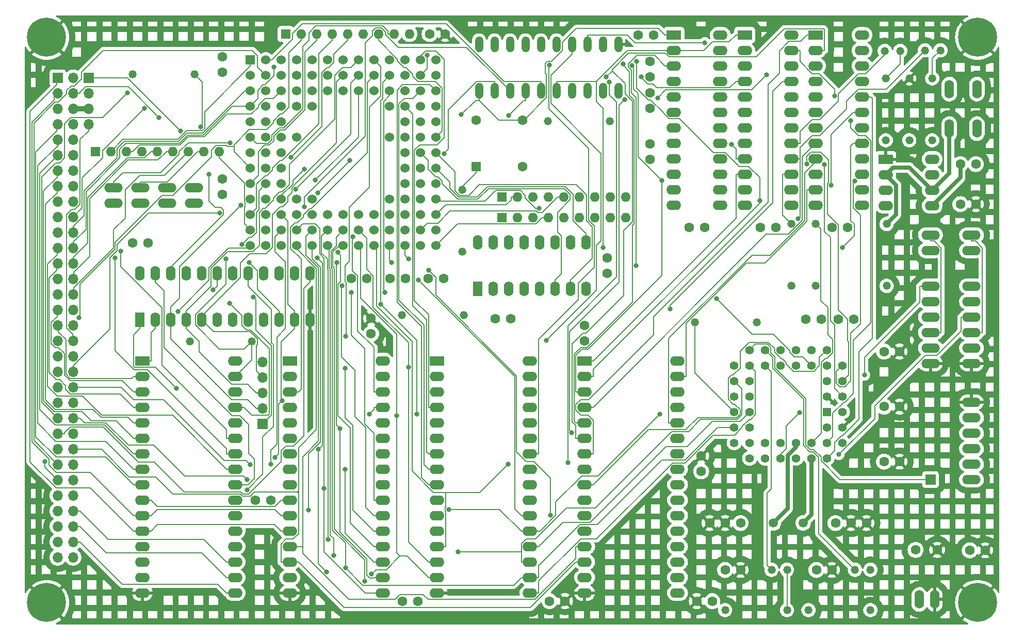
<source format=gbr>
G04 #@! TF.GenerationSoftware,KiCad,Pcbnew,7.0.9*
G04 #@! TF.CreationDate,2024-01-01T11:47:32+00:00*
G04 #@! TF.ProjectId,rosco_m68k,726f7363-6f5f-46d3-9638-6b2e6b696361,030-2.00*
G04 #@! TF.SameCoordinates,Original*
G04 #@! TF.FileFunction,Copper,L4,Bot*
G04 #@! TF.FilePolarity,Positive*
%FSLAX46Y46*%
G04 Gerber Fmt 4.6, Leading zero omitted, Abs format (unit mm)*
G04 Created by KiCad (PCBNEW 7.0.9) date 2024-01-01 11:47:32*
%MOMM*%
%LPD*%
G01*
G04 APERTURE LIST*
G04 #@! TA.AperFunction,ComponentPad*
%ADD10C,6.400000*%
G04 #@! TD*
G04 #@! TA.AperFunction,ComponentPad*
%ADD11O,1.524000X3.048000*%
G04 #@! TD*
G04 #@! TA.AperFunction,ComponentPad*
%ADD12C,1.320800*%
G04 #@! TD*
G04 #@! TA.AperFunction,ComponentPad*
%ADD13C,1.600200*%
G04 #@! TD*
G04 #@! TA.AperFunction,ComponentPad*
%ADD14R,1.422400X1.422400*%
G04 #@! TD*
G04 #@! TA.AperFunction,ComponentPad*
%ADD15C,1.422400*%
G04 #@! TD*
G04 #@! TA.AperFunction,ComponentPad*
%ADD16R,2.400000X1.600000*%
G04 #@! TD*
G04 #@! TA.AperFunction,ComponentPad*
%ADD17O,2.400000X1.600000*%
G04 #@! TD*
G04 #@! TA.AperFunction,ComponentPad*
%ADD18O,3.048000X1.524000*%
G04 #@! TD*
G04 #@! TA.AperFunction,ComponentPad*
%ADD19C,1.500000*%
G04 #@! TD*
G04 #@! TA.AperFunction,ComponentPad*
%ADD20R,1.600000X1.600000*%
G04 #@! TD*
G04 #@! TA.AperFunction,ComponentPad*
%ADD21C,1.600000*%
G04 #@! TD*
G04 #@! TA.AperFunction,ComponentPad*
%ADD22R,1.700000X1.700000*%
G04 #@! TD*
G04 #@! TA.AperFunction,ComponentPad*
%ADD23O,1.700000X1.700000*%
G04 #@! TD*
G04 #@! TA.AperFunction,ComponentPad*
%ADD24R,1.600000X2.400000*%
G04 #@! TD*
G04 #@! TA.AperFunction,ComponentPad*
%ADD25O,1.600000X2.400000*%
G04 #@! TD*
G04 #@! TA.AperFunction,ComponentPad*
%ADD26R,1.524000X1.524000*%
G04 #@! TD*
G04 #@! TA.AperFunction,ComponentPad*
%ADD27C,1.524000*%
G04 #@! TD*
G04 #@! TA.AperFunction,ComponentPad*
%ADD28O,1.600000X1.600000*%
G04 #@! TD*
G04 #@! TA.AperFunction,ComponentPad*
%ADD29O,1.320800X2.641600*%
G04 #@! TD*
G04 #@! TA.AperFunction,ViaPad*
%ADD30C,0.800000*%
G04 #@! TD*
G04 #@! TA.AperFunction,Conductor*
%ADD31C,0.152000*%
G04 #@! TD*
G04 #@! TA.AperFunction,Conductor*
%ADD32C,0.850000*%
G04 #@! TD*
G04 #@! TA.AperFunction,Conductor*
%ADD33C,0.152400*%
G04 #@! TD*
G04 #@! TA.AperFunction,Conductor*
%ADD34C,0.650000*%
G04 #@! TD*
G04 APERTURE END LIST*
D10*
X71500000Y-151500000D03*
X71500000Y-58700000D03*
X224300000Y-151500000D03*
D11*
X219659400Y-73701200D03*
X219659400Y-67198800D03*
X224180600Y-73701200D03*
X224180600Y-67198800D03*
D10*
X224300000Y-58700000D03*
D12*
X163920000Y-72520000D03*
X153760000Y-72520000D03*
D13*
X180306000Y-138443000D03*
X182846000Y-138443000D03*
X185386000Y-138443000D03*
X163495000Y-94930000D03*
X163495000Y-97470000D03*
X100300000Y-81930000D03*
X100300000Y-84470000D03*
X159800000Y-106019000D03*
X159800000Y-108559000D03*
X223005000Y-142925000D03*
X225545000Y-142925000D03*
X85596000Y-92484000D03*
X88136000Y-92484000D03*
X208946000Y-119329500D03*
X211486000Y-119329500D03*
X168547000Y-58300000D03*
X171087000Y-58300000D03*
X176980000Y-89929000D03*
X179520000Y-89929000D03*
X188606700Y-89929000D03*
X191146700Y-89929000D03*
X208946000Y-128363000D03*
X211486000Y-128363000D03*
X214122000Y-142850000D03*
X217678000Y-142850000D03*
D14*
X199572000Y-120199000D03*
D15*
X202112000Y-117659000D03*
X199572000Y-117659000D03*
X202112000Y-115119000D03*
X199572000Y-115119000D03*
X202112000Y-112579000D03*
X199572000Y-110039000D03*
X199572000Y-112579000D03*
X197032000Y-110039000D03*
X197032000Y-112579000D03*
X194492000Y-110039000D03*
X194492000Y-112579000D03*
X191952000Y-110039000D03*
X191952000Y-112579000D03*
X189412000Y-110039000D03*
X189412000Y-112579000D03*
X186872000Y-110039000D03*
X184332000Y-112579000D03*
X186872000Y-112579000D03*
X184332000Y-115119000D03*
X186872000Y-115119000D03*
X184332000Y-117659000D03*
X186872000Y-117659000D03*
X184332000Y-120199000D03*
X186872000Y-120199000D03*
X184332000Y-122739000D03*
X186872000Y-122739000D03*
X184332000Y-125279000D03*
X186872000Y-127819000D03*
X186872000Y-125279000D03*
X189412000Y-127819000D03*
X189412000Y-125279000D03*
X191952000Y-127819000D03*
X191952000Y-125279000D03*
X194492000Y-127819000D03*
X194492000Y-125279000D03*
X197032000Y-127819000D03*
X197032000Y-125279000D03*
X199572000Y-127819000D03*
X202112000Y-125279000D03*
X199572000Y-125279000D03*
X202112000Y-122739000D03*
X199572000Y-122739000D03*
X202112000Y-120199000D03*
D16*
X186076700Y-58324800D03*
D17*
X186076700Y-60864800D03*
X186076700Y-63404800D03*
X186076700Y-65944800D03*
X186076700Y-68484800D03*
X186076700Y-71024800D03*
X186076700Y-73564800D03*
X186076700Y-76104800D03*
X186076700Y-78644800D03*
X186076700Y-81184800D03*
X186076700Y-83724800D03*
X186076700Y-86264800D03*
X193696700Y-86264800D03*
X193696700Y-83724800D03*
X193696700Y-81184800D03*
X193696700Y-78644800D03*
X193696700Y-76104800D03*
X193696700Y-73564800D03*
X193696700Y-71024800D03*
X193696700Y-68484800D03*
X193696700Y-65944800D03*
X193696700Y-63404800D03*
X193696700Y-60864800D03*
X193696700Y-58324800D03*
D18*
X223300000Y-91159000D03*
X223300000Y-93699000D03*
D12*
X211600000Y-60930000D03*
X209060000Y-60930000D03*
X218200000Y-60840000D03*
X215660000Y-60840000D03*
D19*
X190772000Y-138442000D03*
X195652000Y-138442000D03*
D20*
X141990000Y-79910000D03*
D21*
X149610000Y-79910000D03*
X149610000Y-72290000D03*
X141990000Y-72290000D03*
D16*
X159800000Y-111823600D03*
D17*
X159800000Y-114363600D03*
X159800000Y-116903600D03*
X159800000Y-119443600D03*
X159800000Y-121983600D03*
X159800000Y-124523600D03*
X159800000Y-127063600D03*
X159800000Y-129603600D03*
X159800000Y-132143600D03*
X159800000Y-134683600D03*
X159800000Y-137223600D03*
X159800000Y-139763600D03*
X159800000Y-142303600D03*
X159800000Y-144843600D03*
X159800000Y-147383600D03*
X159800000Y-149923600D03*
X175040000Y-149923600D03*
X175040000Y-147383600D03*
X175040000Y-144843600D03*
X175040000Y-142303600D03*
X175040000Y-139763600D03*
X175040000Y-137223600D03*
X175040000Y-134683600D03*
X175040000Y-132143600D03*
X175040000Y-129603600D03*
X175040000Y-127063600D03*
X175040000Y-124523600D03*
X175040000Y-121983600D03*
X175040000Y-119443600D03*
X175040000Y-116903600D03*
X175040000Y-114363600D03*
X175040000Y-111823600D03*
D16*
X135600000Y-111823600D03*
D17*
X135600000Y-114363600D03*
X135600000Y-116903600D03*
X135600000Y-119443600D03*
X135600000Y-121983600D03*
X135600000Y-124523600D03*
X135600000Y-127063600D03*
X135600000Y-129603600D03*
X135600000Y-132143600D03*
X135600000Y-134683600D03*
X135600000Y-137223600D03*
X135600000Y-139763600D03*
X135600000Y-142303600D03*
X135600000Y-144843600D03*
X135600000Y-147383600D03*
X135600000Y-149923600D03*
X150840000Y-149923600D03*
X150840000Y-147383600D03*
X150840000Y-144843600D03*
X150840000Y-142303600D03*
X150840000Y-139763600D03*
X150840000Y-137223600D03*
X150840000Y-134683600D03*
X150840000Y-132143600D03*
X150840000Y-129603600D03*
X150840000Y-127063600D03*
X150840000Y-124523600D03*
X150840000Y-121983600D03*
X150840000Y-119443600D03*
X150840000Y-116903600D03*
X150840000Y-114363600D03*
X150840000Y-111823600D03*
D16*
X111400000Y-111823600D03*
D17*
X111400000Y-114363600D03*
X111400000Y-116903600D03*
X111400000Y-119443600D03*
X111400000Y-121983600D03*
X111400000Y-124523600D03*
X111400000Y-127063600D03*
X111400000Y-129603600D03*
X111400000Y-132143600D03*
X111400000Y-134683600D03*
X111400000Y-137223600D03*
X111400000Y-139763600D03*
X111400000Y-142303600D03*
X111400000Y-144843600D03*
X111400000Y-147383600D03*
X111400000Y-149923600D03*
X126640000Y-149923600D03*
X126640000Y-147383600D03*
X126640000Y-144843600D03*
X126640000Y-142303600D03*
X126640000Y-139763600D03*
X126640000Y-137223600D03*
X126640000Y-134683600D03*
X126640000Y-132143600D03*
X126640000Y-129603600D03*
X126640000Y-127063600D03*
X126640000Y-124523600D03*
X126640000Y-121983600D03*
X126640000Y-119443600D03*
X126640000Y-116903600D03*
X126640000Y-114363600D03*
X126640000Y-111823600D03*
D22*
X73325000Y-65350000D03*
D23*
X75865000Y-65350000D03*
X73325000Y-67890000D03*
X75865000Y-67890000D03*
X73325000Y-70430000D03*
X75865000Y-70430000D03*
X73325000Y-72970000D03*
X75865000Y-72970000D03*
X73325000Y-75510000D03*
X75865000Y-75510000D03*
X73325000Y-78050000D03*
X75865000Y-78050000D03*
X73325000Y-80590000D03*
X75865000Y-80590000D03*
X73325000Y-83130000D03*
X75865000Y-83130000D03*
X73325000Y-85670000D03*
X75865000Y-85670000D03*
X73325000Y-88210000D03*
X75865000Y-88210000D03*
X73325000Y-90750000D03*
X75865000Y-90750000D03*
X73325000Y-93290000D03*
X75865000Y-93290000D03*
X73325000Y-95830000D03*
X75865000Y-95830000D03*
X73325000Y-98370000D03*
X75865000Y-98370000D03*
X73325000Y-100910000D03*
X75865000Y-100910000D03*
X73325000Y-103450000D03*
X75865000Y-103450000D03*
X73325000Y-105990000D03*
X75865000Y-105990000D03*
X73325000Y-108530000D03*
X75865000Y-108530000D03*
X73325000Y-111070000D03*
X75865000Y-111070000D03*
X73325000Y-113610000D03*
X75865000Y-113610000D03*
X73325000Y-116150000D03*
X75865000Y-116150000D03*
X73325000Y-118690000D03*
X75865000Y-118690000D03*
X73325000Y-121230000D03*
X75865000Y-121230000D03*
X73325000Y-123770000D03*
X75865000Y-123770000D03*
X73325000Y-126310000D03*
X75865000Y-126310000D03*
X73325000Y-128850000D03*
X75865000Y-128850000D03*
X73325000Y-131390000D03*
X75865000Y-131390000D03*
X73325000Y-133930000D03*
X75865000Y-133930000D03*
X73325000Y-136470000D03*
X75865000Y-136470000D03*
X73325000Y-139010000D03*
X75865000Y-139010000D03*
X73325000Y-141550000D03*
X75865000Y-141550000D03*
X73325000Y-144090000D03*
X75865000Y-144090000D03*
D12*
X139980000Y-104324000D03*
X129820000Y-104324000D03*
D16*
X174450000Y-58324800D03*
D17*
X174450000Y-60864800D03*
X174450000Y-63404800D03*
X174450000Y-65944800D03*
X174450000Y-68484800D03*
X174450000Y-71024800D03*
X174450000Y-73564800D03*
X174450000Y-76104800D03*
X174450000Y-78644800D03*
X174450000Y-81184800D03*
X174450000Y-83724800D03*
X174450000Y-86264800D03*
X182070000Y-86264800D03*
X182070000Y-83724800D03*
X182070000Y-81184800D03*
X182070000Y-78644800D03*
X182070000Y-76104800D03*
X182070000Y-73564800D03*
X182070000Y-71024800D03*
X182070000Y-68484800D03*
X182070000Y-65944800D03*
X182070000Y-63404800D03*
X182070000Y-60864800D03*
X182070000Y-58324800D03*
D13*
X178918000Y-129962000D03*
X178918000Y-127422000D03*
X124750000Y-107370000D03*
X124750000Y-104830000D03*
X206050000Y-138443000D03*
X203510000Y-138443000D03*
X200970000Y-138443000D03*
X223999000Y-79525000D03*
X221459000Y-79525000D03*
X196069000Y-104952000D03*
X198609000Y-104952000D03*
D18*
X223300000Y-131310000D03*
X223300000Y-128770000D03*
X223300000Y-126230000D03*
X223300000Y-123690000D03*
X223300000Y-121150000D03*
X223300000Y-118610000D03*
D13*
X208946000Y-110296000D03*
X211486000Y-110296000D03*
X145149000Y-104943000D03*
X147689000Y-104943000D03*
D18*
X216564000Y-112258000D03*
X216564000Y-109718000D03*
X216564000Y-107178000D03*
X216564000Y-104638000D03*
X216564000Y-102098000D03*
X216564000Y-99558000D03*
X223300000Y-112258000D03*
X223300000Y-109718000D03*
X223300000Y-107178000D03*
X223300000Y-104638000D03*
X223300000Y-102098000D03*
X223300000Y-99558000D03*
D11*
X214730000Y-151000000D03*
X217270000Y-151000000D03*
D13*
X201455000Y-104952000D03*
X203995000Y-104952000D03*
X100300000Y-64470000D03*
X100300000Y-61930000D03*
X170550000Y-76203000D03*
X170550000Y-78743000D03*
D16*
X209230000Y-78724800D03*
D17*
X209230000Y-81264800D03*
X209230000Y-83804800D03*
X209230000Y-86344800D03*
X216850000Y-86344800D03*
X216850000Y-83804800D03*
X216850000Y-81264800D03*
X216850000Y-78724800D03*
D18*
X216564000Y-91159000D03*
X216564000Y-93699000D03*
D12*
X209362000Y-89353000D03*
X209362000Y-99513000D03*
X213078000Y-65450000D03*
X213078000Y-75610000D03*
X209230000Y-65450000D03*
X209230000Y-75610000D03*
X85596000Y-64798000D03*
X95756000Y-64798000D03*
X216850000Y-65450000D03*
X216850000Y-75610000D03*
D18*
X91296700Y-83430000D03*
X91296700Y-85970000D03*
D12*
X95001000Y-108593000D03*
X105161000Y-108593000D03*
X193006000Y-146120000D03*
X190466000Y-146120000D03*
X206704000Y-146122000D03*
X204164000Y-146122000D03*
X193006000Y-152746000D03*
X182846000Y-152746000D03*
X206704000Y-152746000D03*
X196544000Y-152746000D03*
D18*
X95700000Y-85970000D03*
X95700000Y-83430000D03*
D16*
X87200000Y-111823600D03*
D17*
X87200000Y-114363600D03*
X87200000Y-116903600D03*
X87200000Y-119443600D03*
X87200000Y-121983600D03*
X87200000Y-124523600D03*
X87200000Y-127063600D03*
X87200000Y-129603600D03*
X87200000Y-132143600D03*
X87200000Y-134683600D03*
X87200000Y-137223600D03*
X87200000Y-139763600D03*
X87200000Y-142303600D03*
X87200000Y-144843600D03*
X87200000Y-147383600D03*
X87200000Y-149923600D03*
X102440000Y-149923600D03*
X102440000Y-147383600D03*
X102440000Y-144843600D03*
X102440000Y-142303600D03*
X102440000Y-139763600D03*
X102440000Y-137223600D03*
X102440000Y-134683600D03*
X102440000Y-132143600D03*
X102440000Y-129603600D03*
X102440000Y-127063600D03*
X102440000Y-124523600D03*
X102440000Y-121983600D03*
X102440000Y-119443600D03*
X102440000Y-116903600D03*
X102440000Y-114363600D03*
X102440000Y-111823600D03*
D13*
X221459000Y-86101000D03*
X223999000Y-86101000D03*
X182846000Y-146143000D03*
X185386000Y-146143000D03*
X202959000Y-89929000D03*
X200419000Y-89929000D03*
D16*
X197703300Y-58324800D03*
D17*
X197703300Y-60864800D03*
X197703300Y-63404800D03*
X197703300Y-65944800D03*
X197703300Y-68484800D03*
X197703300Y-71024800D03*
X197703300Y-73564800D03*
X197703300Y-76104800D03*
X197703300Y-78644800D03*
X197703300Y-81184800D03*
X197703300Y-83724800D03*
X197703300Y-86264800D03*
X205323300Y-86264800D03*
X205323300Y-83724800D03*
X205323300Y-81184800D03*
X205323300Y-78644800D03*
X205323300Y-76104800D03*
X205323300Y-73564800D03*
X205323300Y-71024800D03*
X205323300Y-68484800D03*
X205323300Y-65944800D03*
X205323300Y-63404800D03*
X205323300Y-60864800D03*
X205323300Y-58324800D03*
D12*
X197703300Y-89303000D03*
X197703300Y-99463000D03*
D13*
X170550000Y-67810000D03*
X170550000Y-70350000D03*
X170543000Y-62680000D03*
X170543000Y-65220000D03*
D24*
X86787000Y-105081000D03*
D25*
X89327000Y-105081000D03*
X91867000Y-105081000D03*
X94407000Y-105081000D03*
X96947000Y-105081000D03*
X99487000Y-105081000D03*
X102027000Y-105081000D03*
X104567000Y-105081000D03*
X107107000Y-105081000D03*
X109647000Y-105081000D03*
X112187000Y-105081000D03*
X114727000Y-105081000D03*
X114727000Y-97461000D03*
X112187000Y-97461000D03*
X109647000Y-97461000D03*
X107107000Y-97461000D03*
X104567000Y-97461000D03*
X102027000Y-97461000D03*
X99487000Y-97461000D03*
X96947000Y-97461000D03*
X94407000Y-97461000D03*
X91867000Y-97461000D03*
X89327000Y-97461000D03*
X86787000Y-97461000D03*
D22*
X106971000Y-122147000D03*
D23*
X106971000Y-119607000D03*
X106971000Y-117067000D03*
X106971000Y-114527000D03*
X106971000Y-111987000D03*
D13*
X180750000Y-151263000D03*
X178210000Y-151263000D03*
X154030000Y-151263000D03*
X156570000Y-151263000D03*
X129852000Y-151263000D03*
X132392000Y-151263000D03*
X105763600Y-134673400D03*
X108303600Y-134673400D03*
D12*
X193696700Y-89303000D03*
X193696700Y-99463000D03*
D22*
X216564000Y-131310000D03*
D24*
X142225000Y-100025000D03*
D25*
X144765000Y-100025000D03*
X147305000Y-100025000D03*
X149845000Y-100025000D03*
X152385000Y-100025000D03*
X154925000Y-100025000D03*
X157465000Y-100025000D03*
X160005000Y-100025000D03*
X160005000Y-92405000D03*
X157465000Y-92405000D03*
X154925000Y-92405000D03*
X152385000Y-92405000D03*
X149845000Y-92405000D03*
X147305000Y-92405000D03*
X144765000Y-92405000D03*
X142225000Y-92405000D03*
D12*
X139700000Y-93880000D03*
X139700000Y-83720000D03*
X188080000Y-105500000D03*
X177920000Y-105500000D03*
D13*
X197840000Y-146143000D03*
X200380000Y-146143000D03*
D18*
X82490000Y-83430000D03*
X82490000Y-85970000D03*
D22*
X78405000Y-65350000D03*
D23*
X78405000Y-67890000D03*
X78405000Y-70430000D03*
X78405000Y-72970000D03*
D26*
X104930000Y-62420000D03*
D27*
X107470000Y-62420000D03*
X110010000Y-62420000D03*
X112550000Y-62420000D03*
X115090000Y-62420000D03*
X117630000Y-62420000D03*
X120170000Y-62420000D03*
X122710000Y-62420000D03*
X125250000Y-62420000D03*
X127790000Y-62420000D03*
X130330000Y-62420000D03*
X132870000Y-62420000D03*
X135410000Y-62420000D03*
X104930000Y-64960000D03*
X107470000Y-64960000D03*
X110010000Y-64960000D03*
X112550000Y-64960000D03*
X115090000Y-64960000D03*
X117630000Y-64960000D03*
X120170000Y-64960000D03*
X122710000Y-64960000D03*
X125250000Y-64960000D03*
X127790000Y-64960000D03*
X130330000Y-64960000D03*
X132870000Y-64960000D03*
X135410000Y-64960000D03*
X104930000Y-67500000D03*
X107470000Y-67500000D03*
X110010000Y-67500000D03*
X112550000Y-67500000D03*
X115090000Y-67500000D03*
X117630000Y-67500000D03*
X120170000Y-67500000D03*
X122710000Y-67500000D03*
X125250000Y-67500000D03*
X127790000Y-67500000D03*
X130330000Y-67500000D03*
X132870000Y-67500000D03*
X135410000Y-67500000D03*
X104930000Y-70040000D03*
X107470000Y-70040000D03*
X110010000Y-70040000D03*
X112550000Y-70040000D03*
X115090000Y-70040000D03*
X127790000Y-70040000D03*
X130330000Y-70040000D03*
X132870000Y-70040000D03*
X135410000Y-70040000D03*
X104930000Y-72580000D03*
X107470000Y-72580000D03*
X110010000Y-72580000D03*
X130330000Y-72580000D03*
X132870000Y-72580000D03*
X135410000Y-72580000D03*
X104930000Y-75120000D03*
X107470000Y-75120000D03*
X110010000Y-75120000D03*
X112550000Y-75120000D03*
X127790000Y-75120000D03*
X130330000Y-75120000D03*
X132870000Y-75120000D03*
X135410000Y-75120000D03*
X104930000Y-77660000D03*
X107470000Y-77660000D03*
X110010000Y-77660000D03*
X130330000Y-77660000D03*
X132870000Y-77660000D03*
X135410000Y-77660000D03*
X104930000Y-80200000D03*
X107470000Y-80200000D03*
X110010000Y-80200000D03*
X130330000Y-80200000D03*
X132870000Y-80200000D03*
X135410000Y-80200000D03*
X104930000Y-82740000D03*
X107470000Y-82740000D03*
X110010000Y-82740000D03*
X130330000Y-82740000D03*
X132870000Y-82740000D03*
X135410000Y-82740000D03*
X104930000Y-85280000D03*
X107470000Y-85280000D03*
X110010000Y-85280000D03*
X112550000Y-85280000D03*
X115090000Y-85280000D03*
X127790000Y-85280000D03*
X130330000Y-85280000D03*
X132870000Y-85280000D03*
X135410000Y-85280000D03*
X104930000Y-87820000D03*
X107470000Y-87820000D03*
X110010000Y-87820000D03*
X112550000Y-87820000D03*
X115090000Y-87820000D03*
X117630000Y-87820000D03*
X120170000Y-87820000D03*
X122710000Y-87820000D03*
X125250000Y-87820000D03*
X127790000Y-87820000D03*
X130330000Y-87820000D03*
X132870000Y-87820000D03*
X135410000Y-87820000D03*
X104930000Y-90360000D03*
X107470000Y-90360000D03*
X110010000Y-90360000D03*
X112550000Y-90360000D03*
X115090000Y-90360000D03*
X117630000Y-90360000D03*
X120170000Y-90360000D03*
X122710000Y-90360000D03*
X125250000Y-90360000D03*
X127790000Y-90360000D03*
X130330000Y-90360000D03*
X132870000Y-90360000D03*
X135410000Y-90360000D03*
X104930000Y-92900000D03*
X107470000Y-92900000D03*
X110010000Y-92900000D03*
X112550000Y-92900000D03*
X115090000Y-92900000D03*
X117630000Y-92900000D03*
X120170000Y-92900000D03*
X122710000Y-92900000D03*
X125250000Y-92900000D03*
X127790000Y-92900000D03*
X130330000Y-92900000D03*
X132870000Y-92900000D03*
X135410000Y-92900000D03*
D13*
X134366000Y-58166000D03*
X136906000Y-58166000D03*
D20*
X110729000Y-58166000D03*
D28*
X113269000Y-58166000D03*
X115809000Y-58166000D03*
X118349000Y-58166000D03*
X120889000Y-58166000D03*
X123429000Y-58166000D03*
X125969000Y-58166000D03*
X128509000Y-58166000D03*
X131049000Y-58166000D03*
D13*
X134130000Y-98300000D03*
X136670000Y-98300000D03*
D20*
X146225000Y-88300000D03*
D28*
X148765000Y-88300000D03*
X151305000Y-88300000D03*
X153845000Y-88300000D03*
X156385000Y-88300000D03*
X158925000Y-88300000D03*
X161465000Y-88300000D03*
X164005000Y-88300000D03*
X166545000Y-88300000D03*
D13*
X127830000Y-98300000D03*
X130370000Y-98300000D03*
D20*
X146225000Y-84900000D03*
D28*
X148765000Y-84900000D03*
X151305000Y-84900000D03*
X153845000Y-84900000D03*
X156385000Y-84900000D03*
X158925000Y-84900000D03*
X161465000Y-84900000D03*
X164005000Y-84900000D03*
X166545000Y-84900000D03*
D29*
X142470000Y-67510000D03*
X145010000Y-67510000D03*
X147550000Y-67510000D03*
X150090000Y-67510000D03*
X152630000Y-67510000D03*
X155170000Y-67510000D03*
X157710000Y-67510000D03*
X160250000Y-67510000D03*
X162790000Y-67510000D03*
X165330000Y-67510000D03*
X165330000Y-59890000D03*
X162790000Y-59890000D03*
X160250000Y-59890000D03*
X157710000Y-59890000D03*
X155170000Y-59890000D03*
X152630000Y-59890000D03*
X150090000Y-59890000D03*
X147550000Y-59890000D03*
X145010000Y-59890000D03*
X142470000Y-59890000D03*
D20*
X79490000Y-77460000D03*
D28*
X82030000Y-77460000D03*
X84570000Y-77460000D03*
X87110000Y-77460000D03*
X89650000Y-77460000D03*
X92190000Y-77460000D03*
X94730000Y-77460000D03*
X97270000Y-77460000D03*
X99810000Y-77460000D03*
D18*
X86893300Y-83430000D03*
X86893300Y-85970000D03*
D13*
X121530000Y-98300000D03*
X124070000Y-98300000D03*
D30*
X181474400Y-101578400D03*
X96798700Y-73413300D03*
X98140000Y-81240000D03*
X71254600Y-128319000D03*
X194860000Y-88471100D03*
X76802300Y-104720000D03*
X89964400Y-71848300D03*
X139572900Y-71359700D03*
X179511300Y-59568900D03*
X153520800Y-108442300D03*
X162801769Y-93243125D03*
X103567300Y-92702800D03*
X169045300Y-65169000D03*
X108806500Y-63618900D03*
X87578100Y-70402000D03*
X104367200Y-133011100D03*
X119951400Y-99499300D03*
X132513800Y-98594800D03*
X134212300Y-96925200D03*
X154205100Y-137125400D03*
X200279700Y-83006000D03*
X98854800Y-100169600D03*
X105382600Y-101364500D03*
X93508600Y-74114100D03*
X109006100Y-127677900D03*
X110137900Y-118391200D03*
X173800100Y-103319600D03*
X163361400Y-65223100D03*
X166115300Y-63084500D03*
X133974000Y-61641200D03*
X171770500Y-68650800D03*
X166396600Y-68899400D03*
X83697200Y-93805200D03*
X157665400Y-123585200D03*
X189673900Y-64865700D03*
X82739100Y-94930000D03*
X153979300Y-63254600D03*
X126985300Y-100568100D03*
X121517100Y-100568100D03*
X157076300Y-128562500D03*
X163872199Y-66024685D03*
X126355100Y-102566700D03*
X132270500Y-120606500D03*
X167563000Y-63328100D03*
X172470000Y-82248300D03*
X124457100Y-120533400D03*
X101492200Y-102388700D03*
X168313700Y-62619800D03*
X188535200Y-85479000D03*
X204127800Y-82329900D03*
X183892200Y-76261700D03*
X196230500Y-79485200D03*
X199185800Y-79566600D03*
X118633100Y-143755400D03*
X139010800Y-143167400D03*
X117683600Y-141111100D03*
X172122900Y-120528100D03*
X137509000Y-136194500D03*
X114476600Y-136345200D03*
X117451100Y-146486500D03*
X115886600Y-94935500D03*
X116078600Y-126358200D03*
X117044600Y-132767300D03*
X104381100Y-131344600D03*
X119119400Y-95698100D03*
X119617400Y-122982200D03*
X108265900Y-128823400D03*
X104946000Y-128905900D03*
X120470400Y-129658000D03*
X99872300Y-87556100D03*
X119308800Y-94012100D03*
X93028700Y-103706800D03*
X120492800Y-113048200D03*
X84739000Y-67847400D03*
X112400800Y-83634400D03*
X103413900Y-86269700D03*
X120540400Y-107817200D03*
X115618100Y-82164800D03*
X92778800Y-116312000D03*
X202088400Y-93205900D03*
X121798400Y-91462600D03*
X147221900Y-128756800D03*
X130864400Y-112852500D03*
X124817800Y-146831200D03*
X128948700Y-120860500D03*
X123691800Y-148026800D03*
X120545700Y-145807100D03*
X168245200Y-96200000D03*
X104733200Y-95695800D03*
X201522500Y-127198000D03*
X195087400Y-120337300D03*
X205728900Y-114165300D03*
X203453100Y-72435700D03*
X200815700Y-68370400D03*
X100904800Y-95081800D03*
X113764600Y-86553100D03*
X147333900Y-71546300D03*
X113800700Y-80346600D03*
X136733700Y-77772500D03*
X115983300Y-84276200D03*
X121265500Y-78930000D03*
X101622300Y-76018600D03*
X111619000Y-78371900D03*
X152292200Y-86787400D03*
X128143100Y-95689600D03*
X130895700Y-95059300D03*
D31*
X155982000Y-97539100D02*
X155982000Y-91310800D01*
X136400900Y-82718200D02*
X136400900Y-82329500D01*
X142261800Y-85268100D02*
X138950800Y-85268100D01*
X143989600Y-83540300D02*
X142261800Y-85268100D01*
X135689900Y-81618500D02*
X135408100Y-81618500D01*
X157427500Y-84464100D02*
X156503700Y-83540300D01*
X154925000Y-100025000D02*
X154925000Y-98596100D01*
X135408100Y-81618500D02*
X134140100Y-80350500D01*
X156503700Y-83540300D02*
X143989600Y-83540300D01*
X138950800Y-85268100D02*
X136400900Y-82718200D01*
X134140100Y-80350500D02*
X134140100Y-78930100D01*
X155343300Y-90672100D02*
X155343300Y-87449600D01*
X157427500Y-85365400D02*
X157427500Y-84464100D01*
X134140100Y-78930100D02*
X132870000Y-77660000D01*
X136400900Y-82329500D02*
X135689900Y-81618500D01*
X154925000Y-98596100D02*
X155982000Y-97539100D01*
X155982000Y-91310800D02*
X155343300Y-90672100D01*
X155343300Y-87449600D02*
X157427500Y-85365400D01*
X138516600Y-80766600D02*
X138516600Y-83875100D01*
X139275500Y-84634000D02*
X140805600Y-84634000D01*
X158415200Y-82907700D02*
X160131200Y-84623700D01*
X138516600Y-83875100D02*
X139275500Y-84634000D01*
X160131200Y-84623700D02*
X160131200Y-88852400D01*
X161081600Y-89802800D02*
X161081600Y-94979500D01*
X142531900Y-82907700D02*
X158415200Y-82907700D01*
X135410000Y-77660000D02*
X138516600Y-80766600D01*
X140805600Y-84634000D02*
X142531900Y-82907700D01*
X160131200Y-88852400D02*
X161081600Y-89802800D01*
X161081600Y-94979500D02*
X157465000Y-98596100D01*
X157465000Y-100025000D02*
X157465000Y-98596100D01*
X137647800Y-82437800D02*
X135410000Y-80200000D01*
X157884000Y-84489400D02*
X156630000Y-83235400D01*
X156630000Y-83235400D02*
X143863200Y-83235400D01*
X137647800Y-83487900D02*
X137647800Y-82437800D01*
X139123100Y-84963200D02*
X137647800Y-83487900D01*
X157884000Y-88855100D02*
X157884000Y-84489400D01*
X160005000Y-92405000D02*
X160005000Y-90976100D01*
X160005000Y-90976100D02*
X157884000Y-88855100D01*
X142135400Y-84963200D02*
X139123100Y-84963200D01*
X143863200Y-83235400D02*
X142135400Y-84963200D01*
X193481800Y-110403800D02*
X193481800Y-110181200D01*
X197032000Y-112579000D02*
X195583100Y-111130100D01*
X100501300Y-87000000D02*
X100501300Y-87823800D01*
X100501300Y-87823800D02*
X91867000Y-96458100D01*
X98140000Y-85600000D02*
X99150000Y-86610000D01*
X97030000Y-66072000D02*
X95756000Y-64798000D01*
X187325000Y-107429000D02*
X181474400Y-101578400D01*
X194208100Y-111130100D02*
X193481800Y-110403800D01*
X193481800Y-110181200D02*
X190729600Y-107429000D01*
X190729600Y-107429000D02*
X187325000Y-107429000D01*
X99150000Y-86610000D02*
X100111300Y-86610000D01*
X100111300Y-86610000D02*
X100501300Y-87000000D01*
X97030000Y-73182000D02*
X97030000Y-66072000D01*
X195583100Y-111130100D02*
X194208100Y-111130100D01*
X96798700Y-73413300D02*
X97030000Y-73182000D01*
X98140000Y-81240000D02*
X98140000Y-85600000D01*
X106224300Y-70166100D02*
X106224300Y-69875800D01*
X108740000Y-68770000D02*
X110010000Y-67500000D01*
X101084900Y-71310000D02*
X105080400Y-71310000D01*
X85598900Y-77460000D02*
X86665100Y-76393800D01*
X97342800Y-75052100D02*
X101084900Y-71310000D01*
X84570000Y-77460000D02*
X85598900Y-77460000D01*
X94766400Y-75052100D02*
X97342800Y-75052100D01*
X93424700Y-76393800D02*
X94766400Y-75052100D01*
X105080400Y-71310000D02*
X106224300Y-70166100D01*
X107330100Y-68770000D02*
X108740000Y-68770000D01*
X106224300Y-69875800D02*
X107330100Y-68770000D01*
X86665100Y-76393800D02*
X93424700Y-76393800D01*
X73325000Y-131390000D02*
X71254600Y-129319600D01*
X71254600Y-129319600D02*
X71254600Y-128319000D01*
X94482700Y-74042200D02*
X97059200Y-74042200D01*
X84015500Y-75474500D02*
X93050400Y-75474500D01*
X97059200Y-74042200D02*
X97427600Y-73673800D01*
X82030000Y-77460000D02*
X84015500Y-75474500D01*
X97427600Y-70913300D02*
X104930000Y-63410900D01*
X93050400Y-75474500D02*
X94482700Y-74042200D01*
X104930000Y-62420000D02*
X104930000Y-63410900D01*
X97427600Y-73673800D02*
X97427600Y-70913300D01*
X200516300Y-108328100D02*
X200516300Y-110476400D01*
X75753200Y-107451100D02*
X75753200Y-108418200D01*
X195125600Y-78644800D02*
X195125600Y-88205500D01*
X198592600Y-90192300D02*
X198592600Y-101931800D01*
X204694200Y-67214800D02*
X202757600Y-69151400D01*
X200516300Y-110476400D02*
X199583800Y-111408900D01*
X198592600Y-101931800D02*
X199725900Y-103065100D01*
X209285200Y-67214800D02*
X204694200Y-67214800D01*
X74750000Y-87786700D02*
X74750000Y-106447900D01*
X199725900Y-103065100D02*
X199725900Y-107537700D01*
X75596700Y-86940000D02*
X74750000Y-87786700D01*
X195125600Y-88205500D02*
X194860000Y-88471100D01*
X78405000Y-74048900D02*
X76990400Y-75463500D01*
X199583800Y-111408900D02*
X199345500Y-111408900D01*
X197114100Y-74834800D02*
X195125600Y-76823300D01*
X76990400Y-86096900D02*
X76147300Y-86940000D01*
X199345500Y-111408900D02*
X198631200Y-112123200D01*
X198631200Y-112123200D02*
X198631200Y-123679800D01*
X215660000Y-60840000D02*
X209285200Y-67214800D01*
X198631200Y-123679800D02*
X197032000Y-125279000D01*
X76147300Y-86940000D02*
X75596700Y-86940000D01*
X78405000Y-72970000D02*
X78405000Y-74048900D01*
X193696700Y-78644800D02*
X195125600Y-78644800D01*
X198354900Y-74834800D02*
X197114100Y-74834800D01*
X202757600Y-69151400D02*
X202757600Y-70432100D01*
X202757600Y-70432100D02*
X198354900Y-74834800D01*
X76990400Y-75463500D02*
X76990400Y-86096900D01*
X195125600Y-76823300D02*
X195125600Y-78644800D01*
X74750000Y-106447900D02*
X75753200Y-107451100D01*
X197703300Y-89303000D02*
X198592600Y-90192300D01*
X199725900Y-107537700D02*
X200516300Y-108328100D01*
X77009400Y-104512900D02*
X77009400Y-99225600D01*
X100993500Y-76431100D02*
X101221800Y-76659400D01*
X102242700Y-76659400D02*
X102242700Y-77512700D01*
X82763400Y-92336800D02*
X90400200Y-84700000D01*
X98540000Y-77238600D02*
X99347500Y-76431100D01*
X102242700Y-77512700D02*
X104930000Y-80200000D01*
X104781700Y-73850000D02*
X102242700Y-76389000D01*
X111280100Y-70190400D02*
X110160500Y-71310000D01*
X102242700Y-76389000D02*
X102242700Y-76659400D01*
X92190100Y-84700000D02*
X98540000Y-78350100D01*
X108726200Y-72443400D02*
X108726200Y-72740800D01*
X90400200Y-84700000D02*
X92190100Y-84700000D01*
X109859600Y-71310000D02*
X108726200Y-72443400D01*
X107617000Y-73850000D02*
X104781700Y-73850000D01*
X101221800Y-76659400D02*
X102242700Y-76659400D01*
X77009400Y-99225600D02*
X82763400Y-93471600D01*
X82763400Y-93471600D02*
X82763400Y-92336800D01*
X113269000Y-58166000D02*
X113269000Y-59194900D01*
X98540000Y-78350100D02*
X98540000Y-77238600D01*
X113269000Y-59194900D02*
X111280100Y-61183800D01*
X108726200Y-72740800D02*
X107617000Y-73850000D01*
X76802300Y-104720000D02*
X77009400Y-104512900D01*
X111280100Y-61183800D02*
X111280100Y-70190400D01*
X99347500Y-76431100D02*
X100993500Y-76431100D01*
X110160500Y-71310000D02*
X109859600Y-71310000D01*
X76943900Y-67778200D02*
X76943900Y-67890000D01*
X142470000Y-67510000D02*
X142470000Y-69059700D01*
X156151300Y-60845500D02*
X154371100Y-62625700D01*
X142470000Y-69059700D02*
X145700300Y-72290000D01*
X153350400Y-64604200D02*
X153519300Y-64773100D01*
X145700300Y-72290000D02*
X149610000Y-72290000D01*
X153519300Y-68600500D02*
X149829800Y-72290000D01*
X89964400Y-71848300D02*
X84925700Y-66809600D01*
X153718900Y-62625700D02*
X153350400Y-62994200D01*
X141872900Y-69059700D02*
X139572900Y-71359700D01*
X154371100Y-62625700D02*
X153718900Y-62625700D01*
X153350400Y-62994200D02*
X153350400Y-64604200D01*
X156151300Y-59507000D02*
X156151300Y-60845500D01*
X174450000Y-58324800D02*
X173021100Y-58324800D01*
X173021100Y-58324800D02*
X171917200Y-57220900D01*
X75865000Y-67890000D02*
X76943900Y-67890000D01*
X153519300Y-64773100D02*
X153519300Y-68600500D01*
X158437400Y-57220900D02*
X156151300Y-59507000D01*
X171917200Y-57220900D02*
X158437400Y-57220900D01*
X77912500Y-66809600D02*
X76943900Y-67778200D01*
X84925700Y-66809600D02*
X77912500Y-66809600D01*
X142470000Y-69059700D02*
X141872900Y-69059700D01*
X160250000Y-59890000D02*
X160250000Y-58340300D01*
X168064500Y-59568900D02*
X179511300Y-59568900D01*
X166835900Y-58340300D02*
X168064500Y-59568900D01*
X160250000Y-58340300D02*
X166835900Y-58340300D01*
X161693900Y-92886700D02*
X161693900Y-100269200D01*
X154237600Y-69537000D02*
X162499900Y-77799300D01*
X161693900Y-100269200D02*
X153520800Y-108442300D01*
X162499900Y-77799300D02*
X162499900Y-92080700D01*
X157710000Y-59890000D02*
X157710000Y-61439700D01*
X154237600Y-64912100D02*
X154237600Y-69537000D01*
X162499900Y-92080700D02*
X161693900Y-92886700D01*
X157710000Y-61439700D02*
X154237600Y-64912100D01*
X74403900Y-123658200D02*
X75391200Y-122670900D01*
X162804800Y-93240094D02*
X162801769Y-93243125D01*
X162804800Y-70343000D02*
X162804800Y-93240094D01*
X174450000Y-60864800D02*
X179317000Y-60864800D01*
X166823900Y-60864800D02*
X161728400Y-65960300D01*
X94097300Y-133349800D02*
X103392500Y-133349800D01*
X104618500Y-133656200D02*
X109948200Y-128326500D01*
X161728400Y-65960300D02*
X161728400Y-69266600D01*
X180730900Y-59450900D02*
X179317000Y-60864800D01*
X166823900Y-60864800D02*
X174450000Y-60864800D01*
X113696600Y-99920300D02*
X114727000Y-98889900D01*
X75391200Y-122670900D02*
X80748200Y-122670900D01*
X112053700Y-125793600D02*
X113696600Y-124150700D01*
X161728400Y-69266600D02*
X162804800Y-70343000D01*
X109948200Y-126623200D02*
X110777800Y-125793600D01*
X103392500Y-133349800D02*
X103698900Y-133656200D01*
X161728400Y-65960300D02*
X155170000Y-65960300D01*
X89190900Y-128443400D02*
X94097300Y-133349800D01*
X106323000Y-83887000D02*
X106323000Y-87075100D01*
X110777800Y-125793600D02*
X112053700Y-125793600D01*
X107470000Y-82740000D02*
X106323000Y-83887000D01*
X104715600Y-91554500D02*
X103567300Y-92702800D01*
X86520700Y-128443400D02*
X89190900Y-128443400D01*
X103698900Y-133656200D02*
X104618500Y-133656200D01*
X114727000Y-97461000D02*
X114727000Y-98889900D01*
X106323000Y-87075100D02*
X105967000Y-87431100D01*
X183521700Y-59450900D02*
X180730900Y-59450900D01*
X80748200Y-122670900D02*
X86520700Y-128443400D01*
X105967000Y-87431100D02*
X105967000Y-90738400D01*
X186076700Y-58324800D02*
X184647800Y-58324800D01*
X109948200Y-128326500D02*
X109948200Y-126623200D01*
X73325000Y-123770000D02*
X74403900Y-123770000D01*
X74403900Y-123770000D02*
X74403900Y-123658200D01*
X105150900Y-91554500D02*
X104715600Y-91554500D01*
X155170000Y-67510000D02*
X155170000Y-65960300D01*
X184647800Y-58324800D02*
X183521700Y-59450900D01*
X105967000Y-90738400D02*
X105150900Y-91554500D01*
X113696600Y-124150700D02*
X113696600Y-99920300D01*
X74786100Y-67404400D02*
X75507100Y-66683400D01*
X72839800Y-69351100D02*
X73431200Y-69351100D01*
X80797500Y-60875800D02*
X105269300Y-60875800D01*
X106092700Y-63582700D02*
X107470000Y-64960000D01*
X106092700Y-61699200D02*
X106092700Y-63582700D01*
X74786100Y-67996200D02*
X74786100Y-67404400D01*
X77242400Y-64430900D02*
X80797500Y-60875800D01*
X105269300Y-60875800D02*
X106092700Y-61699200D01*
X73431200Y-69351100D02*
X74786100Y-67996200D01*
X69399500Y-72791400D02*
X72839800Y-69351100D01*
X77242400Y-65507800D02*
X77242400Y-64430900D01*
X69399500Y-124924500D02*
X69399500Y-72791400D01*
X75507100Y-66683400D02*
X76066800Y-66683400D01*
X73325000Y-128850000D02*
X69399500Y-124924500D01*
X76066800Y-66683400D02*
X77242400Y-65507800D01*
X169045300Y-65283700D02*
X169045300Y-65169000D01*
X107334600Y-66509100D02*
X108806500Y-65037200D01*
X93299200Y-76088100D02*
X94640100Y-74747200D01*
X184647800Y-65944800D02*
X183579700Y-67012900D01*
X101923700Y-70040000D02*
X104930000Y-70040000D01*
X75865000Y-93290000D02*
X75865000Y-92211100D01*
X183579700Y-67012900D02*
X171618200Y-67012900D01*
X94640100Y-74747200D02*
X97216500Y-74747200D01*
X106200000Y-67360400D02*
X107051300Y-66509100D01*
X83510100Y-77057100D02*
X84479100Y-76088100D01*
X75865000Y-92211100D02*
X75976800Y-92211100D01*
X106200000Y-68770000D02*
X106200000Y-67360400D01*
X170169200Y-66407600D02*
X169045300Y-65283700D01*
X84479100Y-76088100D02*
X93299200Y-76088100D01*
X83510100Y-78488100D02*
X83510100Y-77057100D01*
X97216500Y-74747200D02*
X101923700Y-70040000D01*
X104930000Y-70040000D02*
X106200000Y-68770000D01*
X77958600Y-90229300D02*
X77958600Y-84039600D01*
X77958600Y-84039600D02*
X83510100Y-78488100D01*
X186076700Y-65944800D02*
X184647800Y-65944800D01*
X171012900Y-66407600D02*
X170169200Y-66407600D01*
X171618200Y-67012900D02*
X171012900Y-66407600D01*
X107051300Y-66509100D02*
X107334600Y-66509100D01*
X108806500Y-65037200D02*
X108806500Y-63618900D01*
X75976800Y-92211100D02*
X77958600Y-90229300D01*
X104032500Y-67500000D02*
X104930000Y-67500000D01*
X84292400Y-75783200D02*
X93172900Y-75783200D01*
X77653700Y-83913300D02*
X83079600Y-78487400D01*
X83079600Y-78487400D02*
X83079600Y-76996000D01*
X75865000Y-89671100D02*
X75949900Y-89671100D01*
X97090200Y-74442300D02*
X104032500Y-67500000D01*
X94513800Y-74442300D02*
X97090200Y-74442300D01*
X75865000Y-90750000D02*
X75865000Y-89671100D01*
X75949900Y-89671100D02*
X77653700Y-87967300D01*
X93172900Y-75783200D02*
X94513800Y-74442300D01*
X83079600Y-76996000D02*
X84292400Y-75783200D01*
X77653700Y-87967300D02*
X77653700Y-83913300D01*
X80652700Y-77327400D02*
X87578100Y-70402000D01*
X77348800Y-81791300D02*
X80652700Y-78487400D01*
X75865000Y-88210000D02*
X77348800Y-86726200D01*
X77348800Y-86726200D02*
X77348800Y-81791300D01*
X80652700Y-78487400D02*
X80652700Y-77327400D01*
D32*
X75865000Y-70430000D02*
X78405000Y-70430000D01*
D31*
X104567000Y-97461000D02*
X104567000Y-99571300D01*
X104567000Y-99571300D02*
X108375500Y-103379800D01*
X108683000Y-122572900D02*
X106971100Y-124284800D01*
X106971100Y-124284800D02*
X106971100Y-130407200D01*
X108375500Y-103379800D02*
X108375500Y-108865710D01*
X108683000Y-109173210D02*
X108683000Y-122572900D01*
X106971100Y-130407200D02*
X104367200Y-133011100D01*
X108375500Y-108865710D02*
X108683000Y-109173210D01*
X126640000Y-137223600D02*
X125211100Y-137223600D01*
X119880200Y-111199100D02*
X122078000Y-113396900D01*
X122078000Y-120966800D02*
X123872000Y-122760800D01*
X119951400Y-99499300D02*
X119880200Y-99570500D01*
X122078000Y-113396900D02*
X122078000Y-120966800D01*
X123872000Y-122760800D02*
X123872000Y-135884500D01*
X119880200Y-99570500D02*
X119880200Y-111199100D01*
X123872000Y-135884500D02*
X125211100Y-137223600D01*
X148333400Y-136145900D02*
X149411100Y-137223600D01*
X148333400Y-114414400D02*
X148333400Y-136145900D01*
X132513800Y-98594800D02*
X148333400Y-114414400D01*
X150840000Y-137223600D02*
X149411100Y-137223600D01*
X151487800Y-128333600D02*
X154205100Y-131050900D01*
X148638400Y-126783600D02*
X150188400Y-128333600D01*
X135400100Y-98113000D02*
X135400100Y-101037600D01*
X134212300Y-96925200D02*
X135400100Y-98113000D01*
X135400100Y-101037600D02*
X148638400Y-114275900D01*
X150188400Y-128333600D02*
X151487800Y-128333600D01*
X148638400Y-114275900D02*
X148638400Y-126783600D01*
X154205100Y-131050900D02*
X154205100Y-137125400D01*
X200279700Y-74639500D02*
X203894400Y-71024800D01*
X205323300Y-71024800D02*
X203894400Y-71024800D01*
X200279700Y-83006000D02*
X200279700Y-74639500D01*
D33*
X106971000Y-122147000D02*
X108379800Y-120738200D01*
X105814400Y-106733400D02*
X108379800Y-109298800D01*
X108379800Y-120738200D02*
X108379800Y-109298800D01*
X98854800Y-100169600D02*
X99487000Y-99537400D01*
X105814400Y-106733400D02*
X105814400Y-101796300D01*
X99487000Y-99537400D02*
X99487000Y-97461000D01*
X105814400Y-101796300D02*
X105382600Y-101364500D01*
D34*
X194492000Y-125279000D02*
X194492000Y-125974445D01*
X193139200Y-127327245D02*
X193139200Y-136074800D01*
X194492000Y-125974445D02*
X193139200Y-127327245D01*
X193139200Y-136074800D02*
X190772000Y-138442000D01*
X197032000Y-137062000D02*
X195652000Y-138442000D01*
X197032000Y-127819000D02*
X197032000Y-137062000D01*
D31*
X193006000Y-146120000D02*
X193006000Y-152746000D01*
D34*
X210424800Y-80070000D02*
X213115200Y-80070000D01*
X213115200Y-80070000D02*
X216850000Y-83804800D01*
X210906000Y-82940800D02*
X210906000Y-87809000D01*
X209230000Y-81264800D02*
X210424800Y-80070000D01*
X210906000Y-87809000D02*
X209362000Y-89353000D01*
X219659400Y-73701200D02*
X219659400Y-80995400D01*
X219659400Y-80995400D02*
X216850000Y-83804800D01*
X209230000Y-81264800D02*
X210906000Y-82940800D01*
X216850000Y-86344800D02*
X221459000Y-81735800D01*
X221459000Y-81735800D02*
X221459000Y-79525000D01*
D31*
X216850000Y-65450000D02*
X216850000Y-62190000D01*
X216850000Y-62190000D02*
X218200000Y-60840000D01*
X192267800Y-81184800D02*
X192267800Y-87874100D01*
X78405000Y-65350000D02*
X84744500Y-65350000D01*
X84744500Y-65350000D02*
X93508600Y-74114100D01*
X193696700Y-81184800D02*
X192267800Y-81184800D01*
X192267800Y-87874100D02*
X193696700Y-89303000D01*
X112187000Y-105081000D02*
X112187000Y-106509900D01*
X111087200Y-88897200D02*
X110010000Y-87820000D01*
X109600500Y-127083500D02*
X109600500Y-118928600D01*
X109960100Y-108736800D02*
X109960100Y-118213400D01*
X111087200Y-102552300D02*
X111087200Y-88897200D01*
X109600500Y-118928600D02*
X110137900Y-118391200D01*
X112187000Y-105081000D02*
X112187000Y-103652100D01*
X109960100Y-118213400D02*
X110137900Y-118391200D01*
X109006100Y-127677900D02*
X109600500Y-127083500D01*
X112187000Y-106509900D02*
X109960100Y-108736800D01*
X112187000Y-103652100D02*
X111087200Y-102552300D01*
X190671700Y-67540900D02*
X192267800Y-65944800D01*
X193696700Y-65944800D02*
X192267800Y-65944800D01*
X190671700Y-85839700D02*
X190671700Y-67540900D01*
X173800100Y-102711300D02*
X190671700Y-85839700D01*
X173800100Y-103319600D02*
X173800100Y-102711300D01*
X211600000Y-63080000D02*
X211600000Y-60930000D01*
X209230000Y-65450000D02*
X211600000Y-63080000D01*
X73325000Y-78050000D02*
X70363200Y-81011800D01*
X161228900Y-127063600D02*
X161228900Y-121547500D01*
X134171100Y-127063600D02*
X133866200Y-126758700D01*
X70363200Y-81011800D02*
X70363200Y-119826400D01*
X133866200Y-105081800D02*
X131547400Y-102763000D01*
X131547400Y-102763000D02*
X131547400Y-71257400D01*
X81044900Y-122337400D02*
X85771100Y-127063600D01*
X171082400Y-104561300D02*
X189886900Y-85756800D01*
X131547400Y-71257400D02*
X130330000Y-70040000D01*
X72874200Y-122337400D02*
X81044900Y-122337400D01*
X197703300Y-58324800D02*
X196274400Y-58324800D01*
X159800000Y-127063600D02*
X161228900Y-127063600D01*
X191757400Y-60934700D02*
X193338400Y-59353700D01*
X159146100Y-118173600D02*
X160448600Y-118173600D01*
X158361100Y-119882000D02*
X158361100Y-118958600D01*
X193338400Y-59353700D02*
X195245500Y-59353700D01*
X133866200Y-126758700D02*
X133866200Y-105081800D01*
X161228900Y-121547500D02*
X160395000Y-120713600D01*
X171082400Y-107539800D02*
X171082400Y-104561300D01*
X135600000Y-127063600D02*
X134171100Y-127063600D01*
X195245500Y-59353700D02*
X196274400Y-58324800D01*
X189886900Y-66437900D02*
X191757400Y-64567400D01*
X160448600Y-118173600D02*
X171082400Y-107539800D01*
X191757400Y-64567400D02*
X191757400Y-60934700D01*
X159192700Y-120713600D02*
X158361100Y-119882000D01*
X158361100Y-118958600D02*
X159146100Y-118173600D01*
X160395000Y-120713600D02*
X159192700Y-120713600D01*
X189886900Y-85756800D02*
X189886900Y-66437900D01*
X70363200Y-119826400D02*
X72874200Y-122337400D01*
X87200000Y-127063600D02*
X85771100Y-127063600D01*
X157739700Y-109076500D02*
X157739700Y-121812200D01*
X87200000Y-124523600D02*
X85771100Y-124523600D01*
X166426400Y-66338100D02*
X166426400Y-68002800D01*
X197703300Y-60864800D02*
X199132200Y-60864800D01*
X192581100Y-57289200D02*
X199045000Y-57289200D01*
X167612800Y-89024000D02*
X166223500Y-90413300D01*
X157739700Y-121812200D02*
X158371100Y-122443600D01*
X164336400Y-63970700D02*
X166997100Y-61310000D01*
X167612800Y-69189200D02*
X167612800Y-89024000D01*
X166223500Y-90413300D02*
X166223500Y-101078300D01*
X164336400Y-64248100D02*
X166426400Y-66338100D01*
X73213200Y-81668900D02*
X73213200Y-80701800D01*
X187976600Y-61893700D02*
X192581100Y-57289200D01*
X159800000Y-124523600D02*
X158371100Y-124523600D01*
X166997100Y-61310000D02*
X173040100Y-61310000D01*
X85771100Y-124523600D02*
X82902400Y-121654900D01*
X159527200Y-107289000D02*
X157739700Y-109076500D01*
X173040100Y-61310000D02*
X173623800Y-61893700D01*
X166426400Y-68002800D02*
X167612800Y-69189200D01*
X72718400Y-120121200D02*
X71000500Y-118403300D01*
X158371100Y-122443600D02*
X158371100Y-124523600D01*
X71000500Y-118403300D02*
X71000500Y-83881600D01*
X199045000Y-57289200D02*
X199132200Y-57376400D01*
X166223500Y-101078300D02*
X160012800Y-107289000D01*
X199132200Y-57376400D02*
X199132200Y-60864800D01*
X78867600Y-121654900D02*
X77333900Y-120121200D01*
X173623800Y-61893700D02*
X187976600Y-61893700D01*
X160012800Y-107289000D02*
X159527200Y-107289000D01*
X82902400Y-121654900D02*
X78867600Y-121654900D01*
X164336400Y-64248100D02*
X164336400Y-63970700D01*
X77333900Y-120121200D02*
X72718400Y-120121200D01*
X163361400Y-65223100D02*
X164336400Y-64248100D01*
X71000500Y-83881600D02*
X73213200Y-81668900D01*
X159170900Y-109615600D02*
X158044600Y-110741900D01*
X166115300Y-63277500D02*
X167153100Y-64315300D01*
X167917700Y-89302100D02*
X167612800Y-89607000D01*
X166115300Y-63084500D02*
X166115300Y-63277500D01*
X167917700Y-69049700D02*
X167917700Y-89302100D01*
X158044600Y-121657100D02*
X158371100Y-121983600D01*
X167612800Y-102219200D02*
X160216400Y-109615600D01*
X87200000Y-121983600D02*
X85771100Y-121983600D01*
X80433700Y-121076500D02*
X79126100Y-119768900D01*
X72868300Y-119768900D02*
X71308200Y-118208800D01*
X133974000Y-63856000D02*
X133974000Y-61641200D01*
X84864000Y-121076500D02*
X80433700Y-121076500D01*
X71308200Y-118208800D02*
X71308200Y-86113900D01*
X167153100Y-68285100D02*
X167917700Y-69049700D01*
X132870000Y-64960000D02*
X133974000Y-63856000D01*
X167153100Y-64315300D02*
X167153100Y-68285100D01*
X79126100Y-119768900D02*
X72868300Y-119768900D01*
X158044600Y-110741900D02*
X158044600Y-121657100D01*
X167612800Y-89607000D02*
X167612800Y-102219200D01*
X73213200Y-84208900D02*
X73213200Y-83241800D01*
X85771100Y-121983600D02*
X84864000Y-121076500D01*
X71308200Y-86113900D02*
X73213200Y-84208900D01*
X160216400Y-109615600D02*
X159170900Y-109615600D01*
X159800000Y-121983600D02*
X158371100Y-121983600D01*
X102440000Y-124523600D02*
X101011100Y-124523600D01*
X101011100Y-124523600D02*
X101011100Y-123094700D01*
X166396600Y-68899400D02*
X165443100Y-69852900D01*
X189673900Y-64865700D02*
X187217500Y-67322100D01*
X90411900Y-112495500D02*
X90411900Y-103095100D01*
X165443100Y-98920800D02*
X157360500Y-107003400D01*
X173099200Y-67322100D02*
X171770500Y-68650800D01*
X90411900Y-103095100D02*
X83697200Y-96380400D01*
X101011100Y-123094700D02*
X90411900Y-112495500D01*
X157360500Y-107003400D02*
X157360500Y-123280300D01*
X157360500Y-123280300D02*
X157665400Y-123585200D01*
X165443100Y-69852900D02*
X165443100Y-98920800D01*
X187217500Y-67322100D02*
X173099200Y-67322100D01*
X83697200Y-96380400D02*
X83697200Y-93805200D01*
X150840000Y-127063600D02*
X152268900Y-127063600D01*
X101011100Y-127063600D02*
X101011100Y-126259800D01*
X153979300Y-63254600D02*
X153928900Y-63305000D01*
X160436100Y-88726100D02*
X161389000Y-89679000D01*
X152268900Y-108281200D02*
X152268900Y-127063600D01*
X161389000Y-96414600D02*
X158735000Y-99068600D01*
X85884900Y-113309200D02*
X82739100Y-110163400D01*
X161389000Y-89679000D02*
X161389000Y-96414600D01*
X102440000Y-127063600D02*
X101011100Y-127063600D01*
X160436100Y-76978200D02*
X160436100Y-88726100D01*
X88060500Y-113309200D02*
X85884900Y-113309200D01*
X153928900Y-70471000D02*
X160436100Y-76978200D01*
X153928900Y-63305000D02*
X153928900Y-70471000D01*
X158735000Y-101815100D02*
X152268900Y-108281200D01*
X158735000Y-99068600D02*
X158735000Y-101815100D01*
X82739100Y-110163400D02*
X82739100Y-94930000D01*
X101011100Y-126259800D02*
X88060500Y-113309200D01*
X123722500Y-109827000D02*
X121517100Y-107621600D01*
X123722500Y-122180100D02*
X123722500Y-109827000D01*
X121517100Y-107621600D02*
X121517100Y-100568100D01*
X126799100Y-100381900D02*
X126985300Y-100568100D01*
X127790000Y-68285900D02*
X126799100Y-69276800D01*
X125211100Y-134683600D02*
X125211100Y-123668700D01*
X125211100Y-123668700D02*
X123722500Y-122180100D01*
X127790000Y-67500000D02*
X127790000Y-68285900D01*
X126640000Y-134683600D02*
X125211100Y-134683600D01*
X126799100Y-69276800D02*
X126799100Y-100381900D01*
X163872199Y-66024685D02*
X163872199Y-68184599D01*
X165065300Y-98026200D02*
X157036500Y-106055000D01*
X157036500Y-128522700D02*
X157076300Y-128562500D01*
X71613100Y-95969000D02*
X71613100Y-115964300D01*
X73213200Y-94368900D02*
X73213200Y-93401800D01*
X92179100Y-120771600D02*
X101011100Y-129603600D01*
X157036500Y-106055000D02*
X157036500Y-128522700D01*
X102440000Y-129603600D02*
X101011100Y-129603600D01*
X77367600Y-117579200D02*
X80560000Y-120771600D01*
X163872199Y-68184599D02*
X165065300Y-69377700D01*
X80560000Y-120771600D02*
X92179100Y-120771600D01*
X73213200Y-94368900D02*
X71613100Y-95969000D01*
X71613100Y-115964300D02*
X73228000Y-117579200D01*
X73228000Y-117579200D02*
X77367600Y-117579200D01*
X165065300Y-69377700D02*
X165065300Y-98026200D01*
X132870000Y-61789500D02*
X133698200Y-60961300D01*
X132729400Y-76390000D02*
X131858500Y-77260900D01*
X73190100Y-96908900D02*
X71918000Y-98181000D01*
X133698200Y-60961300D02*
X135410100Y-60961300D01*
X135410100Y-60961300D02*
X136770500Y-62321700D01*
X131858500Y-77260900D02*
X131858500Y-101906900D01*
X71918000Y-113742500D02*
X73099700Y-114924200D01*
X71918000Y-98181000D02*
X71918000Y-113742500D01*
X74595000Y-116473900D02*
X75395400Y-117274300D01*
X87200000Y-119443600D02*
X85771100Y-119443600D01*
X193199800Y-91060300D02*
X189612100Y-91060300D01*
X136770500Y-75188200D02*
X135568700Y-76390000D01*
X73190100Y-96908900D02*
X73190100Y-95964900D01*
X136770500Y-62321700D02*
X136770500Y-75188200D01*
X134171100Y-104219500D02*
X134171100Y-119443600D01*
X189612100Y-91060400D02*
X161228900Y-119443600D01*
X135568700Y-76390000D02*
X132729400Y-76390000D01*
X195511000Y-78297100D02*
X195511000Y-88749100D01*
X189612100Y-91060300D02*
X189612100Y-91060400D01*
X83601800Y-117274300D02*
X85771100Y-119443600D01*
X73099700Y-114924200D02*
X73631400Y-114924200D01*
X135600000Y-119443600D02*
X134171100Y-119443600D01*
X75395400Y-117274300D02*
X83601800Y-117274300D01*
X131858500Y-101906900D02*
X134171100Y-104219500D01*
X73631400Y-114924200D02*
X74595000Y-115887800D01*
X197703300Y-76104800D02*
X195511000Y-78297100D01*
X195511000Y-88749100D02*
X193199800Y-91060300D01*
X159800000Y-119443600D02*
X161228900Y-119443600D01*
X74595000Y-115887800D02*
X74595000Y-116473900D01*
X190256900Y-94461800D02*
X187265300Y-94461800D01*
X173611100Y-108116000D02*
X173611100Y-121983600D01*
X126647500Y-68782900D02*
X126647500Y-66102500D01*
X197703300Y-79179700D02*
X195935800Y-80947200D01*
X195935800Y-80947200D02*
X195935800Y-88782900D01*
X126647500Y-66102500D02*
X127790000Y-64960000D01*
X132270500Y-108482100D02*
X132270500Y-120606500D01*
X175040000Y-121983600D02*
X173611100Y-121983600D01*
X126355100Y-102566700D02*
X126355100Y-69075300D01*
X126355100Y-69075300D02*
X126647500Y-68782900D01*
X126355100Y-102566700D02*
X132270500Y-108482100D01*
X195935800Y-88782900D02*
X190256900Y-94461800D01*
X187265300Y-94461800D02*
X173611100Y-108116000D01*
X105135300Y-120710000D02*
X107914200Y-120710000D01*
X105005200Y-106735900D02*
X104293500Y-106735900D01*
X167824300Y-67198100D02*
X168550700Y-67924500D01*
X167563000Y-63328100D02*
X167824300Y-63589400D01*
X167824300Y-63589400D02*
X167824300Y-67198100D01*
X107914200Y-120710000D02*
X108049900Y-120574300D01*
X104293500Y-106735900D02*
X103538100Y-105980500D01*
X168550700Y-67924500D02*
X168550700Y-78329000D01*
X158371100Y-116903600D02*
X158371100Y-110905000D01*
X172470000Y-97793200D02*
X172470000Y-82248300D01*
X126640000Y-119443600D02*
X125211100Y-119443600D01*
X160335400Y-109927800D02*
X172470000Y-97793200D01*
X168550700Y-78329000D02*
X172470000Y-82248300D01*
X108049900Y-109780600D02*
X105005200Y-106735900D01*
X125211100Y-119779400D02*
X124457100Y-120533400D01*
X108049900Y-120574300D02*
X108049900Y-109780600D01*
X125211100Y-119443600D02*
X125211100Y-119779400D01*
X159348300Y-109927800D02*
X160335400Y-109927800D01*
X103538100Y-104434600D02*
X101492200Y-102388700D01*
X103868900Y-119443600D02*
X105135300Y-120710000D01*
X103538100Y-105980500D02*
X103538100Y-104434600D01*
X102440000Y-119443600D02*
X103868900Y-119443600D01*
X158371100Y-110905000D02*
X159348300Y-109927800D01*
X159800000Y-116903600D02*
X158371100Y-116903600D01*
X113592500Y-88217500D02*
X113592500Y-87903900D01*
X72224700Y-108955500D02*
X72224700Y-105517400D01*
X124106700Y-77666300D02*
X124106700Y-66103300D01*
X113260600Y-116471900D02*
X113260600Y-95067100D01*
X114750400Y-86746000D02*
X115027000Y-86746000D01*
X74403900Y-114132100D02*
X74403900Y-110562400D01*
X73213200Y-104528900D02*
X73213200Y-103561800D01*
X124106700Y-66103300D02*
X125250000Y-64960000D01*
X87200000Y-116903600D02*
X85771100Y-116903600D01*
X113592500Y-87903900D02*
X114750400Y-86746000D01*
X111552200Y-89898300D02*
X112253200Y-89197300D01*
X111552200Y-93358700D02*
X111552200Y-89898300D01*
X85771100Y-116903600D02*
X83938600Y-115071100D01*
X112828900Y-116903600D02*
X113260600Y-116471900D01*
X75342900Y-115071100D02*
X74403900Y-114132100D01*
X197703300Y-83724800D02*
X196274400Y-83724800D01*
X113260600Y-95067100D02*
X111552200Y-93358700D01*
X74403900Y-110562400D02*
X73450400Y-109608900D01*
X175040000Y-114363600D02*
X176468900Y-114363600D01*
X72878100Y-109608900D02*
X72224700Y-108955500D01*
X73450400Y-109608900D02*
X72878100Y-109608900D01*
X196274400Y-88902800D02*
X196274400Y-83724800D01*
X176468900Y-105693500D02*
X186359600Y-95802800D01*
X111400000Y-116903600D02*
X112828900Y-116903600D01*
X83938600Y-115071100D02*
X75342900Y-115071100D01*
X189374400Y-95802800D02*
X196274400Y-88902800D01*
X115027000Y-86746000D02*
X124106700Y-77666300D01*
X112612700Y-89197300D02*
X113592500Y-88217500D01*
X72224700Y-105517400D02*
X73213200Y-104528900D01*
X112253200Y-89197300D02*
X112612700Y-89197300D01*
X186359600Y-95802800D02*
X189374400Y-95802800D01*
X176468900Y-114363600D02*
X176468900Y-105693500D01*
X170652300Y-68972600D02*
X170239700Y-68972600D01*
X74708900Y-108329300D02*
X73448500Y-107068900D01*
X185195000Y-79914800D02*
X182896100Y-77615900D01*
X87200000Y-114363600D02*
X85771100Y-114363600D01*
X188535200Y-85903600D02*
X188535200Y-85479000D01*
X161228900Y-113209900D02*
X188535200Y-85903600D01*
X175353200Y-72053700D02*
X173618400Y-72053700D01*
X172811700Y-71132000D02*
X170652300Y-68972600D01*
X180915400Y-77615900D02*
X175353200Y-72053700D01*
X186710300Y-79914800D02*
X185195000Y-79914800D01*
X75396800Y-114689700D02*
X74708900Y-114001800D01*
X173618400Y-72053700D02*
X172811700Y-71247000D01*
X85771100Y-114363600D02*
X85445000Y-114689700D01*
X74708900Y-114001800D02*
X74708900Y-108329300D01*
X188535200Y-81739700D02*
X186710300Y-79914800D01*
X170239700Y-68972600D02*
X168313700Y-67046600D01*
X168313700Y-67046600D02*
X168313700Y-62619800D01*
X182896100Y-77615900D02*
X180915400Y-77615900D01*
X159800000Y-114363600D02*
X161228900Y-114363600D01*
X188535200Y-85479000D02*
X188535200Y-81739700D01*
X172811700Y-71247000D02*
X172811700Y-71132000D01*
X161228900Y-114363600D02*
X161228900Y-113209900D01*
X73448500Y-107068900D02*
X73448500Y-106113500D01*
X85445000Y-114689700D02*
X75396800Y-114689700D01*
X204127800Y-82329900D02*
X203894400Y-82563300D01*
X108942200Y-135712500D02*
X89657800Y-135712500D01*
X205066400Y-87863000D02*
X205066400Y-105737100D01*
X87200000Y-134683600D02*
X88628900Y-134683600D01*
X186076700Y-78644800D02*
X184647800Y-78644800D01*
X203493700Y-107309800D02*
X203493700Y-115088400D01*
X202512600Y-116069500D02*
X201688600Y-116069500D01*
X203894400Y-86691000D02*
X205066400Y-87863000D01*
X184647800Y-77017300D02*
X183892200Y-76261700D01*
X201688600Y-116069500D02*
X201130300Y-115511200D01*
X205066400Y-105737100D02*
X203493700Y-107309800D01*
X203894400Y-82563300D02*
X203894400Y-86691000D01*
X201130300Y-115511200D02*
X201130300Y-113560700D01*
X109971100Y-134683600D02*
X108942200Y-135712500D01*
X111400000Y-134683600D02*
X109971100Y-134683600D01*
X203493700Y-115088400D02*
X202512600Y-116069500D01*
X201130300Y-113560700D02*
X202112000Y-112579000D01*
X89657800Y-135712500D02*
X88628900Y-134683600D01*
X184647800Y-78644800D02*
X184647800Y-77017300D01*
X201448000Y-103489700D02*
X202953900Y-104995600D01*
X202953900Y-104995600D02*
X202953900Y-108576900D01*
X199639600Y-82756800D02*
X199639600Y-87694400D01*
X78667500Y-130120000D02*
X73069100Y-130120000D01*
X72750500Y-68464500D02*
X73325000Y-67890000D01*
X73069100Y-130120000D02*
X71883500Y-128934400D01*
X109971100Y-137223600D02*
X108942200Y-136194700D01*
X201448000Y-89502800D02*
X201448000Y-103489700D01*
X69094600Y-72624800D02*
X72750500Y-68968900D01*
X199831700Y-78865900D02*
X199831700Y-82564700D01*
X87200000Y-137223600D02*
X88628900Y-137223600D01*
X85771100Y-137223600D02*
X78667500Y-130120000D01*
X202953900Y-108576900D02*
X203120400Y-108743400D01*
X89657800Y-136194700D02*
X88628900Y-137223600D01*
X203120400Y-108743400D02*
X203120400Y-114110600D01*
X199831700Y-82564700D02*
X199639600Y-82756800D01*
X196230500Y-79485200D02*
X196230500Y-78227800D01*
X196230500Y-78227800D02*
X196909500Y-77548800D01*
X203120400Y-114110600D02*
X202112000Y-115119000D01*
X72750500Y-68968900D02*
X72750500Y-68464500D01*
X87200000Y-137223600D02*
X85771100Y-137223600D01*
X199639600Y-87694400D02*
X201448000Y-89502800D01*
X198514600Y-77548800D02*
X199831700Y-78865900D01*
X196909500Y-77548800D02*
X198514600Y-77548800D01*
X71883500Y-128934400D02*
X71883500Y-127962400D01*
X108942200Y-136194700D02*
X89657800Y-136194700D01*
X69094600Y-125173500D02*
X69094600Y-72624800D01*
X71883500Y-127962400D02*
X69094600Y-125173500D01*
X111400000Y-137223600D02*
X109971100Y-137223600D01*
X87200000Y-139763600D02*
X85771100Y-139763600D01*
X89676600Y-138715900D02*
X108923400Y-138715900D01*
X200118900Y-91550200D02*
X199185800Y-90617100D01*
X199185800Y-90617100D02*
X199185800Y-79566600D01*
X87200000Y-139763600D02*
X88628900Y-139763600D01*
X202112000Y-117659000D02*
X200825400Y-116372400D01*
X73190100Y-66428900D02*
X68789700Y-70829300D01*
X88628900Y-139763600D02*
X89676600Y-138715900D01*
X68789700Y-70829300D02*
X68789700Y-128408900D01*
X78667500Y-132660000D02*
X85771100Y-139763600D01*
X111400000Y-139763600D02*
X109971100Y-139763600D01*
X68789700Y-128408900D02*
X73040800Y-132660000D01*
X73190100Y-66428900D02*
X73190100Y-65484900D01*
X200825400Y-105945000D02*
X200118900Y-105238500D01*
X200825400Y-116372400D02*
X200825400Y-105945000D01*
X200118900Y-105238500D02*
X200118900Y-91550200D01*
X108923400Y-138715900D02*
X109971100Y-139763600D01*
X73040800Y-132660000D02*
X78667500Y-132660000D01*
X150840000Y-144843600D02*
X149411100Y-144843600D01*
X118633100Y-141000600D02*
X118633100Y-143755400D01*
X156801200Y-135953600D02*
X161590100Y-135953600D01*
X184847700Y-121444000D02*
X185613500Y-120678200D01*
X174092200Y-123451500D02*
X176847600Y-123451500D01*
X161590100Y-135953600D02*
X174092200Y-123451500D01*
X185613500Y-116400500D02*
X184332000Y-115119000D01*
X75865000Y-136470000D02*
X76943900Y-136470000D01*
X118065500Y-96796200D02*
X118065500Y-140433000D01*
X81617300Y-141143400D02*
X76943900Y-136470000D01*
X149411100Y-143167400D02*
X139010800Y-143167400D01*
X102440000Y-144843600D02*
X101011100Y-144843600D01*
X185613500Y-120678200D02*
X185613500Y-116400500D01*
X150228100Y-141033600D02*
X151721200Y-141033600D01*
X151721200Y-141033600D02*
X156801200Y-135953600D01*
X117880700Y-96611400D02*
X118065500Y-96796200D01*
X117880700Y-93150700D02*
X117880700Y-96611400D01*
X178855100Y-121444000D02*
X184847700Y-121444000D01*
X149411100Y-143167400D02*
X149411100Y-141850600D01*
X118065500Y-140433000D02*
X118633100Y-141000600D01*
X149411100Y-141850600D02*
X150228100Y-141033600D01*
X101011100Y-144843600D02*
X97310900Y-141143400D01*
X97310900Y-141143400D02*
X81617300Y-141143400D01*
X149411100Y-144843600D02*
X149411100Y-143167400D01*
X176847600Y-123451500D02*
X178855100Y-121444000D01*
X117575800Y-96737700D02*
X117683600Y-96845500D01*
X180788700Y-121748900D02*
X185322100Y-121748900D01*
X160697800Y-138341800D02*
X173158800Y-125880800D01*
X150840000Y-142303600D02*
X152268900Y-142303600D01*
X117630000Y-90360000D02*
X116625600Y-91364400D01*
X117683600Y-96845500D02*
X117683600Y-141111100D01*
X176656800Y-125880800D02*
X180788700Y-121748900D01*
X116625600Y-94162300D02*
X117575800Y-95112500D01*
X117575800Y-95112500D02*
X117575800Y-96737700D01*
X156230700Y-138341800D02*
X160697800Y-138341800D01*
X185322100Y-121748900D02*
X186872000Y-120199000D01*
X152268900Y-142303600D02*
X156230700Y-138341800D01*
X173158800Y-125880800D02*
X176656800Y-125880800D01*
X116625600Y-91364400D02*
X116625600Y-94162300D01*
X152456300Y-139763600D02*
X155018200Y-137201700D01*
X114476600Y-127070900D02*
X114476600Y-136345200D01*
X155018200Y-137201700D02*
X155018200Y-135003700D01*
X116414500Y-125133000D02*
X114476600Y-127070900D01*
X161940500Y-130710500D02*
X172122900Y-120528100D01*
X150840000Y-139763600D02*
X152456300Y-139763600D01*
X145842000Y-136194500D02*
X149411100Y-139763600D01*
X116414500Y-96427200D02*
X116414500Y-125133000D01*
X115090000Y-95102700D02*
X116414500Y-96427200D01*
X137509000Y-136194500D02*
X145842000Y-136194500D01*
X155018200Y-135003700D02*
X159311400Y-130710500D01*
X115090000Y-92900000D02*
X115090000Y-95102700D01*
X150840000Y-139763600D02*
X149411100Y-139763600D01*
X159311400Y-130710500D02*
X161940500Y-130710500D01*
X151677000Y-150996900D02*
X158371100Y-144302800D01*
X129436200Y-150223600D02*
X133312400Y-150223600D01*
X113526700Y-142303600D02*
X113526700Y-143454900D01*
X113526700Y-127587500D02*
X113526700Y-142303600D01*
X133312400Y-150223600D02*
X134085700Y-150996900D01*
X159800000Y-142303600D02*
X158371100Y-142303600D01*
X116109600Y-125004600D02*
X113526700Y-127587500D01*
X128680600Y-150979200D02*
X129436200Y-150223600D01*
X116109600Y-96555300D02*
X116109600Y-125004600D01*
X114086600Y-94532300D02*
X116109600Y-96555300D01*
X114086600Y-91363400D02*
X114086600Y-94532300D01*
X134085700Y-150996900D02*
X151677000Y-150996900D01*
X111400000Y-142303600D02*
X113526700Y-142303600D01*
X121051000Y-150979200D02*
X128680600Y-150979200D01*
X158371100Y-144302800D02*
X158371100Y-142303600D01*
X113526700Y-143454900D02*
X121051000Y-150979200D01*
X115090000Y-90360000D02*
X114086600Y-91363400D01*
X115782500Y-123091300D02*
X112829300Y-126044500D01*
X120277900Y-152292600D02*
X150922100Y-152292600D01*
X112829300Y-133174800D02*
X112829300Y-133195700D01*
X92185000Y-133654700D02*
X103266200Y-133654700D01*
X75865000Y-126310000D02*
X80484800Y-126310000D01*
X111962400Y-141095900D02*
X110748600Y-141095900D01*
X111400000Y-144843600D02*
X109971100Y-144843600D01*
X112829300Y-133555800D02*
X112829300Y-140229000D01*
X112829300Y-133195700D02*
X112647000Y-133378000D01*
X111400000Y-144843600D02*
X112828900Y-144843600D01*
X159800000Y-144843600D02*
X158371100Y-144843600D01*
X115782500Y-96661400D02*
X115782500Y-123091300D01*
X112829300Y-133174800D02*
X112829300Y-133378000D01*
X85048400Y-130873600D02*
X89403900Y-130873600D01*
X112829300Y-133378000D02*
X112829300Y-133555800D01*
X103266200Y-133654700D02*
X103642900Y-134031400D01*
X150922100Y-152292600D02*
X158371100Y-144843600D01*
X104953061Y-134031400D02*
X105606461Y-133378000D01*
X112829300Y-140229000D02*
X111962400Y-141095900D01*
X112647000Y-133378000D02*
X112829300Y-133378000D01*
X105606461Y-133378000D02*
X112647000Y-133378000D01*
X103642900Y-134031400D02*
X104953061Y-134031400D01*
X112550000Y-93428900D02*
X115782500Y-96661400D01*
X112647000Y-133378000D02*
X112651500Y-133378000D01*
X112828900Y-144843600D02*
X120277900Y-152292600D01*
X109971100Y-141873400D02*
X109971100Y-144843600D01*
X89403900Y-130873600D02*
X92185000Y-133654700D01*
X80484800Y-126310000D02*
X85048400Y-130873600D01*
X112829300Y-126044500D02*
X112829300Y-133174800D01*
X112651500Y-133378000D02*
X112829300Y-133555800D01*
X110748600Y-141095900D02*
X109971100Y-141873400D01*
X116078600Y-145114000D02*
X117451100Y-146486500D01*
X116730300Y-95779200D02*
X116730300Y-125706500D01*
X116730300Y-125706500D02*
X116078600Y-126358200D01*
X115886600Y-94935500D02*
X116730300Y-95779200D01*
X116078600Y-126358200D02*
X116078600Y-145114000D01*
X113545500Y-89364500D02*
X112550000Y-90360000D01*
X76943900Y-121230000D02*
X77732600Y-122018700D01*
X123770800Y-149923600D02*
X126640000Y-149923600D01*
X115544000Y-89364500D02*
X113545500Y-89364500D01*
X77732600Y-122018700D02*
X81216700Y-122018700D01*
X81216700Y-122018700D02*
X84886100Y-125688100D01*
X103804600Y-130768100D02*
X104381100Y-131344600D01*
X117044600Y-95012500D02*
X116307000Y-94274900D01*
X89068500Y-125688100D02*
X94148500Y-130768100D01*
X117044600Y-132767300D02*
X117044600Y-95012500D01*
X75865000Y-121230000D02*
X76943900Y-121230000D01*
X84886100Y-125688100D02*
X89068500Y-125688100D01*
X117044600Y-132767300D02*
X117044600Y-143197400D01*
X116307000Y-94274900D02*
X116307000Y-90127500D01*
X117044600Y-143197400D02*
X123770800Y-149923600D01*
X94148500Y-130768100D02*
X103804600Y-130768100D01*
X116307000Y-90127500D02*
X115544000Y-89364500D01*
X125086400Y-147508300D02*
X125211100Y-147383600D01*
X119017600Y-95799900D02*
X119017600Y-122382400D01*
X124054000Y-144363800D02*
X124054000Y-146973800D01*
X119617400Y-122982200D02*
X119617400Y-139927200D01*
X119617400Y-139927200D02*
X124054000Y-144363800D01*
X124054000Y-146973800D02*
X124588500Y-147508300D01*
X124588500Y-147508300D02*
X125086400Y-147508300D01*
X119119400Y-95698100D02*
X119017600Y-95799900D01*
X119017600Y-122382400D02*
X119617400Y-122982200D01*
X126640000Y-147383600D02*
X125211100Y-147383600D01*
X108961700Y-91408300D02*
X108961700Y-93892900D01*
X109282200Y-107963700D02*
X109282200Y-125458500D01*
X110010000Y-90360000D02*
X108961700Y-91408300D01*
X120470400Y-129658000D02*
X120470400Y-140102900D01*
X104946000Y-128905900D02*
X104222100Y-128182000D01*
X85772600Y-118173600D02*
X83749000Y-116150000D01*
X100707700Y-128182000D02*
X90699300Y-118173600D01*
X104222100Y-128182000D02*
X100707700Y-128182000D01*
X120470400Y-140102900D02*
X125211100Y-144843600D01*
X90699300Y-118173600D02*
X85772600Y-118173600D01*
X126640000Y-144843600D02*
X125211100Y-144843600D01*
X83749000Y-116150000D02*
X75865000Y-116150000D01*
X110695700Y-106550200D02*
X109282200Y-107963700D01*
X109282200Y-125458500D02*
X108265900Y-126474800D01*
X108265900Y-126474800D02*
X108265900Y-128823400D01*
X110695700Y-95626900D02*
X110695700Y-106550200D01*
X108961700Y-93892900D02*
X110695700Y-95626900D01*
X119308800Y-94012100D02*
X119768100Y-94471400D01*
X119322500Y-99238900D02*
X119322500Y-120817600D01*
X121323400Y-138415900D02*
X125211100Y-142303600D01*
X75865000Y-113610000D02*
X75865000Y-112531100D01*
X119322500Y-120817600D02*
X121323400Y-122818500D01*
X75865000Y-112531100D02*
X75976800Y-112531100D01*
X121323400Y-122818500D02*
X121323400Y-138415900D01*
X81889400Y-106618500D02*
X81889400Y-94890400D01*
X126640000Y-142303600D02*
X125211100Y-142303600D01*
X83068300Y-93711500D02*
X83068300Y-92725700D01*
X119768100Y-94471400D02*
X119768100Y-98793300D01*
X83068300Y-92725700D02*
X88237900Y-87556100D01*
X119768100Y-98793300D02*
X119322500Y-99238900D01*
X75976800Y-112531100D02*
X81889400Y-106618500D01*
X88237900Y-87556100D02*
X99872300Y-87556100D01*
X81889400Y-94890400D02*
X83068300Y-93711500D01*
X101328600Y-93333100D02*
X104496900Y-93333100D01*
X121774600Y-136327100D02*
X121774600Y-122409500D01*
X98153200Y-98582300D02*
X98153200Y-96508500D01*
X120492800Y-121127700D02*
X120492800Y-113048200D01*
X126640000Y-139763600D02*
X125211100Y-139763600D01*
X93028700Y-103706800D02*
X98153200Y-98582300D01*
X121774600Y-122409500D02*
X120492800Y-121127700D01*
X98153200Y-96508500D02*
X101328600Y-93333100D01*
X125211100Y-139763600D02*
X121774600Y-136327100D01*
X70692800Y-118597800D02*
X73325000Y-121230000D01*
X73006000Y-79320000D02*
X70692800Y-81633200D01*
X74446600Y-72862600D02*
X74446600Y-78512900D01*
X80695300Y-71891100D02*
X75418100Y-71891100D01*
X75418100Y-71891100D02*
X74446600Y-72862600D01*
X70692800Y-81633200D02*
X70692800Y-118597800D01*
X73639500Y-79320000D02*
X73006000Y-79320000D01*
X74446600Y-78512900D02*
X73639500Y-79320000D01*
X84739000Y-67847400D02*
X80695300Y-71891100D01*
X103297000Y-95738000D02*
X104799500Y-94235500D01*
X119078100Y-76050800D02*
X119078100Y-66051900D01*
X106069100Y-109143900D02*
X106069100Y-108232500D01*
X111771900Y-83372400D02*
X112486800Y-82657500D01*
X106971000Y-114527000D02*
X105890800Y-113446800D01*
X111255500Y-84667600D02*
X111255500Y-84665500D01*
X111052600Y-85712400D02*
X111052600Y-84870500D01*
X103297000Y-98104400D02*
X103297000Y-95738000D01*
X105890800Y-113446800D02*
X105890800Y-109322200D01*
X104799500Y-94235500D02*
X107548100Y-94235500D01*
X112486800Y-82644200D02*
X113390400Y-81740600D01*
X112486800Y-82657500D02*
X112486800Y-82644200D01*
X98904900Y-107038900D02*
X96947000Y-105081000D01*
X119078100Y-66051900D02*
X120170000Y-64960000D01*
X106069100Y-108232500D02*
X104875500Y-107038900D01*
X104875500Y-107038900D02*
X98904900Y-107038900D01*
X105890800Y-109322200D02*
X106069100Y-109143900D01*
X108562600Y-87829100D02*
X109841700Y-86550000D01*
X111771900Y-84149100D02*
X111771900Y-83372400D01*
X108562600Y-93221000D02*
X108562600Y-87829100D01*
X110215000Y-86550000D02*
X111052600Y-85712400D01*
X109841700Y-86550000D02*
X110215000Y-86550000D01*
X107548100Y-94235500D02*
X108562600Y-93221000D01*
X111052600Y-84870500D02*
X111255500Y-84667600D01*
X113390400Y-81738500D02*
X119078100Y-76050800D01*
X111255500Y-84665500D02*
X111771900Y-84149100D01*
X96947000Y-104454400D02*
X103297000Y-98104400D01*
X113390400Y-81740600D02*
X113390400Y-81738500D01*
X107380000Y-86823300D02*
X108747000Y-85456300D01*
X120027900Y-63690000D02*
X121440000Y-63690000D01*
X105333600Y-93930600D02*
X106401500Y-92862700D01*
X98458100Y-96634800D02*
X101162300Y-93930600D01*
X104458700Y-115633600D02*
X105892100Y-117067000D01*
X107006000Y-86823300D02*
X107380000Y-86823300D01*
X106401500Y-92862700D02*
X106401500Y-87427800D01*
X109775100Y-84055000D02*
X110127400Y-84055000D01*
X101162300Y-93930600D02*
X105333600Y-93930600D01*
X101844600Y-115633600D02*
X104458700Y-115633600D01*
X106971000Y-117067000D02*
X105892100Y-117067000D01*
X94407000Y-105081000D02*
X94407000Y-103652100D01*
X98458100Y-99601000D02*
X98458100Y-96634800D01*
X108747000Y-85083100D02*
X109775100Y-84055000D01*
X108747000Y-85456300D02*
X108747000Y-85083100D01*
X94407000Y-106509900D02*
X96568200Y-108671100D01*
X96568200Y-110357200D02*
X101844600Y-115633600D01*
X96568200Y-108671100D02*
X96568200Y-110357200D01*
X121440000Y-63690000D02*
X122710000Y-62420000D01*
X94407000Y-103652100D02*
X98458100Y-99601000D01*
X106401500Y-87427800D02*
X107006000Y-86823300D01*
X118770200Y-72124000D02*
X118770200Y-64947700D01*
X118770200Y-64947700D02*
X120027900Y-63690000D01*
X110127400Y-84055000D02*
X111314400Y-82868000D01*
X111314400Y-79579800D02*
X118770200Y-72124000D01*
X94407000Y-105081000D02*
X94407000Y-106509900D01*
X111314400Y-82868000D02*
X111314400Y-79579800D01*
X122710000Y-64960000D02*
X121440100Y-66229900D01*
X104458700Y-118173600D02*
X105892100Y-119607000D01*
X101835100Y-118173600D02*
X104458700Y-118173600D01*
X103413900Y-86269700D02*
X93331400Y-96352200D01*
X106971000Y-119607000D02*
X105892100Y-119607000D01*
X93331400Y-96352200D02*
X93331400Y-101496400D01*
X91867000Y-102960800D02*
X91867000Y-105081000D01*
X91867000Y-108205500D02*
X101835100Y-118173600D01*
X121440100Y-74595100D02*
X112400800Y-83634400D01*
X121440100Y-66229900D02*
X121440100Y-74595100D01*
X93331400Y-101496400D02*
X91867000Y-102960800D01*
X91867000Y-105081000D02*
X91867000Y-108205500D01*
X186076700Y-81184800D02*
X184647800Y-81184800D01*
X120616300Y-98924100D02*
X120616300Y-107741300D01*
X120468700Y-98776500D02*
X120616300Y-98924100D01*
X126295100Y-68337600D02*
X124469400Y-70163300D01*
X184647800Y-88404700D02*
X184647800Y-81184800D01*
X121169500Y-95484100D02*
X120468700Y-96184900D01*
X125250000Y-62420000D02*
X126295100Y-63465100D01*
X124469400Y-70163300D02*
X124469400Y-83317200D01*
X120468700Y-96184900D02*
X120468700Y-98776500D01*
X120616300Y-107741300D02*
X120540400Y-107817200D01*
X121169500Y-86617100D02*
X121169500Y-95484100D01*
X161228900Y-111823600D02*
X184647800Y-88404700D01*
X126295100Y-63465100D02*
X126295100Y-68337600D01*
X89327000Y-106509900D02*
X88628900Y-107208000D01*
X159800000Y-111823600D02*
X161228900Y-111823600D01*
X88628900Y-107208000D02*
X88628900Y-111823600D01*
X124469400Y-83317200D02*
X121169500Y-86617100D01*
X87200000Y-111823600D02*
X88628900Y-111823600D01*
X89327000Y-105081000D02*
X89327000Y-106509900D01*
X89333500Y-112866700D02*
X85895600Y-112866700D01*
X122710000Y-75072900D02*
X115618100Y-82164800D01*
X203894400Y-76104800D02*
X203478300Y-76520900D01*
X203478300Y-76520900D02*
X203478300Y-88788800D01*
X122710000Y-67500000D02*
X122710000Y-75072900D01*
X121714700Y-97029400D02*
X122559000Y-97873700D01*
X204036500Y-89347000D02*
X204036500Y-91257800D01*
X122559000Y-97873700D02*
X122559000Y-106930600D01*
X205323300Y-76104800D02*
X203894400Y-76104800D01*
X203478300Y-88788800D02*
X204036500Y-89347000D01*
X86787000Y-105081000D02*
X86787000Y-106509900D01*
X121798400Y-91462600D02*
X121714700Y-91546300D01*
X121714700Y-91546300D02*
X121714700Y-97029400D01*
X204036500Y-91257800D02*
X202088400Y-93205900D01*
X126640000Y-116903600D02*
X125211100Y-116903600D01*
X85759500Y-112730600D02*
X85759500Y-107537400D01*
X122559000Y-106930600D02*
X125211100Y-109582700D01*
X125211100Y-109582700D02*
X125211100Y-116903600D01*
X85895600Y-112866700D02*
X85759500Y-112730600D01*
X85759500Y-107537400D02*
X86787000Y-106509900D01*
X92778800Y-116312000D02*
X89333500Y-112866700D01*
X129325600Y-69632300D02*
X129325600Y-101837200D01*
X133415000Y-105926600D02*
X133415000Y-128847500D01*
X130187900Y-68770000D02*
X129325600Y-69632300D01*
X73027000Y-125040000D02*
X81207500Y-125040000D01*
X73213200Y-76588900D02*
X70030500Y-79771600D01*
X132870000Y-67500000D02*
X131600000Y-68770000D01*
X73325000Y-75510000D02*
X73325000Y-76588900D01*
X133415000Y-128847500D02*
X134171100Y-129603600D01*
X87200000Y-129603600D02*
X85771100Y-129603600D01*
X73325000Y-76588900D02*
X73213200Y-76588900D01*
X135600000Y-129603600D02*
X134171100Y-129603600D01*
X70030500Y-79771600D02*
X70030500Y-122043500D01*
X70030500Y-122043500D02*
X73027000Y-125040000D01*
X81207500Y-125040000D02*
X85771100Y-129603600D01*
X129325600Y-101837200D02*
X133415000Y-105926600D01*
X131600000Y-68770000D02*
X130187900Y-68770000D01*
X185308600Y-119840000D02*
X185308600Y-120551900D01*
X185308400Y-110226100D02*
X185308400Y-112995700D01*
X183872400Y-114162600D02*
X183385100Y-114649900D01*
X176408500Y-123116700D02*
X170255800Y-123116700D01*
X197428100Y-113547700D02*
X194063400Y-113547700D01*
X81244800Y-127617300D02*
X73036200Y-127617300D01*
X198326300Y-112649500D02*
X197428100Y-113547700D01*
X159800000Y-132143600D02*
X161228900Y-132143600D01*
X194063400Y-113547700D02*
X192892100Y-112376400D01*
X132985500Y-130958000D02*
X134171100Y-132143600D01*
X192892100Y-112376400D02*
X192892100Y-112113600D01*
X87200000Y-132143600D02*
X85771100Y-132143600D01*
X186762400Y-108772100D02*
X185308400Y-110226100D01*
X189941900Y-108772100D02*
X186762400Y-108772100D01*
X134399800Y-66489800D02*
X129919800Y-66489800D01*
X191011900Y-109842100D02*
X189941900Y-108772100D01*
X135600000Y-132143600D02*
X134171100Y-132143600D01*
X184179700Y-118929000D02*
X184397600Y-118929000D01*
X85771100Y-132143600D02*
X81244800Y-127617300D01*
X170255800Y-123116700D02*
X161228900Y-132143600D01*
X192308000Y-111529500D02*
X192113100Y-111529500D01*
X69704400Y-77534600D02*
X73190100Y-74048900D01*
X135410000Y-67500000D02*
X134399800Y-66489800D01*
X183385100Y-114649900D02*
X183385100Y-118134400D01*
X192113100Y-111529500D02*
X191011900Y-110428300D01*
X199572000Y-110039000D02*
X198326300Y-111284700D01*
X129919800Y-66489800D02*
X129003800Y-67405800D01*
X69704400Y-124285500D02*
X69704400Y-77534600D01*
X198326300Y-111284700D02*
X198326300Y-112649500D01*
X132985500Y-106142600D02*
X132985500Y-130958000D01*
X184721400Y-121139100D02*
X178386100Y-121139100D01*
X185308400Y-112995700D02*
X184141500Y-114162600D01*
X178386100Y-121139100D02*
X176408500Y-123116700D01*
X185308600Y-120551900D02*
X184721400Y-121139100D01*
X129003800Y-102160900D02*
X132985500Y-106142600D01*
X184141500Y-114162600D02*
X183872400Y-114162600D01*
X73036200Y-127617300D02*
X69704400Y-124285500D01*
X183385100Y-118134400D02*
X184179700Y-118929000D01*
X192892100Y-112113600D02*
X192308000Y-111529500D01*
X191011900Y-110428300D02*
X191011900Y-109842100D01*
X184397600Y-118929000D02*
X185308600Y-119840000D01*
X73190100Y-74048900D02*
X73190100Y-73104900D01*
X129003800Y-67405800D02*
X129003800Y-102160900D01*
X125680000Y-102827000D02*
X131493300Y-108640300D01*
X142565100Y-133413600D02*
X147221900Y-128756800D01*
X137028900Y-135701700D02*
X136880000Y-135850600D01*
X137028900Y-133413600D02*
X142565100Y-133413600D01*
X137028900Y-136603700D02*
X137028900Y-142303600D01*
X136880000Y-136454800D02*
X137028900Y-136603700D01*
X131493300Y-129908900D02*
X134998000Y-133413600D01*
X135600000Y-142303600D02*
X137028900Y-142303600D01*
X136880000Y-135850600D02*
X136880000Y-136454800D01*
X125680000Y-93330000D02*
X125680000Y-102827000D01*
X134998000Y-133413600D02*
X137028900Y-133413600D01*
X131493300Y-108640300D02*
X131493300Y-129908900D01*
X137028900Y-133413600D02*
X137028900Y-135701700D01*
X125099000Y-103020200D02*
X130864400Y-108785600D01*
X124037100Y-96811800D02*
X125099000Y-97873700D01*
X130864400Y-141536900D02*
X134171100Y-144843600D01*
X130864400Y-108785600D02*
X130864400Y-112852500D01*
X125099000Y-97873700D02*
X125099000Y-103020200D01*
X130864400Y-112852500D02*
X130864400Y-141536900D01*
X122710000Y-90360000D02*
X124037100Y-91687100D01*
X135600000Y-144843600D02*
X134171100Y-144843600D01*
X124037100Y-91687100D02*
X124037100Y-96811800D01*
X128948700Y-107474500D02*
X123019400Y-101545200D01*
X123019400Y-101545200D02*
X123019400Y-93209400D01*
X129492000Y-143885900D02*
X127266800Y-146111100D01*
X127266800Y-146111100D02*
X125537900Y-146111100D01*
X125537900Y-146111100D02*
X124817800Y-146831200D01*
X128948700Y-120860500D02*
X128948700Y-107474500D01*
X129492000Y-143885900D02*
X130673400Y-143885900D01*
X135600000Y-147383600D02*
X134171100Y-147383600D01*
X130673400Y-143885900D02*
X134171100Y-147383600D01*
X128948700Y-143342600D02*
X129492000Y-143885900D01*
X128948700Y-120860500D02*
X128948700Y-143342600D01*
X102440000Y-149923600D02*
X101011100Y-149923600D01*
X184399200Y-124009000D02*
X185602000Y-122806200D01*
X99582200Y-148494700D02*
X83888600Y-148494700D01*
X152268900Y-147956700D02*
X159192000Y-141033600D01*
X187026200Y-121469000D02*
X187840200Y-120655000D01*
X83888600Y-148494700D02*
X76943900Y-141550000D01*
X174213800Y-128574700D02*
X176310100Y-128574700D01*
X119531600Y-92900000D02*
X118490500Y-93941100D01*
X161754900Y-141033600D02*
X174213800Y-128574700D01*
X152268900Y-149923600D02*
X152268900Y-147956700D01*
X185602000Y-122631800D02*
X186764800Y-121469000D01*
X75865000Y-141550000D02*
X76943900Y-141550000D01*
X118490500Y-96358800D02*
X118679900Y-96548200D01*
X118490500Y-93941100D02*
X118490500Y-96358800D01*
X186764800Y-121469000D02*
X187026200Y-121469000D01*
X101011100Y-149923600D02*
X99582200Y-148494700D01*
X187840200Y-120655000D02*
X187840200Y-113547200D01*
X185602000Y-122806200D02*
X185602000Y-122631800D01*
X118679900Y-96548200D02*
X118679900Y-139481500D01*
X187840200Y-113547200D02*
X186872000Y-112579000D01*
X150840000Y-149923600D02*
X152268900Y-149923600D01*
X159192000Y-141033600D02*
X161754900Y-141033600D01*
X118679900Y-139481500D02*
X123691800Y-144493400D01*
X176310100Y-128574700D02*
X180875800Y-124009000D01*
X180875800Y-124009000D02*
X184399200Y-124009000D01*
X123691800Y-144493400D02*
X123691800Y-148026800D01*
X120170000Y-90360000D02*
X119007400Y-91522600D01*
X119007400Y-92958400D02*
X118185600Y-93780200D01*
X76943900Y-139010000D02*
X81267900Y-143334000D01*
X159031600Y-138676700D02*
X152268900Y-145439400D01*
X161880500Y-138676700D02*
X159031600Y-138676700D01*
X96961500Y-143334000D02*
X101011100Y-147383600D01*
X102440000Y-147383600D02*
X101011100Y-147383600D01*
X75865000Y-139010000D02*
X76943900Y-139010000D01*
X81267900Y-143334000D02*
X96961500Y-143334000D01*
X118185600Y-96485100D02*
X118370400Y-96669900D01*
X176274100Y-128117800D02*
X172439400Y-128117800D01*
X123395000Y-148656400D02*
X148138300Y-148656400D01*
X148138300Y-148656400D02*
X149411100Y-147383600D01*
X119007400Y-91522600D02*
X119007400Y-92958400D01*
X172439400Y-128117800D02*
X161880500Y-138676700D01*
X120545700Y-145807100D02*
X123395000Y-148656400D01*
X118185600Y-93780200D02*
X118185600Y-96485100D01*
X181652900Y-122739000D02*
X176274100Y-128117800D01*
X150840000Y-147383600D02*
X152268900Y-147383600D01*
X118370400Y-139603200D02*
X120545700Y-141778500D01*
X150840000Y-147383600D02*
X149411100Y-147383600D01*
X118370400Y-96669900D02*
X118370400Y-139603200D01*
X184332000Y-122739000D02*
X181652900Y-122739000D01*
X152268900Y-145439400D02*
X152268900Y-147383600D01*
X120545700Y-141778500D02*
X120545700Y-145807100D01*
X166934100Y-63067700D02*
X168368100Y-61633700D01*
X171250000Y-61633700D02*
X173021100Y-63404800D01*
X174450000Y-63404800D02*
X173021100Y-63404800D01*
X168368100Y-61633700D02*
X171250000Y-61633700D01*
X167466200Y-64120500D02*
X166934100Y-63588400D01*
X167466200Y-67784600D02*
X167466200Y-64120500D01*
X166934100Y-63588400D02*
X166934100Y-63067700D01*
X168245200Y-96200000D02*
X168245200Y-68563600D01*
X168245200Y-68563600D02*
X167466200Y-67784600D01*
X109647000Y-103652100D02*
X106078100Y-100083200D01*
X106078100Y-97040700D02*
X104733200Y-95695800D01*
X106078100Y-100083200D02*
X106078100Y-97040700D01*
X109647000Y-105081000D02*
X109647000Y-103652100D01*
X200842100Y-126548900D02*
X199572000Y-127819000D01*
X207057800Y-108123900D02*
X204850000Y-110331700D01*
X200842100Y-125184300D02*
X200842100Y-126548900D01*
X201919700Y-124106700D02*
X200842100Y-125184300D01*
X202137400Y-124106700D02*
X201919700Y-124106700D01*
X206752200Y-68484800D02*
X207057800Y-68790400D01*
X204850000Y-121394100D02*
X202137400Y-124106700D01*
X205323300Y-68484800D02*
X206752200Y-68484800D01*
X204850000Y-110331700D02*
X204850000Y-121394100D01*
X207057800Y-68790400D02*
X207057800Y-108123900D01*
X217604100Y-110880600D02*
X215755700Y-110880600D01*
X223300000Y-104638000D02*
X221547100Y-104638000D01*
X221547100Y-104638000D02*
X221547100Y-106937600D01*
X207413700Y-119222600D02*
X207413700Y-121306800D01*
X215755700Y-110880600D02*
X207413700Y-119222600D01*
X207413700Y-121306800D02*
X201522500Y-127198000D01*
X221547100Y-106937600D02*
X217604100Y-110880600D01*
X192918600Y-126217600D02*
X192918600Y-122506100D01*
X191952000Y-127184200D02*
X192918600Y-126217600D01*
X192918600Y-122506100D02*
X195087400Y-120337300D01*
X191952000Y-127819000D02*
X191952000Y-127184200D01*
X214811100Y-99558000D02*
X214811100Y-102181900D01*
X205728900Y-111264100D02*
X205728900Y-114165300D01*
X214811100Y-102181900D02*
X205728900Y-111264100D01*
X216564000Y-99558000D02*
X214811100Y-99558000D01*
X200537200Y-124313800D02*
X199572000Y-125279000D01*
X203906000Y-117209000D02*
X202515900Y-118599100D01*
X197115700Y-64674800D02*
X198298200Y-64674800D01*
X205916800Y-74834800D02*
X206752900Y-75670900D01*
X206752900Y-105575300D02*
X203906000Y-108422200D01*
X203453100Y-73551100D02*
X204736800Y-74834800D01*
X206752900Y-75670900D02*
X206752900Y-105575300D01*
X202365800Y-118599100D02*
X200537200Y-120427700D01*
X204736800Y-74834800D02*
X205916800Y-74834800D01*
X203453100Y-72435700D02*
X203453100Y-73551100D01*
X203906000Y-108422200D02*
X203906000Y-117209000D01*
X200815700Y-67192300D02*
X200815700Y-68370400D01*
X200537200Y-120427700D02*
X200537200Y-124313800D01*
X195125600Y-60864800D02*
X195125600Y-62684700D01*
X198298200Y-64674800D02*
X200815700Y-67192300D01*
X202515900Y-118599100D02*
X202365800Y-118599100D01*
X195125600Y-62684700D02*
X197115700Y-64674800D01*
X193696700Y-60864800D02*
X195125600Y-60864800D01*
X201444600Y-67958500D02*
X204728300Y-64674800D01*
X197152000Y-72187400D02*
X198401900Y-72187400D01*
X209060000Y-61562700D02*
X209060000Y-60930000D01*
X201444600Y-69144700D02*
X201444600Y-67958500D01*
X204728300Y-64674800D02*
X205947900Y-64674800D01*
X198401900Y-72187400D02*
X201444600Y-69144700D01*
X205947900Y-64674800D02*
X209060000Y-61562700D01*
X195125600Y-76104800D02*
X195125600Y-74213800D01*
X193696700Y-76104800D02*
X195125600Y-76104800D01*
X195125600Y-74213800D02*
X197152000Y-72187400D01*
X189412000Y-110039000D02*
X190650600Y-111277600D01*
X197276300Y-126728400D02*
X198239600Y-127691700D01*
X190650600Y-113060400D02*
X195719600Y-118129400D01*
X195719600Y-118129400D02*
X195719600Y-125755600D01*
X198239600Y-140197600D02*
X204164000Y-146122000D01*
X190650600Y-111277600D02*
X190650600Y-113060400D01*
X198239600Y-127691700D02*
X198239600Y-140197600D01*
X196692400Y-126728400D02*
X197276300Y-126728400D01*
X195719600Y-125755600D02*
X196692400Y-126728400D01*
X189732000Y-145386000D02*
X189732000Y-133528200D01*
X189732000Y-133528200D02*
X190429100Y-132831100D01*
X190429100Y-113596100D02*
X189412000Y-112579000D01*
X190429100Y-132831100D02*
X190429100Y-113596100D01*
X190466000Y-146120000D02*
X189732000Y-145386000D01*
X223300000Y-91159000D02*
X223300000Y-92149900D01*
X223300000Y-107178000D02*
X225052900Y-107178000D01*
X223919300Y-92149900D02*
X223300000Y-92149900D01*
X225052900Y-107178000D02*
X225052900Y-93283500D01*
X225052900Y-93283500D02*
X223919300Y-92149900D01*
X217183300Y-92149900D02*
X216564000Y-92149900D01*
X216564000Y-91159000D02*
X216564000Y-92149900D01*
X216564000Y-107178000D02*
X218316900Y-107178000D01*
X218316900Y-107178000D02*
X218316900Y-93283500D01*
X218316900Y-93283500D02*
X217183300Y-92149900D01*
X90772700Y-100335600D02*
X89327000Y-98889900D01*
X101935000Y-120797000D02*
X90772700Y-109634700D01*
X104657300Y-122279800D02*
X103174500Y-120797000D01*
X89327000Y-97461000D02*
X89327000Y-98889900D01*
X104657300Y-127008300D02*
X104657300Y-122279800D01*
X90772700Y-109634700D02*
X90772700Y-100335600D01*
X105574900Y-127925900D02*
X104657300Y-127008300D01*
X104543400Y-132143600D02*
X105574900Y-131112100D01*
X102440000Y-132143600D02*
X103868900Y-132143600D01*
X105574900Y-131112100D02*
X105574900Y-127925900D01*
X103868900Y-132143600D02*
X104543400Y-132143600D01*
X103174500Y-120797000D02*
X101935000Y-120797000D01*
X105161000Y-111642600D02*
X102440000Y-114363600D01*
X100904800Y-99208200D02*
X100904800Y-95081800D01*
X103868900Y-109885100D02*
X105161000Y-108593000D01*
X105161000Y-108593000D02*
X105161000Y-111642600D01*
X95897400Y-105934100D02*
X95897400Y-104215600D01*
X99848400Y-109885100D02*
X95897400Y-105934100D01*
X99848400Y-109885100D02*
X103868900Y-109885100D01*
X95897400Y-104215600D02*
X100904800Y-99208200D01*
X196091900Y-118048300D02*
X191011900Y-112968300D01*
X190352100Y-109632500D02*
X189808300Y-109088700D01*
X189808300Y-109088700D02*
X187822300Y-109088700D01*
X216564000Y-131310000D02*
X201718300Y-131310000D01*
X190352100Y-110525600D02*
X190352100Y-109632500D01*
X198597200Y-128188900D02*
X198597200Y-127610600D01*
X191011900Y-112968300D02*
X191011900Y-111185400D01*
X187822300Y-109088700D02*
X186872000Y-110039000D01*
X191011900Y-111185400D02*
X190352100Y-110525600D01*
X201718300Y-131310000D02*
X198597200Y-128188900D01*
X196091900Y-125684100D02*
X196091900Y-118048300D01*
X196821400Y-126413600D02*
X196091900Y-125684100D01*
X198597200Y-127610600D02*
X197400200Y-126413600D01*
X197400200Y-126413600D02*
X196821400Y-126413600D01*
X177920000Y-113787000D02*
X184332000Y-120199000D01*
X177920000Y-105500000D02*
X177920000Y-113787000D01*
X92190000Y-77460000D02*
X91161100Y-77460000D01*
X78568400Y-94652400D02*
X78568400Y-85159700D01*
X78568400Y-85159700D02*
X84876900Y-78851200D01*
X75929700Y-97291100D02*
X75929700Y-98305300D01*
X84876900Y-78851200D02*
X89769900Y-78851200D01*
X89769900Y-78851200D02*
X91161100Y-77460000D01*
X75929700Y-97291100D02*
X78568400Y-94652400D01*
X75972700Y-100802300D02*
X75972700Y-99831100D01*
X90814100Y-81375900D02*
X94730000Y-77460000D01*
X82458500Y-93345300D02*
X82458500Y-90287500D01*
X75972700Y-99831100D02*
X82458500Y-93345300D01*
X82458500Y-90287500D02*
X84386900Y-88359100D01*
X84386900Y-88359100D02*
X84386900Y-83773100D01*
X86784100Y-81375900D02*
X90814100Y-81375900D01*
X84386900Y-83773100D02*
X86784100Y-81375900D01*
X84777400Y-78488900D02*
X87592200Y-78488900D01*
X75865000Y-95830000D02*
X75865000Y-94751100D01*
X78263500Y-85002800D02*
X84777400Y-78488900D01*
X87592200Y-78488900D02*
X88621100Y-77460000D01*
X89650000Y-77460000D02*
X88621100Y-77460000D01*
X75865000Y-94751100D02*
X75935800Y-94751100D01*
X75935800Y-94751100D02*
X78263500Y-92423400D01*
X78263500Y-92423400D02*
X78263500Y-85002800D01*
X137081300Y-56514700D02*
X113427200Y-56514700D01*
X111846600Y-58999600D02*
X108426200Y-62420000D01*
X152630000Y-67510000D02*
X152630000Y-65960300D01*
X108426200Y-62420000D02*
X107470000Y-62420000D01*
X146526900Y-65960300D02*
X137081300Y-56514700D01*
X152630000Y-65960300D02*
X146526900Y-65960300D01*
X113427200Y-56514700D02*
X111846600Y-58095300D01*
X111846600Y-58095300D02*
X111846600Y-58999600D01*
X125472200Y-57133400D02*
X126447500Y-57133400D01*
X140376900Y-60336900D02*
X147550000Y-67510000D01*
X127130900Y-58292500D02*
X129175300Y-60336900D01*
X129175300Y-60336900D02*
X140376900Y-60336900D01*
X123750500Y-74921800D02*
X123750500Y-59595700D01*
X127130900Y-57816800D02*
X127130900Y-58292500D01*
X124940100Y-57665500D02*
X125472200Y-57133400D01*
X124940100Y-58406100D02*
X124940100Y-57665500D01*
X126447500Y-57133400D02*
X127130900Y-57816800D01*
X113764600Y-86553100D02*
X113764600Y-84907700D01*
X123750500Y-59595700D02*
X124940100Y-58406100D01*
X113764600Y-84907700D02*
X123750500Y-74921800D01*
X150090000Y-69059700D02*
X149820500Y-69059700D01*
X111925700Y-82221600D02*
X111925700Y-82787400D01*
X111925700Y-82787400D02*
X110010000Y-84703100D01*
X150090000Y-67510000D02*
X150090000Y-69059700D01*
X149820500Y-69059700D02*
X147333900Y-71546300D01*
X113800700Y-80346600D02*
X111925700Y-82221600D01*
X127480100Y-57651600D02*
X126652500Y-56824000D01*
X113540900Y-70469800D02*
X110439000Y-73571700D01*
X115678200Y-56824000D02*
X114539000Y-57963200D01*
X128509000Y-58166000D02*
X127480100Y-58166000D01*
X109655100Y-73571700D02*
X108461800Y-74765000D01*
X108461800Y-75530700D02*
X107881600Y-76110900D01*
X105920900Y-76110900D02*
X104930000Y-75120000D01*
X126652500Y-56824000D02*
X115678200Y-56824000D01*
X113540900Y-60191500D02*
X113540900Y-70469800D01*
X127480100Y-58166000D02*
X127480100Y-57651600D01*
X114539000Y-57963200D02*
X114539000Y-59193400D01*
X108461800Y-74765000D02*
X108461800Y-75530700D01*
X107881600Y-76110900D02*
X105920900Y-76110900D01*
X114539000Y-59193400D02*
X113540900Y-60191500D01*
X110439000Y-73571700D02*
X109655100Y-73571700D01*
X86893300Y-83430000D02*
X86893300Y-82439100D01*
X97270000Y-77460000D02*
X96241100Y-77460000D01*
X91262000Y-82439100D02*
X86893300Y-82439100D01*
X96241100Y-77460000D02*
X91262000Y-82439100D01*
X104042800Y-86530200D02*
X104042800Y-85820900D01*
X104930000Y-90360000D02*
X103937200Y-89367200D01*
X104042800Y-85820900D02*
X103937300Y-85715400D01*
X103937200Y-86635800D02*
X104042800Y-86530200D01*
X99810000Y-77460000D02*
X99810000Y-78488900D01*
X103937300Y-85715400D02*
X103937300Y-82616200D01*
X103937200Y-89367200D02*
X103937200Y-86635800D01*
X103937300Y-82616200D02*
X99810000Y-78488900D01*
X145010000Y-65960300D02*
X142075400Y-65960300D01*
X115983300Y-84276200D02*
X121265500Y-78994000D01*
X121265500Y-78994000D02*
X121265500Y-78930000D01*
X137428800Y-77077400D02*
X136733700Y-77772500D01*
X137428800Y-70606900D02*
X137428800Y-77077400D01*
X142075400Y-65960300D02*
X137428800Y-70606900D01*
X145010000Y-67510000D02*
X145010000Y-65960300D01*
X141990000Y-79910000D02*
X141990000Y-80938900D01*
X139700000Y-83228900D02*
X141990000Y-80938900D01*
X130480400Y-63690000D02*
X130179600Y-63690000D01*
X94711300Y-76018600D02*
X93218900Y-77511000D01*
X132456400Y-65950900D02*
X131600100Y-65094600D01*
X93218900Y-77511000D02*
X93218900Y-77914300D01*
X130179600Y-63690000D02*
X129060100Y-62570500D01*
X135302300Y-65950900D02*
X132456400Y-65950900D01*
X129060100Y-62286000D02*
X125969000Y-59194900D01*
X131600100Y-65094600D02*
X131600100Y-64809700D01*
X129060100Y-62570500D02*
X129060100Y-62286000D01*
X125969000Y-58166000D02*
X125969000Y-59194900D01*
X90213900Y-80919300D02*
X84009800Y-80919300D01*
X136433200Y-74096800D02*
X136433200Y-67081800D01*
X82490000Y-83430000D02*
X82490000Y-82439100D01*
X136433200Y-67081800D02*
X135302300Y-65950900D01*
X131600100Y-64809700D02*
X130480400Y-63690000D01*
X101622300Y-76018600D02*
X94711300Y-76018600D01*
X84009800Y-80919300D02*
X82490000Y-82439100D01*
X135410000Y-75120000D02*
X136433200Y-74096800D01*
X93218900Y-77914300D02*
X90213900Y-80919300D01*
X120889000Y-58166000D02*
X120889000Y-59194900D01*
X118620900Y-61463000D02*
X118620900Y-62837100D01*
X117768000Y-63690000D02*
X117486100Y-63690000D01*
X116639100Y-73351800D02*
X111619000Y-78371900D01*
X117486100Y-63690000D02*
X116639100Y-64537000D01*
X120889000Y-59194900D02*
X118620900Y-61463000D01*
X116639100Y-64537000D02*
X116639100Y-73351800D01*
X118620900Y-62837100D02*
X117768000Y-63690000D01*
X113853300Y-70609900D02*
X113853300Y-61150600D01*
X115809000Y-58166000D02*
X115809000Y-59194900D01*
X110586600Y-73876600D02*
X113853300Y-70609900D01*
X113853300Y-61150600D02*
X115809000Y-59194900D01*
X109845500Y-73876600D02*
X110586600Y-73876600D01*
X104930000Y-82740000D02*
X106269000Y-81401000D01*
X106269000Y-77456500D02*
X107309700Y-76415800D01*
X107309700Y-76415800D02*
X108011000Y-76415800D01*
X108768700Y-74953400D02*
X109845500Y-73876600D01*
X106269000Y-81401000D02*
X106269000Y-77456500D01*
X108768700Y-75658100D02*
X108768700Y-74953400D01*
X108011000Y-76415800D02*
X108768700Y-75658100D01*
X109859600Y-78930000D02*
X108591500Y-80198100D01*
X107333400Y-81470000D02*
X105965800Y-82837600D01*
X118349000Y-59194900D02*
X116163400Y-61380500D01*
X110157600Y-78930000D02*
X109859600Y-78930000D01*
X116163400Y-72924200D02*
X110157600Y-78930000D01*
X108591500Y-80492200D02*
X107613700Y-81470000D01*
X118349000Y-58166000D02*
X118349000Y-59194900D01*
X108591500Y-80198100D02*
X108591500Y-80492200D01*
X116163400Y-61380500D02*
X116163400Y-72924200D01*
X105965800Y-86784200D02*
X104930000Y-87820000D01*
X107613700Y-81470000D02*
X107333400Y-81470000D01*
X105965800Y-82837600D02*
X105965800Y-86784200D01*
X150035000Y-85101400D02*
X151720900Y-86787300D01*
X150035000Y-84640600D02*
X150035000Y-85101400D01*
X143451700Y-85591100D02*
X145186400Y-83856400D01*
X135721100Y-85591100D02*
X143451700Y-85591100D01*
X145186400Y-83856400D02*
X149250800Y-83856400D01*
X151720900Y-86787300D02*
X152292200Y-86787300D01*
X152292200Y-86787300D02*
X152292200Y-86787400D01*
X149250800Y-83856400D02*
X150035000Y-84640600D01*
X136993200Y-86236800D02*
X146891000Y-86236800D01*
X146891000Y-86236800D02*
X147736100Y-85391700D01*
X148765000Y-84900000D02*
X147736100Y-84900000D01*
X135410000Y-87820000D02*
X136993200Y-86236800D01*
X147736100Y-85391700D02*
X147736100Y-84900000D01*
X156385000Y-84900000D02*
X155356100Y-84900000D01*
X133988500Y-89241500D02*
X135690900Y-89241500D01*
X151859500Y-87250100D02*
X152035300Y-87425900D01*
X152830200Y-87425900D02*
X155356100Y-84900000D01*
X132870000Y-90360000D02*
X133988500Y-89241500D01*
X152035300Y-87425900D02*
X152830200Y-87425900D01*
X135690900Y-89241500D02*
X137682300Y-87250100D01*
X137682300Y-87250100D02*
X151859500Y-87250100D01*
X127790000Y-92900000D02*
X127790000Y-95336500D01*
X127790000Y-95336500D02*
X128143100Y-95689600D01*
X130330000Y-94493600D02*
X130895700Y-95059300D01*
X130330000Y-92900000D02*
X130330000Y-94493600D01*
X153845000Y-88300000D02*
X152816100Y-88300000D01*
X138981100Y-89328900D02*
X135410000Y-92900000D01*
X151787200Y-89328900D02*
X138981100Y-89328900D01*
X152816100Y-88300000D02*
X151787200Y-89328900D01*
G04 #@! TA.AperFunction,Conductor*
G36*
X149456938Y-148266882D02*
G01*
X149501285Y-148295383D01*
X149595700Y-148389798D01*
X149766726Y-148509552D01*
X149783251Y-148521123D01*
X149826345Y-148541218D01*
X149878784Y-148587391D01*
X149897936Y-148654584D01*
X149877720Y-148721465D01*
X149826345Y-148765982D01*
X149783251Y-148786076D01*
X149658126Y-148873690D01*
X149595700Y-148917402D01*
X149595698Y-148917403D01*
X149595695Y-148917406D01*
X149433806Y-149079295D01*
X149433803Y-149079298D01*
X149433802Y-149079300D01*
X149362933Y-149180511D01*
X149302476Y-149266852D01*
X149302475Y-149266854D01*
X149205718Y-149474350D01*
X149205714Y-149474361D01*
X149146457Y-149695510D01*
X149146456Y-149695518D01*
X149126502Y-149923598D01*
X149126502Y-149923601D01*
X149146456Y-150151681D01*
X149146457Y-150151688D01*
X149174490Y-150256306D01*
X149172827Y-150326156D01*
X149133665Y-150384019D01*
X149069436Y-150411523D01*
X149054715Y-150412400D01*
X137376486Y-150412400D01*
X137309447Y-150392715D01*
X137263692Y-150339911D01*
X137253748Y-150270753D01*
X137256711Y-150256306D01*
X137278872Y-150173600D01*
X135915686Y-150173600D01*
X135927641Y-150161645D01*
X135985165Y-150048748D01*
X136004986Y-149923600D01*
X135985165Y-149798452D01*
X135927641Y-149685555D01*
X135915686Y-149673600D01*
X137278872Y-149673600D01*
X137278872Y-149673599D01*
X137226269Y-149477282D01*
X137226266Y-149477273D01*
X137198302Y-149417305D01*
X137187810Y-149348228D01*
X137216329Y-149284444D01*
X137274806Y-149246204D01*
X137310684Y-149240900D01*
X148095914Y-149240900D01*
X148104013Y-149241430D01*
X148138300Y-149245945D01*
X148138301Y-149245945D01*
X148249991Y-149231240D01*
X148290885Y-149225856D01*
X148433072Y-149166960D01*
X148555171Y-149073271D01*
X148576229Y-149045826D01*
X148581557Y-149039749D01*
X149325925Y-148295381D01*
X149387246Y-148261898D01*
X149456938Y-148266882D01*
G37*
G04 #@! TD.AperFunction*
G04 #@! TA.AperFunction,Conductor*
G36*
X214907721Y-103014399D02*
G01*
X214945970Y-103037199D01*
X215052201Y-103130010D01*
X215248523Y-103247307D01*
X215248526Y-103247308D01*
X215265264Y-103253590D01*
X215321112Y-103295576D01*
X215345395Y-103361090D01*
X215330403Y-103429332D01*
X215280897Y-103478637D01*
X215275495Y-103481403D01*
X215147730Y-103542931D01*
X215147726Y-103542933D01*
X214962715Y-103677351D01*
X214962707Y-103677357D01*
X214804669Y-103842652D01*
X214678681Y-104033518D01*
X214678678Y-104033524D01*
X214588801Y-104243799D01*
X214588797Y-104243812D01*
X214537911Y-104466761D01*
X214537909Y-104466772D01*
X214528316Y-104680380D01*
X214527649Y-104695231D01*
X214545905Y-104829999D01*
X214558348Y-104921855D01*
X214558349Y-104921860D01*
X214629018Y-105139357D01*
X214737387Y-105340740D01*
X214737389Y-105340743D01*
X214839792Y-105469153D01*
X214879978Y-105519544D01*
X215052201Y-105670010D01*
X215248523Y-105787307D01*
X215248526Y-105787308D01*
X215265264Y-105793590D01*
X215321112Y-105835576D01*
X215345395Y-105901090D01*
X215330403Y-105969332D01*
X215280897Y-106018637D01*
X215275495Y-106021403D01*
X215147730Y-106082931D01*
X215147726Y-106082933D01*
X214962715Y-106217351D01*
X214962707Y-106217357D01*
X214804669Y-106382652D01*
X214678681Y-106573518D01*
X214678678Y-106573524D01*
X214588801Y-106783799D01*
X214588797Y-106783812D01*
X214537911Y-107006761D01*
X214537909Y-107006772D01*
X214527649Y-107235227D01*
X214527649Y-107235231D01*
X214550641Y-107404959D01*
X214558348Y-107461855D01*
X214558349Y-107461860D01*
X214629018Y-107679357D01*
X214737387Y-107880740D01*
X214737389Y-107880743D01*
X214870056Y-108047103D01*
X214879978Y-108059544D01*
X215052201Y-108210010D01*
X215248523Y-108327307D01*
X215248526Y-108327308D01*
X215265264Y-108333590D01*
X215321112Y-108375576D01*
X215345395Y-108441090D01*
X215330403Y-108509332D01*
X215280897Y-108558637D01*
X215275495Y-108561403D01*
X215147730Y-108622931D01*
X215147726Y-108622933D01*
X214962715Y-108757351D01*
X214962707Y-108757357D01*
X214804669Y-108922652D01*
X214678681Y-109113518D01*
X214678678Y-109113524D01*
X214588801Y-109323799D01*
X214588797Y-109323812D01*
X214537911Y-109546761D01*
X214537909Y-109546772D01*
X214528541Y-109755363D01*
X214527649Y-109775231D01*
X214556253Y-109986389D01*
X214558348Y-110001855D01*
X214558349Y-110001860D01*
X214629018Y-110219357D01*
X214725133Y-110397968D01*
X214737389Y-110420743D01*
X214879978Y-110599544D01*
X214956306Y-110666229D01*
X214993838Y-110725158D01*
X214993554Y-110795027D01*
X214962401Y-110847289D01*
X207030369Y-118779322D01*
X207024267Y-118784673D01*
X206996827Y-118805729D01*
X206913859Y-118913859D01*
X206903137Y-118927832D01*
X206844244Y-119070014D01*
X206824155Y-119222599D01*
X206824155Y-119222600D01*
X206828669Y-119256885D01*
X206829200Y-119264986D01*
X206829200Y-121013329D01*
X206809515Y-121080368D01*
X206792881Y-121101010D01*
X203299365Y-124594525D01*
X203238042Y-124628010D01*
X203168350Y-124623026D01*
X203112417Y-124581154D01*
X203110161Y-124578041D01*
X203049913Y-124491997D01*
X202901992Y-124344076D01*
X202868507Y-124282753D01*
X202873491Y-124213061D01*
X202901990Y-124168716D01*
X205233349Y-121837357D01*
X205239426Y-121832029D01*
X205266871Y-121810971D01*
X205360560Y-121688872D01*
X205419456Y-121546685D01*
X205423378Y-121516896D01*
X205439545Y-121394100D01*
X205435030Y-121359812D01*
X205434500Y-121351712D01*
X205434500Y-116875500D01*
X206432500Y-116875500D01*
X207175500Y-116875500D01*
X207175500Y-115407906D01*
X207063237Y-115532589D01*
X207061001Y-115534945D01*
X207030930Y-115565014D01*
X207028576Y-115567248D01*
X206987315Y-115604400D01*
X206984847Y-115606508D01*
X206951799Y-115633269D01*
X206949224Y-115635246D01*
X206749797Y-115780138D01*
X206747121Y-115781978D01*
X206711440Y-115805149D01*
X206708670Y-115806846D01*
X206660583Y-115834605D01*
X206657731Y-115836154D01*
X206619856Y-115855451D01*
X206616928Y-115856848D01*
X206432500Y-115938960D01*
X206432500Y-116875500D01*
X205434500Y-116875500D01*
X205434500Y-115184646D01*
X205454185Y-115117607D01*
X205506989Y-115071852D01*
X205576147Y-115061908D01*
X205584258Y-115063351D01*
X205633413Y-115073800D01*
X205633414Y-115073800D01*
X205824387Y-115073800D01*
X206011188Y-115034094D01*
X206185652Y-114956418D01*
X206340153Y-114844166D01*
X206467940Y-114702244D01*
X206563427Y-114536856D01*
X206622442Y-114355228D01*
X206642404Y-114165300D01*
X206622442Y-113975372D01*
X206563427Y-113793744D01*
X206467940Y-113628356D01*
X206391444Y-113543398D01*
X206345250Y-113492094D01*
X206315020Y-113429102D01*
X206313400Y-113409122D01*
X206313400Y-112873500D01*
X208173500Y-112873500D01*
X208173500Y-114375500D01*
X209675500Y-114375500D01*
X209675500Y-112873500D01*
X208173500Y-112873500D01*
X206313400Y-112873500D01*
X206313400Y-111557569D01*
X206333085Y-111490530D01*
X206349714Y-111469893D01*
X207435618Y-110383988D01*
X207496939Y-110350505D01*
X207566631Y-110355489D01*
X207622564Y-110397361D01*
X207646825Y-110460863D01*
X207652357Y-110524099D01*
X207652359Y-110524109D01*
X207711618Y-110745269D01*
X207711623Y-110745283D01*
X207808388Y-110952796D01*
X207808390Y-110952800D01*
X207939725Y-111140365D01*
X208101635Y-111302275D01*
X208289200Y-111433610D01*
X208411266Y-111490530D01*
X208496716Y-111530376D01*
X208496718Y-111530376D01*
X208496723Y-111530379D01*
X208717896Y-111589642D01*
X208900379Y-111605607D01*
X208945999Y-111609599D01*
X208946000Y-111609599D01*
X208946001Y-111609599D01*
X208984017Y-111606272D01*
X209174104Y-111589642D01*
X209395277Y-111530379D01*
X209602800Y-111433610D01*
X209790365Y-111302275D01*
X209952275Y-111140365D01*
X210083610Y-110952800D01*
X210108308Y-110899832D01*
X210154477Y-110847396D01*
X210221671Y-110828243D01*
X210288552Y-110848458D01*
X210333071Y-110899833D01*
X210355783Y-110948538D01*
X210406901Y-111021543D01*
X210406903Y-111021544D01*
X211082452Y-110345994D01*
X211094673Y-110423150D01*
X211153117Y-110537854D01*
X211244146Y-110628883D01*
X211358850Y-110687327D01*
X211436005Y-110699547D01*
X210760454Y-111375096D01*
X210833466Y-111426219D01*
X210833468Y-111426220D01*
X211039639Y-111522359D01*
X211039648Y-111522363D01*
X211259372Y-111581237D01*
X211259382Y-111581239D01*
X211485999Y-111601066D01*
X211486001Y-111601066D01*
X211712617Y-111581239D01*
X211712627Y-111581237D01*
X211932351Y-111522363D01*
X211932360Y-111522359D01*
X212138530Y-111426221D01*
X212211544Y-111375096D01*
X211535994Y-110699547D01*
X211613150Y-110687327D01*
X211727854Y-110628883D01*
X211818883Y-110537854D01*
X211877327Y-110423150D01*
X211889547Y-110345994D01*
X212565096Y-111021544D01*
X212616221Y-110948530D01*
X212712359Y-110742360D01*
X212712363Y-110742351D01*
X212771237Y-110522627D01*
X212771239Y-110522617D01*
X212791066Y-110296000D01*
X212791066Y-110295999D01*
X212771239Y-110069382D01*
X212771237Y-110069372D01*
X212712363Y-109849648D01*
X212712359Y-109849639D01*
X212616220Y-109643468D01*
X212616219Y-109643466D01*
X212565096Y-109570455D01*
X212565096Y-109570454D01*
X211889547Y-110246004D01*
X211877327Y-110168850D01*
X211818883Y-110054146D01*
X211727854Y-109963117D01*
X211613150Y-109904673D01*
X211535995Y-109892452D01*
X212211544Y-109216903D01*
X212211543Y-109216901D01*
X212138536Y-109165782D01*
X211932360Y-109069640D01*
X211932351Y-109069636D01*
X211712627Y-109010762D01*
X211712617Y-109010760D01*
X211486001Y-108990934D01*
X211485999Y-108990934D01*
X211259382Y-109010760D01*
X211259372Y-109010762D01*
X211039648Y-109069636D01*
X211039639Y-109069640D01*
X210833464Y-109165781D01*
X210760454Y-109216901D01*
X211436005Y-109892452D01*
X211358850Y-109904673D01*
X211244146Y-109963117D01*
X211153117Y-110054146D01*
X211094673Y-110168850D01*
X211082452Y-110246005D01*
X210406901Y-109570454D01*
X210355780Y-109643466D01*
X210355779Y-109643467D01*
X210333070Y-109692166D01*
X210286897Y-109744605D01*
X210219703Y-109763756D01*
X210152822Y-109743539D01*
X210108307Y-109692164D01*
X210103293Y-109681412D01*
X210083610Y-109639201D01*
X210083608Y-109639198D01*
X210083607Y-109639196D01*
X209952278Y-109451639D01*
X209952273Y-109451633D01*
X209790369Y-109289729D01*
X209790365Y-109289725D01*
X209602800Y-109158390D01*
X209587042Y-109151042D01*
X209395283Y-109061623D01*
X209395269Y-109061618D01*
X209174109Y-109002359D01*
X209174099Y-109002357D01*
X209110863Y-108996825D01*
X209045795Y-108971372D01*
X209004816Y-108914781D01*
X209000938Y-108845019D01*
X209033988Y-108785618D01*
X209946106Y-107873500D01*
X213173500Y-107873500D01*
X213173500Y-108754525D01*
X213214507Y-108778201D01*
X213254081Y-108814464D01*
X213447777Y-109091095D01*
X213468267Y-109123256D01*
X213492750Y-109165663D01*
X213510365Y-109199499D01*
X213566184Y-109319203D01*
X213621116Y-109078534D01*
X213621796Y-109075835D01*
X213631494Y-109040695D01*
X213632294Y-109038032D01*
X213646999Y-108992773D01*
X213647919Y-108990143D01*
X213660726Y-108956023D01*
X213661761Y-108953442D01*
X213770349Y-108699388D01*
X213771501Y-108696852D01*
X213787325Y-108663997D01*
X213788589Y-108661517D01*
X213811139Y-108619617D01*
X213812511Y-108617198D01*
X213831195Y-108585929D01*
X213832674Y-108583574D01*
X213919123Y-108452606D01*
X213917605Y-108450413D01*
X213891388Y-108410700D01*
X213889907Y-108408342D01*
X213871206Y-108377042D01*
X213869833Y-108374622D01*
X213738904Y-108131316D01*
X213737640Y-108128835D01*
X213721816Y-108095976D01*
X213720665Y-108093440D01*
X213701965Y-108049682D01*
X213700931Y-108047103D01*
X213688132Y-108012999D01*
X213687213Y-108010373D01*
X213642741Y-107873500D01*
X213173500Y-107873500D01*
X209946106Y-107873500D01*
X210944106Y-106875500D01*
X213173500Y-106875500D01*
X213548577Y-106875500D01*
X213552137Y-106849222D01*
X213552572Y-106846476D01*
X213559079Y-106810616D01*
X213559637Y-106807889D01*
X213621116Y-106538534D01*
X213621796Y-106535835D01*
X213631494Y-106500695D01*
X213632294Y-106498032D01*
X213646999Y-106452773D01*
X213647919Y-106450143D01*
X213660726Y-106416023D01*
X213661761Y-106413442D01*
X213770349Y-106159388D01*
X213771501Y-106156852D01*
X213787325Y-106123997D01*
X213788589Y-106121517D01*
X213811139Y-106079617D01*
X213812511Y-106077198D01*
X213831195Y-106045929D01*
X213832674Y-106043574D01*
X213919123Y-105912606D01*
X213917605Y-105910413D01*
X213891388Y-105870700D01*
X213889907Y-105868342D01*
X213871206Y-105837042D01*
X213869833Y-105834622D01*
X213738904Y-105591316D01*
X213737640Y-105588835D01*
X213721816Y-105555976D01*
X213720665Y-105553440D01*
X213707756Y-105523232D01*
X213173500Y-106057489D01*
X213173500Y-106875500D01*
X210944106Y-106875500D01*
X214776708Y-103042898D01*
X214838029Y-103009415D01*
X214907721Y-103014399D01*
G37*
G04 #@! TD.AperFunction*
G04 #@! TA.AperFunction,Conductor*
G36*
X114977000Y-106759871D02*
G01*
X115041906Y-106742480D01*
X115111756Y-106744143D01*
X115169619Y-106783305D01*
X115197123Y-106847533D01*
X115198000Y-106862255D01*
X115198000Y-122797830D01*
X115178315Y-122864869D01*
X115161681Y-122885511D01*
X114492781Y-123554411D01*
X114431458Y-123587896D01*
X114361766Y-123582912D01*
X114305833Y-123541040D01*
X114281416Y-123475576D01*
X114281100Y-123466730D01*
X114281100Y-106868980D01*
X114300785Y-106801941D01*
X114353589Y-106756186D01*
X114422747Y-106746242D01*
X114437195Y-106749206D01*
X114476999Y-106759872D01*
X114477000Y-106759872D01*
X114477000Y-105396686D01*
X114488955Y-105408641D01*
X114601852Y-105466165D01*
X114695519Y-105481000D01*
X114758481Y-105481000D01*
X114852148Y-105466165D01*
X114965045Y-105408641D01*
X114977000Y-105396686D01*
X114977000Y-106759871D01*
G37*
G04 #@! TD.AperFunction*
G04 #@! TA.AperFunction,Conductor*
G36*
X204184834Y-117859287D02*
G01*
X204240767Y-117901159D01*
X204265184Y-117966623D01*
X204265500Y-117975469D01*
X204265500Y-121100629D01*
X204245815Y-121167668D01*
X204229181Y-121188310D01*
X203319455Y-122098034D01*
X203258132Y-122131519D01*
X203188440Y-122126535D01*
X203132507Y-122084663D01*
X203130198Y-122081475D01*
X203127265Y-122077286D01*
X202509953Y-122694597D01*
X202497165Y-122613852D01*
X202439641Y-122500955D01*
X202350045Y-122411359D01*
X202237148Y-122353835D01*
X202156399Y-122341045D01*
X202773712Y-121723733D01*
X202719913Y-121686062D01*
X202527838Y-121596497D01*
X202527831Y-121596494D01*
X202515440Y-121593174D01*
X202455779Y-121556808D01*
X202425251Y-121493961D01*
X202433546Y-121424586D01*
X202478032Y-121370708D01*
X202515443Y-121353623D01*
X202530755Y-121349521D01*
X202724180Y-121259326D01*
X202899003Y-121136913D01*
X203049913Y-120986003D01*
X203172326Y-120811180D01*
X203262521Y-120617755D01*
X203317758Y-120411608D01*
X203336359Y-120199000D01*
X203317758Y-119986392D01*
X203262521Y-119780245D01*
X203172326Y-119586821D01*
X203172324Y-119586818D01*
X203172323Y-119586816D01*
X203049916Y-119412001D01*
X203049911Y-119411995D01*
X202899005Y-119261089D01*
X202899003Y-119261087D01*
X202888159Y-119253494D01*
X202844537Y-119198918D01*
X202837345Y-119129420D01*
X202868868Y-119067066D01*
X202883790Y-119053554D01*
X202932771Y-119015971D01*
X202953830Y-118988525D01*
X202959156Y-118982450D01*
X204053820Y-117887786D01*
X204115142Y-117854303D01*
X204184834Y-117859287D01*
G37*
G04 #@! TD.AperFunction*
G04 #@! TA.AperFunction,Conductor*
G36*
X200587265Y-118320711D02*
G01*
X200624938Y-118266911D01*
X200714502Y-118074838D01*
X200714506Y-118074828D01*
X200717824Y-118062446D01*
X200754186Y-118002784D01*
X200817031Y-117972252D01*
X200886407Y-117980543D01*
X200940287Y-118025026D01*
X200957374Y-118062439D01*
X200961474Y-118077741D01*
X200961481Y-118077761D01*
X201049683Y-118266911D01*
X201051674Y-118271180D01*
X201174087Y-118446003D01*
X201324997Y-118596913D01*
X201328405Y-118599299D01*
X201331211Y-118601264D01*
X201374837Y-118655841D01*
X201382031Y-118725339D01*
X201350509Y-118787694D01*
X201347770Y-118790521D01*
X200904892Y-119233399D01*
X200843569Y-119266884D01*
X200773877Y-119261900D01*
X200717944Y-119220029D01*
X200710765Y-119210439D01*
X200646461Y-119124539D01*
X200529404Y-119036911D01*
X200510768Y-119029960D01*
X200392403Y-118985811D01*
X200331854Y-118979300D01*
X200331838Y-118979300D01*
X200165880Y-118979300D01*
X200098841Y-118959615D01*
X200053086Y-118906811D01*
X200043142Y-118837653D01*
X200072167Y-118774097D01*
X200113476Y-118742918D01*
X200179909Y-118711939D01*
X200233711Y-118674265D01*
X199616399Y-118056953D01*
X199697148Y-118044165D01*
X199810045Y-117986641D01*
X199899641Y-117897045D01*
X199957165Y-117784148D01*
X199969953Y-117703399D01*
X200587265Y-118320711D01*
G37*
G04 #@! TD.AperFunction*
G04 #@! TA.AperFunction,Conductor*
G36*
X125829096Y-105555544D02*
G01*
X125880219Y-105482533D01*
X125884847Y-105472607D01*
X125931015Y-105420164D01*
X125998207Y-105401007D01*
X126065089Y-105421217D01*
X126084914Y-105437322D01*
X128327881Y-107680289D01*
X128361366Y-107741612D01*
X128364200Y-107767970D01*
X128364200Y-111040176D01*
X128344515Y-111107215D01*
X128291711Y-111152970D01*
X128222553Y-111162914D01*
X128158997Y-111133889D01*
X128138627Y-111111303D01*
X128046198Y-110979300D01*
X127884300Y-110817402D01*
X127696749Y-110686077D01*
X127694457Y-110685008D01*
X127489249Y-110589318D01*
X127489238Y-110589314D01*
X127268089Y-110530057D01*
X127268081Y-110530056D01*
X127097127Y-110515100D01*
X126182873Y-110515100D01*
X126011918Y-110530056D01*
X126011904Y-110530059D01*
X125951692Y-110546192D01*
X125881842Y-110544529D01*
X125823980Y-110505365D01*
X125796477Y-110441136D01*
X125795600Y-110426417D01*
X125795600Y-109625086D01*
X125796131Y-109616985D01*
X125796160Y-109616769D01*
X125800645Y-109582700D01*
X125780556Y-109430115D01*
X125731235Y-109311044D01*
X125721662Y-109287932D01*
X125721659Y-109287926D01*
X125700724Y-109260644D01*
X125627971Y-109165829D01*
X125600531Y-109144773D01*
X125594427Y-109139420D01*
X125233243Y-108778236D01*
X126579780Y-108778236D01*
X126603298Y-108818966D01*
X126605212Y-108822546D01*
X126628732Y-108870240D01*
X126630408Y-108873938D01*
X126715870Y-109080263D01*
X126717299Y-109084060D01*
X126734386Y-109134397D01*
X126735564Y-109138281D01*
X126753531Y-109205330D01*
X126754452Y-109209282D01*
X126764825Y-109261425D01*
X126765486Y-109265430D01*
X126779978Y-109375500D01*
X127175500Y-109375500D01*
X127175500Y-107939292D01*
X127109708Y-107873500D01*
X127003055Y-107873500D01*
X126942034Y-108101239D01*
X126930557Y-108137637D01*
X126913805Y-108183653D01*
X126899217Y-108218870D01*
X126781761Y-108470756D01*
X126764155Y-108504578D01*
X126739670Y-108546989D01*
X126719169Y-108579170D01*
X126579780Y-108778236D01*
X125233243Y-108778236D01*
X125229095Y-108774088D01*
X125195610Y-108712765D01*
X125200594Y-108643073D01*
X125242466Y-108587140D01*
X125264372Y-108574025D01*
X125296593Y-108559000D01*
X125406800Y-108507610D01*
X125594365Y-108376275D01*
X125756275Y-108214365D01*
X125887610Y-108026800D01*
X125984379Y-107819277D01*
X126043642Y-107598104D01*
X126063599Y-107370000D01*
X126043642Y-107141896D01*
X125984379Y-106920723D01*
X125887610Y-106713201D01*
X125887608Y-106713198D01*
X125887607Y-106713196D01*
X125756278Y-106525639D01*
X125756273Y-106525633D01*
X125594369Y-106363729D01*
X125594365Y-106363725D01*
X125406800Y-106232390D01*
X125406801Y-106232390D01*
X125406799Y-106232389D01*
X125353835Y-106207692D01*
X125301396Y-106161519D01*
X125282244Y-106094326D01*
X125302460Y-106027445D01*
X125353836Y-105982927D01*
X125402532Y-105960219D01*
X125475544Y-105909096D01*
X124799994Y-105233547D01*
X124877150Y-105221327D01*
X124991854Y-105162883D01*
X125082883Y-105071854D01*
X125141327Y-104957150D01*
X125153547Y-104879994D01*
X125829096Y-105555544D01*
G37*
G04 #@! TD.AperFunction*
G04 #@! TA.AperFunction,Conductor*
G36*
X123348703Y-102701557D02*
G01*
X123355181Y-102707589D01*
X124142676Y-103495084D01*
X124176161Y-103556407D01*
X124171177Y-103626099D01*
X124129305Y-103682032D01*
X124107409Y-103695143D01*
X124097465Y-103699780D01*
X124024454Y-103750901D01*
X124700005Y-104426452D01*
X124622850Y-104438673D01*
X124508146Y-104497117D01*
X124417117Y-104588146D01*
X124358673Y-104702850D01*
X124346452Y-104780004D01*
X123670902Y-104104454D01*
X123670901Y-104104454D01*
X123619781Y-104177464D01*
X123523640Y-104383639D01*
X123523636Y-104383648D01*
X123464762Y-104603372D01*
X123464760Y-104603382D01*
X123444934Y-104829999D01*
X123444934Y-104830000D01*
X123464760Y-105056617D01*
X123464762Y-105056627D01*
X123523636Y-105276351D01*
X123523640Y-105276360D01*
X123619782Y-105482536D01*
X123670901Y-105555543D01*
X123670903Y-105555544D01*
X124346452Y-104879994D01*
X124358673Y-104957150D01*
X124417117Y-105071854D01*
X124508146Y-105162883D01*
X124622850Y-105221327D01*
X124700005Y-105233547D01*
X124024454Y-105909096D01*
X124097466Y-105960219D01*
X124097468Y-105960220D01*
X124146165Y-105982928D01*
X124198604Y-106029100D01*
X124217756Y-106096294D01*
X124197540Y-106163175D01*
X124146166Y-106207692D01*
X124093197Y-106232392D01*
X124093196Y-106232392D01*
X123905639Y-106363721D01*
X123905633Y-106363726D01*
X123743726Y-106525633D01*
X123743721Y-106525639D01*
X123612392Y-106713196D01*
X123612390Y-106713200D01*
X123545975Y-106855628D01*
X123499803Y-106908067D01*
X123432609Y-106927219D01*
X123365728Y-106907003D01*
X123345912Y-106890904D01*
X123179819Y-106724811D01*
X123146334Y-106663488D01*
X123143500Y-106637130D01*
X123143500Y-102795270D01*
X123163185Y-102728231D01*
X123215989Y-102682476D01*
X123285147Y-102672532D01*
X123348703Y-102701557D01*
G37*
G04 #@! TD.AperFunction*
G04 #@! TA.AperFunction,Conductor*
G36*
X115117334Y-99428687D02*
G01*
X115173267Y-99470559D01*
X115197684Y-99536023D01*
X115198000Y-99544869D01*
X115198000Y-103299744D01*
X115178315Y-103366783D01*
X115125511Y-103412538D01*
X115056353Y-103422482D01*
X115041906Y-103419519D01*
X114977000Y-103402127D01*
X114977000Y-104765314D01*
X114965045Y-104753359D01*
X114852148Y-104695835D01*
X114758481Y-104681000D01*
X114695519Y-104681000D01*
X114601852Y-104695835D01*
X114488955Y-104753359D01*
X114477000Y-104765314D01*
X114477000Y-103402127D01*
X114476999Y-103402126D01*
X114437194Y-103412793D01*
X114367344Y-103411130D01*
X114309481Y-103371968D01*
X114281977Y-103307740D01*
X114281100Y-103293018D01*
X114281100Y-100213769D01*
X114300785Y-100146730D01*
X114317415Y-100126092D01*
X114986319Y-99457187D01*
X115047642Y-99423703D01*
X115117334Y-99428687D01*
G37*
G04 #@! TD.AperFunction*
G04 #@! TA.AperFunction,Conductor*
G36*
X166681558Y-59014913D02*
G01*
X166697030Y-59028038D01*
X167621220Y-59952227D01*
X167626573Y-59958331D01*
X167628976Y-59961462D01*
X167647629Y-59985771D01*
X167730218Y-60049143D01*
X167741661Y-60057924D01*
X167782865Y-60114350D01*
X167787020Y-60184096D01*
X167752809Y-60245017D01*
X167691092Y-60277771D01*
X167666176Y-60280300D01*
X166866280Y-60280300D01*
X166858181Y-60279769D01*
X166823900Y-60275256D01*
X166823899Y-60275256D01*
X166702033Y-60291300D01*
X166671316Y-60295343D01*
X166671315Y-60295344D01*
X166661849Y-60299265D01*
X166592380Y-60306731D01*
X166529901Y-60275454D01*
X166494251Y-60215364D01*
X166490400Y-60184702D01*
X166490400Y-60140000D01*
X165654737Y-60140000D01*
X165662883Y-60131854D01*
X165721327Y-60017150D01*
X165741466Y-59890000D01*
X165721327Y-59762850D01*
X165662883Y-59648146D01*
X165654737Y-59640000D01*
X166490400Y-59640000D01*
X166490400Y-59175959D01*
X166485878Y-59127161D01*
X166499293Y-59058591D01*
X166547650Y-59008159D01*
X166615595Y-58991876D01*
X166681558Y-59014913D01*
G37*
G04 #@! TD.AperFunction*
G04 #@! TA.AperFunction,Conductor*
G36*
X133349837Y-57118885D02*
G01*
X133395592Y-57171689D01*
X133405536Y-57240847D01*
X133376511Y-57304403D01*
X133370479Y-57310881D01*
X133359726Y-57321633D01*
X133359721Y-57321639D01*
X133228392Y-57509196D01*
X133228390Y-57509200D01*
X133131622Y-57716721D01*
X133131618Y-57716730D01*
X133072359Y-57937890D01*
X133072357Y-57937900D01*
X133052401Y-58165999D01*
X133052401Y-58166000D01*
X133072357Y-58394099D01*
X133072359Y-58394109D01*
X133131618Y-58615269D01*
X133131623Y-58615283D01*
X133228364Y-58822745D01*
X133228390Y-58822800D01*
X133359725Y-59010365D01*
X133521635Y-59172275D01*
X133709200Y-59303610D01*
X133799433Y-59345686D01*
X133916716Y-59400376D01*
X133916718Y-59400376D01*
X133916723Y-59400379D01*
X134137896Y-59459642D01*
X134307708Y-59474499D01*
X134365999Y-59479599D01*
X134366000Y-59479599D01*
X134366001Y-59479599D01*
X134424280Y-59474500D01*
X134594104Y-59459642D01*
X134815277Y-59400379D01*
X135022800Y-59303610D01*
X135210365Y-59172275D01*
X135372275Y-59010365D01*
X135503610Y-58822800D01*
X135528308Y-58769832D01*
X135574477Y-58717396D01*
X135641671Y-58698243D01*
X135708552Y-58718458D01*
X135753071Y-58769833D01*
X135775783Y-58818538D01*
X135826901Y-58891543D01*
X135826903Y-58891544D01*
X136502452Y-58215994D01*
X136514673Y-58293150D01*
X136573117Y-58407854D01*
X136664146Y-58498883D01*
X136778850Y-58557327D01*
X136856005Y-58569547D01*
X136180454Y-59245096D01*
X136253466Y-59296219D01*
X136253468Y-59296220D01*
X136459639Y-59392359D01*
X136459648Y-59392363D01*
X136679372Y-59451237D01*
X136679382Y-59451239D01*
X136905999Y-59471066D01*
X136906001Y-59471066D01*
X137132617Y-59451239D01*
X137132627Y-59451237D01*
X137352351Y-59392363D01*
X137352360Y-59392359D01*
X137558530Y-59296221D01*
X137631544Y-59245096D01*
X136955994Y-58569547D01*
X137033150Y-58557327D01*
X137147854Y-58498883D01*
X137238883Y-58407854D01*
X137297327Y-58293150D01*
X137309547Y-58215994D01*
X137985096Y-58891544D01*
X138036222Y-58818528D01*
X138127479Y-58622827D01*
X138173651Y-58570387D01*
X138240844Y-58551235D01*
X138307726Y-58571450D01*
X138327542Y-58587550D01*
X139280711Y-59540719D01*
X139314196Y-59602042D01*
X139309212Y-59671734D01*
X139267340Y-59727667D01*
X139201876Y-59752084D01*
X139193030Y-59752400D01*
X129468770Y-59752400D01*
X129401731Y-59732715D01*
X129381089Y-59716081D01*
X129154246Y-59489238D01*
X129120761Y-59427915D01*
X129125745Y-59358223D01*
X129167617Y-59302290D01*
X129170743Y-59300025D01*
X129353300Y-59172198D01*
X129515198Y-59010300D01*
X129646523Y-58822749D01*
X129666618Y-58779655D01*
X129712790Y-58727215D01*
X129779983Y-58708063D01*
X129846864Y-58728278D01*
X129891382Y-58779655D01*
X129903449Y-58805534D01*
X129911477Y-58822749D01*
X130042802Y-59010300D01*
X130204700Y-59172198D01*
X130392251Y-59303523D01*
X130494787Y-59351336D01*
X130599750Y-59400281D01*
X130599752Y-59400281D01*
X130599757Y-59400284D01*
X130820913Y-59459543D01*
X130981140Y-59473561D01*
X131048998Y-59479498D01*
X131049000Y-59479498D01*
X131049002Y-59479498D01*
X131116860Y-59473561D01*
X131277087Y-59459543D01*
X131498243Y-59400284D01*
X131705749Y-59303523D01*
X131893300Y-59172198D01*
X132055198Y-59010300D01*
X132186523Y-58822749D01*
X132283284Y-58615243D01*
X132342543Y-58394087D01*
X132360598Y-58187715D01*
X132362498Y-58166001D01*
X132362498Y-58165998D01*
X132344553Y-57960893D01*
X132342543Y-57937913D01*
X132283284Y-57716757D01*
X132283271Y-57716730D01*
X132230574Y-57603720D01*
X132186523Y-57509251D01*
X132055198Y-57321700D01*
X132044379Y-57310881D01*
X132010894Y-57249558D01*
X132015878Y-57179866D01*
X132057750Y-57123933D01*
X132123214Y-57099516D01*
X132132060Y-57099200D01*
X133282798Y-57099200D01*
X133349837Y-57118885D01*
G37*
G04 #@! TD.AperFunction*
G04 #@! TA.AperFunction,Conductor*
G36*
X136208430Y-57118885D02*
G01*
X136229072Y-57135519D01*
X136856005Y-57762452D01*
X136778850Y-57774673D01*
X136664146Y-57833117D01*
X136573117Y-57924146D01*
X136514673Y-58038850D01*
X136502452Y-58116005D01*
X135826901Y-57440454D01*
X135775780Y-57513466D01*
X135775779Y-57513467D01*
X135753070Y-57562166D01*
X135706897Y-57614605D01*
X135639703Y-57633756D01*
X135572822Y-57613539D01*
X135528307Y-57562164D01*
X135505599Y-57513467D01*
X135503610Y-57509201D01*
X135503608Y-57509198D01*
X135503607Y-57509196D01*
X135372278Y-57321639D01*
X135372273Y-57321633D01*
X135361521Y-57310881D01*
X135328036Y-57249558D01*
X135333020Y-57179866D01*
X135374892Y-57123933D01*
X135440356Y-57099516D01*
X135449202Y-57099200D01*
X136141391Y-57099200D01*
X136208430Y-57118885D01*
G37*
G04 #@! TD.AperFunction*
G04 #@! TA.AperFunction,Conductor*
G36*
X222715942Y-55145185D02*
G01*
X222761697Y-55197989D01*
X222771641Y-55267147D01*
X222742616Y-55330703D01*
X222705198Y-55359985D01*
X222447456Y-55491310D01*
X222122206Y-55702531D01*
X221864648Y-55911095D01*
X221864648Y-55911096D01*
X223355819Y-57402266D01*
X223165130Y-57565130D01*
X223002266Y-57755818D01*
X221511096Y-56264648D01*
X221511095Y-56264648D01*
X221302531Y-56522206D01*
X221091310Y-56847456D01*
X220915244Y-57193005D01*
X220776262Y-57555063D01*
X220675887Y-57929669D01*
X220675886Y-57929676D01*
X220615219Y-58312712D01*
X220594922Y-58699999D01*
X220594922Y-58700000D01*
X220615219Y-59087287D01*
X220675886Y-59470323D01*
X220675887Y-59470330D01*
X220776262Y-59844936D01*
X220915244Y-60206994D01*
X221091310Y-60552543D01*
X221302531Y-60877793D01*
X221511095Y-61135350D01*
X221511096Y-61135350D01*
X223002266Y-59644180D01*
X223165130Y-59834870D01*
X223355819Y-59997733D01*
X221864648Y-61488903D01*
X221864649Y-61488904D01*
X222122206Y-61697468D01*
X222447456Y-61908689D01*
X222793005Y-62084755D01*
X223155063Y-62223737D01*
X223529669Y-62324112D01*
X223529676Y-62324113D01*
X223912712Y-62384780D01*
X224299999Y-62405078D01*
X224300001Y-62405078D01*
X224687287Y-62384780D01*
X225070323Y-62324113D01*
X225070330Y-62324112D01*
X225444936Y-62223737D01*
X225806994Y-62084755D01*
X226152543Y-61908689D01*
X226477783Y-61697476D01*
X226477785Y-61697475D01*
X226735349Y-61488902D01*
X225244180Y-59997733D01*
X225434870Y-59834870D01*
X225597733Y-59644180D01*
X227088902Y-61135349D01*
X227297475Y-60877785D01*
X227297476Y-60877783D01*
X227508689Y-60552543D01*
X227640015Y-60294802D01*
X227687989Y-60244006D01*
X227755810Y-60227211D01*
X227821945Y-60249748D01*
X227865397Y-60304463D01*
X227874500Y-60351097D01*
X227874500Y-149848902D01*
X227854815Y-149915941D01*
X227802011Y-149961696D01*
X227732853Y-149971640D01*
X227669297Y-149942615D01*
X227640015Y-149905197D01*
X227508689Y-149647456D01*
X227297468Y-149322206D01*
X227088904Y-149064649D01*
X227088903Y-149064648D01*
X225597733Y-150555818D01*
X225434870Y-150365130D01*
X225244180Y-150202266D01*
X226735350Y-148711096D01*
X226735350Y-148711095D01*
X226477793Y-148502531D01*
X226152543Y-148291310D01*
X225806994Y-148115244D01*
X225444936Y-147976262D01*
X225070330Y-147875887D01*
X225070323Y-147875886D01*
X224687287Y-147815219D01*
X224300001Y-147794922D01*
X224299999Y-147794922D01*
X223912712Y-147815219D01*
X223529676Y-147875886D01*
X223529669Y-147875887D01*
X223155063Y-147976262D01*
X222793005Y-148115244D01*
X222447456Y-148291310D01*
X222122206Y-148502531D01*
X221864648Y-148711095D01*
X221864648Y-148711096D01*
X223355819Y-150202266D01*
X223165130Y-150365130D01*
X223002266Y-150555818D01*
X221511096Y-149064648D01*
X221511095Y-149064648D01*
X221302531Y-149322206D01*
X221091310Y-149647456D01*
X220915244Y-149993005D01*
X220776262Y-150355063D01*
X220675887Y-150729669D01*
X220675886Y-150729676D01*
X220615219Y-151112712D01*
X220594922Y-151499999D01*
X220594922Y-151500000D01*
X220615219Y-151887287D01*
X220675886Y-152270323D01*
X220675887Y-152270330D01*
X220776262Y-152644936D01*
X220915244Y-153006994D01*
X221091310Y-153352543D01*
X221302531Y-153677793D01*
X221511095Y-153935350D01*
X221511096Y-153935350D01*
X223002266Y-152444180D01*
X223165130Y-152634870D01*
X223355819Y-152797733D01*
X221864648Y-154288903D01*
X221864649Y-154288904D01*
X222122206Y-154497468D01*
X222447456Y-154708689D01*
X222705198Y-154840015D01*
X222755994Y-154887989D01*
X222772789Y-154955810D01*
X222750252Y-155021945D01*
X222695537Y-155065397D01*
X222648903Y-155074500D01*
X73151097Y-155074500D01*
X73084058Y-155054815D01*
X73038303Y-155002011D01*
X73028359Y-154932853D01*
X73057384Y-154869297D01*
X73094802Y-154840015D01*
X73352543Y-154708689D01*
X73677783Y-154497476D01*
X73677785Y-154497475D01*
X73935349Y-154288902D01*
X73722947Y-154076500D01*
X75673500Y-154076500D01*
X77175500Y-154076500D01*
X77175500Y-152873500D01*
X78173500Y-152873500D01*
X78173500Y-154076500D01*
X79675500Y-154076500D01*
X79675500Y-152873500D01*
X80673500Y-152873500D01*
X80673500Y-154076500D01*
X82175500Y-154076500D01*
X82175500Y-152873500D01*
X83173500Y-152873500D01*
X83173500Y-154076500D01*
X84675500Y-154076500D01*
X84675500Y-152873500D01*
X85673500Y-152873500D01*
X85673500Y-154076500D01*
X87175500Y-154076500D01*
X87175500Y-152873500D01*
X88173500Y-152873500D01*
X88173500Y-154076500D01*
X89675500Y-154076500D01*
X89675500Y-152873500D01*
X90673500Y-152873500D01*
X90673500Y-154076500D01*
X92175500Y-154076500D01*
X92175500Y-152873500D01*
X93173500Y-152873500D01*
X93173500Y-154076500D01*
X94675500Y-154076500D01*
X94675500Y-152873500D01*
X95673500Y-152873500D01*
X95673500Y-154076500D01*
X97175500Y-154076500D01*
X97175500Y-152873500D01*
X98173500Y-152873500D01*
X98173500Y-154076500D01*
X99675500Y-154076500D01*
X99675500Y-152873500D01*
X100673500Y-152873500D01*
X100673500Y-154076500D01*
X102175500Y-154076500D01*
X102175500Y-152873500D01*
X103173500Y-152873500D01*
X103173500Y-154076500D01*
X104675500Y-154076500D01*
X104675500Y-152873500D01*
X105673500Y-152873500D01*
X105673500Y-154076500D01*
X107175500Y-154076500D01*
X107175500Y-152873500D01*
X108173500Y-152873500D01*
X108173500Y-154076500D01*
X109675500Y-154076500D01*
X109675500Y-152873500D01*
X110673500Y-152873500D01*
X110673500Y-154076500D01*
X112175500Y-154076500D01*
X112175500Y-152873500D01*
X113173500Y-152873500D01*
X113173500Y-154076500D01*
X114675500Y-154076500D01*
X114675500Y-152873500D01*
X115673500Y-152873500D01*
X115673500Y-154076500D01*
X117175500Y-154076500D01*
X117175500Y-152873500D01*
X118173500Y-152873500D01*
X118173500Y-154076500D01*
X119675500Y-154076500D01*
X150673500Y-154076500D01*
X152175500Y-154076500D01*
X152175500Y-153408659D01*
X153173500Y-153408659D01*
X153173500Y-154076500D01*
X154675500Y-154076500D01*
X154675500Y-153478007D01*
X154492750Y-153526974D01*
X154455507Y-153535231D01*
X154407283Y-153543733D01*
X154369475Y-153548710D01*
X154092593Y-153572935D01*
X154054486Y-153574599D01*
X154005514Y-153574599D01*
X153967407Y-153572935D01*
X153690525Y-153548710D01*
X153652717Y-153543733D01*
X153604493Y-153535231D01*
X153567250Y-153526974D01*
X153298761Y-153455034D01*
X153262363Y-153443557D01*
X153216347Y-153426805D01*
X153181130Y-153412217D01*
X153173500Y-153408659D01*
X152175500Y-153408659D01*
X152175500Y-153380627D01*
X155673500Y-153380627D01*
X155673500Y-154076500D01*
X157175500Y-154076500D01*
X157175500Y-153479924D01*
X157031268Y-153518571D01*
X156994025Y-153526828D01*
X156945801Y-153535330D01*
X156907993Y-153540307D01*
X156632591Y-153564402D01*
X156594485Y-153566066D01*
X156545515Y-153566066D01*
X156507409Y-153564402D01*
X156232007Y-153540307D01*
X156194199Y-153535330D01*
X156145975Y-153526828D01*
X156108732Y-153518571D01*
X155841681Y-153447016D01*
X155805281Y-153435539D01*
X155759264Y-153418786D01*
X155724047Y-153404198D01*
X155673500Y-153380627D01*
X152175500Y-153380627D01*
X152175500Y-153277189D01*
X152114457Y-153338231D01*
X152109629Y-153344525D01*
X152107052Y-153347665D01*
X152071989Y-153387650D01*
X152069214Y-153390613D01*
X152020120Y-153439706D01*
X152017158Y-153442480D01*
X151977187Y-153477534D01*
X151974050Y-153480108D01*
X151898907Y-153537768D01*
X151796875Y-153616059D01*
X151793577Y-153618423D01*
X151749367Y-153647963D01*
X151745919Y-153650107D01*
X151685800Y-153684814D01*
X151682223Y-153686726D01*
X151634550Y-153710236D01*
X151630853Y-153711911D01*
X151424538Y-153797369D01*
X151420740Y-153798799D01*
X151370402Y-153815886D01*
X151366519Y-153817064D01*
X151299470Y-153835031D01*
X151295518Y-153835952D01*
X151243375Y-153846325D01*
X151239370Y-153846986D01*
X151017958Y-153876137D01*
X151013919Y-153876535D01*
X150960868Y-153880012D01*
X150956811Y-153880145D01*
X150887389Y-153880145D01*
X150883332Y-153880012D01*
X150830280Y-153876535D01*
X150826241Y-153876137D01*
X150818365Y-153875100D01*
X150673500Y-153875100D01*
X150673500Y-154076500D01*
X119675500Y-154076500D01*
X119675500Y-153755963D01*
X119569141Y-153711910D01*
X119565443Y-153710234D01*
X119517758Y-153686717D01*
X119514180Y-153684804D01*
X119454063Y-153650095D01*
X119450617Y-153647952D01*
X119406416Y-153618418D01*
X119403117Y-153616054D01*
X119351023Y-153576080D01*
X119225950Y-153480110D01*
X119222812Y-153477534D01*
X119182842Y-153442480D01*
X119179880Y-153439707D01*
X119130795Y-153390622D01*
X119128021Y-153387660D01*
X119092970Y-153347692D01*
X119090395Y-153344555D01*
X119085548Y-153338239D01*
X118620809Y-152873500D01*
X118173500Y-152873500D01*
X117175500Y-152873500D01*
X115673500Y-152873500D01*
X114675500Y-152873500D01*
X113173500Y-152873500D01*
X112175500Y-152873500D01*
X110673500Y-152873500D01*
X109675500Y-152873500D01*
X108173500Y-152873500D01*
X107175500Y-152873500D01*
X105673500Y-152873500D01*
X104675500Y-152873500D01*
X103173500Y-152873500D01*
X102175500Y-152873500D01*
X100673500Y-152873500D01*
X99675500Y-152873500D01*
X98173500Y-152873500D01*
X97175500Y-152873500D01*
X95673500Y-152873500D01*
X94675500Y-152873500D01*
X93173500Y-152873500D01*
X92175500Y-152873500D01*
X90673500Y-152873500D01*
X89675500Y-152873500D01*
X88173500Y-152873500D01*
X87175500Y-152873500D01*
X85673500Y-152873500D01*
X84675500Y-152873500D01*
X83173500Y-152873500D01*
X82175500Y-152873500D01*
X80673500Y-152873500D01*
X79675500Y-152873500D01*
X78173500Y-152873500D01*
X77175500Y-152873500D01*
X75995700Y-152873500D01*
X75983937Y-152917399D01*
X75977452Y-152939297D01*
X75968376Y-152967237D01*
X75960724Y-152988851D01*
X75811211Y-153378340D01*
X75802469Y-153399449D01*
X75790523Y-153426287D01*
X75780658Y-153446971D01*
X75673500Y-153657281D01*
X75673500Y-154076500D01*
X73722947Y-154076500D01*
X72444180Y-152797733D01*
X72634870Y-152634870D01*
X72797733Y-152444180D01*
X74288902Y-153935349D01*
X74497475Y-153677785D01*
X74497476Y-153677783D01*
X74708689Y-153352543D01*
X74884755Y-153006994D01*
X75023737Y-152644936D01*
X75124112Y-152270330D01*
X75124113Y-152270323D01*
X75184780Y-151887287D01*
X75205078Y-151500000D01*
X75205078Y-151499999D01*
X75184780Y-151112712D01*
X75124113Y-150729676D01*
X75124112Y-150729669D01*
X75028677Y-150373500D01*
X76061883Y-150373500D01*
X76091911Y-150485565D01*
X76097253Y-150507824D01*
X76103361Y-150536557D01*
X76107529Y-150559048D01*
X76172791Y-150971096D01*
X76175777Y-150993774D01*
X76178848Y-151022990D01*
X76180644Y-151045811D01*
X76202479Y-151462436D01*
X76203078Y-151485312D01*
X76203078Y-151514688D01*
X76202479Y-151537564D01*
X76184768Y-151875500D01*
X77175500Y-151875500D01*
X77175500Y-150373500D01*
X78173500Y-150373500D01*
X78173500Y-151875500D01*
X79675500Y-151875500D01*
X79675500Y-150373500D01*
X80673500Y-150373500D01*
X80673500Y-151875500D01*
X82175500Y-151875500D01*
X82175500Y-150373500D01*
X83173500Y-150373500D01*
X83173500Y-151875500D01*
X84675500Y-151875500D01*
X84675500Y-150805127D01*
X84658895Y-150769518D01*
X84644307Y-150734301D01*
X84627556Y-150688286D01*
X84616079Y-150651888D01*
X84541485Y-150373500D01*
X83173500Y-150373500D01*
X82175500Y-150373500D01*
X80673500Y-150373500D01*
X79675500Y-150373500D01*
X78173500Y-150373500D01*
X77175500Y-150373500D01*
X76061883Y-150373500D01*
X75028677Y-150373500D01*
X75023737Y-150355063D01*
X74884755Y-149993005D01*
X74708689Y-149647456D01*
X74497468Y-149322206D01*
X74288904Y-149064649D01*
X74288903Y-149064648D01*
X72797732Y-150555818D01*
X72634870Y-150365130D01*
X72444180Y-150202266D01*
X73935350Y-148711096D01*
X73935350Y-148711095D01*
X73677793Y-148502531D01*
X73352543Y-148291310D01*
X73006994Y-148115244D01*
X72644936Y-147976262D01*
X72270330Y-147875887D01*
X72270323Y-147875886D01*
X72255258Y-147873500D01*
X75673500Y-147873500D01*
X75673500Y-149342719D01*
X75690203Y-149375500D01*
X77175500Y-149375500D01*
X77175500Y-147873500D01*
X78173500Y-147873500D01*
X78173500Y-149375500D01*
X79675500Y-149375500D01*
X79675500Y-147873500D01*
X80673500Y-147873500D01*
X80673500Y-149375500D01*
X82175500Y-149375500D01*
X82175500Y-149019591D01*
X81029409Y-147873500D01*
X80673500Y-147873500D01*
X79675500Y-147873500D01*
X78173500Y-147873500D01*
X77175500Y-147873500D01*
X75673500Y-147873500D01*
X72255258Y-147873500D01*
X71887287Y-147815219D01*
X71500001Y-147794922D01*
X71499999Y-147794922D01*
X71112712Y-147815219D01*
X70729676Y-147875886D01*
X70729669Y-147875887D01*
X70355063Y-147976262D01*
X69993005Y-148115244D01*
X69647456Y-148291310D01*
X69322206Y-148502531D01*
X69064648Y-148711095D01*
X69064648Y-148711096D01*
X70555819Y-150202266D01*
X70365130Y-150365130D01*
X70202266Y-150555819D01*
X68711096Y-149064648D01*
X68711095Y-149064648D01*
X68502531Y-149322206D01*
X68291310Y-149647456D01*
X68159985Y-149905197D01*
X68112010Y-149955993D01*
X68044190Y-149972788D01*
X67978055Y-149950251D01*
X67934603Y-149895536D01*
X67925500Y-149848902D01*
X67925500Y-145373500D01*
X68923500Y-145373500D01*
X68923500Y-146875500D01*
X69675500Y-146875500D01*
X73173500Y-146875500D01*
X74675500Y-146875500D01*
X75673500Y-146875500D01*
X77175500Y-146875500D01*
X77175500Y-146054222D01*
X77137019Y-146079364D01*
X77105973Y-146097863D01*
X76867159Y-146227102D01*
X76834677Y-146242981D01*
X76792193Y-146261614D01*
X76758552Y-146274740D01*
X76501746Y-146362901D01*
X76467106Y-146373215D01*
X76422133Y-146384602D01*
X76386775Y-146392016D01*
X76118953Y-146436707D01*
X76083099Y-146441176D01*
X76036866Y-146445007D01*
X76000764Y-146446500D01*
X75729236Y-146446500D01*
X75693134Y-146445007D01*
X75673500Y-146443380D01*
X75673500Y-146875500D01*
X74675500Y-146875500D01*
X74675500Y-146125718D01*
X74624028Y-146097863D01*
X74595000Y-146080567D01*
X74565973Y-146097863D01*
X74327159Y-146227102D01*
X74294677Y-146242981D01*
X74252193Y-146261614D01*
X74218552Y-146274740D01*
X73961746Y-146362901D01*
X73927106Y-146373215D01*
X73882133Y-146384602D01*
X73846775Y-146392016D01*
X73578953Y-146436707D01*
X73543099Y-146441176D01*
X73496866Y-146445007D01*
X73460764Y-146446500D01*
X73189236Y-146446500D01*
X73173500Y-146445849D01*
X73173500Y-146875500D01*
X69675500Y-146875500D01*
X69675500Y-145373500D01*
X70673500Y-145373500D01*
X70673500Y-146874343D01*
X70971096Y-146827209D01*
X70993774Y-146824223D01*
X71022990Y-146821152D01*
X71045811Y-146819356D01*
X71462436Y-146797521D01*
X71485312Y-146796922D01*
X71514688Y-146796922D01*
X71537564Y-146797521D01*
X71954189Y-146819356D01*
X71977010Y-146821152D01*
X72006226Y-146824223D01*
X72028904Y-146827209D01*
X72175500Y-146850427D01*
X72175500Y-146147365D01*
X72084028Y-146097863D01*
X72052981Y-146079364D01*
X72014141Y-146053988D01*
X71984737Y-146032993D01*
X71770462Y-145866214D01*
X71742883Y-145842854D01*
X71708755Y-145811436D01*
X71683216Y-145785896D01*
X71499312Y-145586126D01*
X71475945Y-145558535D01*
X71447451Y-145521923D01*
X71426468Y-145492533D01*
X71348700Y-145373500D01*
X70673500Y-145373500D01*
X69675500Y-145373500D01*
X68923500Y-145373500D01*
X67925500Y-145373500D01*
X67925500Y-142873500D01*
X68923500Y-142873500D01*
X68923500Y-144375500D01*
X69675500Y-144375500D01*
X69675500Y-142873500D01*
X70673500Y-142873500D01*
X70673500Y-144375500D01*
X70984081Y-144375500D01*
X70965337Y-144149299D01*
X70963844Y-144113195D01*
X70963844Y-144066805D01*
X70965337Y-144030701D01*
X70987759Y-143760109D01*
X70992226Y-143724269D01*
X70999860Y-143678512D01*
X71007278Y-143643131D01*
X71073940Y-143379892D01*
X71084258Y-143345237D01*
X71099323Y-143301360D01*
X71112450Y-143267725D01*
X71221515Y-143019077D01*
X71237387Y-142986610D01*
X71259468Y-142945809D01*
X71277962Y-142914771D01*
X71304926Y-142873500D01*
X70673500Y-142873500D01*
X69675500Y-142873500D01*
X68923500Y-142873500D01*
X67925500Y-142873500D01*
X67925500Y-140373500D01*
X68923500Y-140373500D01*
X68923500Y-141875500D01*
X69675500Y-141875500D01*
X69675500Y-140373500D01*
X70673500Y-140373500D01*
X70673500Y-141875500D01*
X70987395Y-141875500D01*
X70965337Y-141609299D01*
X70963844Y-141573195D01*
X70963844Y-141526805D01*
X70965337Y-141490701D01*
X70987759Y-141220109D01*
X70992226Y-141184269D01*
X70999860Y-141138512D01*
X71007278Y-141103131D01*
X71073940Y-140839892D01*
X71084258Y-140805237D01*
X71099323Y-140761360D01*
X71112450Y-140727725D01*
X71221515Y-140479077D01*
X71237387Y-140446610D01*
X71259468Y-140405809D01*
X71277962Y-140374771D01*
X71278792Y-140373500D01*
X70673500Y-140373500D01*
X69675500Y-140373500D01*
X68923500Y-140373500D01*
X67925500Y-140373500D01*
X67925500Y-137873500D01*
X68923500Y-137873500D01*
X68923500Y-139375500D01*
X69675500Y-139375500D01*
X69675500Y-137873500D01*
X70673500Y-137873500D01*
X70673500Y-139375500D01*
X70992197Y-139375500D01*
X70987759Y-139339891D01*
X70965337Y-139069299D01*
X70963844Y-139033195D01*
X70963844Y-138986805D01*
X70965337Y-138950701D01*
X70987759Y-138680109D01*
X70992226Y-138644269D01*
X70999860Y-138598512D01*
X71007278Y-138563131D01*
X71073940Y-138299892D01*
X71084258Y-138265237D01*
X71099323Y-138221360D01*
X71112450Y-138187725D01*
X71221515Y-137939077D01*
X71237387Y-137906610D01*
X71255306Y-137873500D01*
X70673500Y-137873500D01*
X69675500Y-137873500D01*
X68923500Y-137873500D01*
X67925500Y-137873500D01*
X67925500Y-135373500D01*
X68923500Y-135373500D01*
X68923500Y-136875500D01*
X69675500Y-136875500D01*
X69675500Y-135373500D01*
X70673500Y-135373500D01*
X70673500Y-136875500D01*
X70998861Y-136875500D01*
X70992226Y-136835731D01*
X70987759Y-136799891D01*
X70965337Y-136529299D01*
X70963844Y-136493195D01*
X70963844Y-136446805D01*
X70965337Y-136410701D01*
X70987759Y-136140109D01*
X70992226Y-136104269D01*
X70999860Y-136058512D01*
X71007278Y-136023131D01*
X71073940Y-135759892D01*
X71084258Y-135725237D01*
X71099323Y-135681360D01*
X71112450Y-135647725D01*
X71221515Y-135399077D01*
X71234019Y-135373500D01*
X70673500Y-135373500D01*
X69675500Y-135373500D01*
X68923500Y-135373500D01*
X67925500Y-135373500D01*
X67925500Y-132873500D01*
X68923500Y-132873500D01*
X68923500Y-134375500D01*
X69675500Y-134375500D01*
X69675500Y-132873500D01*
X70673500Y-132873500D01*
X70673500Y-134375500D01*
X71006991Y-134375500D01*
X70999860Y-134341488D01*
X70992226Y-134295731D01*
X70987759Y-134259891D01*
X70965337Y-133989299D01*
X70963844Y-133953195D01*
X70963844Y-133906805D01*
X70965337Y-133870701D01*
X70987759Y-133600109D01*
X70992226Y-133564269D01*
X70999860Y-133518512D01*
X71007278Y-133483131D01*
X71073940Y-133219892D01*
X71084258Y-133185237D01*
X71099323Y-133141360D01*
X71112449Y-133107725D01*
X71154550Y-133011742D01*
X71016308Y-132873500D01*
X70673500Y-132873500D01*
X69675500Y-132873500D01*
X68923500Y-132873500D01*
X67925500Y-132873500D01*
X67925500Y-130780692D01*
X68923500Y-130780692D01*
X68923500Y-131875500D01*
X69675500Y-131875500D01*
X69675500Y-131532692D01*
X68923500Y-130780692D01*
X67925500Y-130780692D01*
X67925500Y-128408900D01*
X68200155Y-128408900D01*
X68214457Y-128517529D01*
X68220244Y-128561483D01*
X68220244Y-128561485D01*
X68279140Y-128703673D01*
X68372813Y-128825750D01*
X68372829Y-128825771D01*
X68400268Y-128846826D01*
X68406358Y-128852166D01*
X70381474Y-130827282D01*
X72355748Y-132801556D01*
X72389233Y-132862879D01*
X72384249Y-132932571D01*
X72359297Y-132973220D01*
X72249279Y-133092730D01*
X72249276Y-133092734D01*
X72126140Y-133281207D01*
X72035703Y-133487385D01*
X71980436Y-133705628D01*
X71980434Y-133705640D01*
X71961844Y-133929994D01*
X71961844Y-133930005D01*
X71980434Y-134154359D01*
X71980436Y-134154371D01*
X72035703Y-134372614D01*
X72126140Y-134578792D01*
X72249276Y-134767265D01*
X72249284Y-134767276D01*
X72401756Y-134932902D01*
X72401761Y-134932907D01*
X72418015Y-134945558D01*
X72579424Y-135071189D01*
X72579429Y-135071191D01*
X72579431Y-135071193D01*
X72615930Y-135090946D01*
X72665520Y-135140165D01*
X72680628Y-135208382D01*
X72656457Y-135273937D01*
X72615930Y-135309054D01*
X72579431Y-135328806D01*
X72579422Y-135328812D01*
X72401761Y-135467092D01*
X72401756Y-135467097D01*
X72249284Y-135632723D01*
X72249276Y-135632734D01*
X72126140Y-135821207D01*
X72035703Y-136027385D01*
X71980436Y-136245628D01*
X71980434Y-136245640D01*
X71961844Y-136469994D01*
X71961844Y-136470005D01*
X71980434Y-136694359D01*
X71980436Y-136694371D01*
X72035703Y-136912614D01*
X72126140Y-137118792D01*
X72249276Y-137307265D01*
X72249284Y-137307276D01*
X72401756Y-137472902D01*
X72401761Y-137472907D01*
X72432650Y-137496949D01*
X72579424Y-137611189D01*
X72579429Y-137611191D01*
X72579431Y-137611193D01*
X72615930Y-137630946D01*
X72665520Y-137680165D01*
X72680628Y-137748382D01*
X72656457Y-137813937D01*
X72615930Y-137849054D01*
X72579431Y-137868806D01*
X72579422Y-137868812D01*
X72401761Y-138007092D01*
X72401756Y-138007097D01*
X72249284Y-138172723D01*
X72249276Y-138172734D01*
X72126140Y-138361207D01*
X72035703Y-138567385D01*
X71980436Y-138785628D01*
X71980434Y-138785640D01*
X71961844Y-139009994D01*
X71961844Y-139010005D01*
X71980434Y-139234359D01*
X71980436Y-139234371D01*
X72035703Y-139452614D01*
X72126140Y-139658792D01*
X72249276Y-139847265D01*
X72249284Y-139847276D01*
X72382226Y-139991687D01*
X72401760Y-140012906D01*
X72579424Y-140151189D01*
X72579429Y-140151191D01*
X72579431Y-140151193D01*
X72615930Y-140170946D01*
X72665520Y-140220165D01*
X72680628Y-140288382D01*
X72656457Y-140353937D01*
X72615930Y-140389054D01*
X72579431Y-140408806D01*
X72579422Y-140408812D01*
X72401761Y-140547092D01*
X72401756Y-140547097D01*
X72249284Y-140712723D01*
X72249276Y-140712734D01*
X72126140Y-140901207D01*
X72035703Y-141107385D01*
X71980436Y-141325628D01*
X71980434Y-141325640D01*
X71961844Y-141549994D01*
X71961844Y-141550005D01*
X71980434Y-141774359D01*
X71980436Y-141774371D01*
X72035703Y-141992614D01*
X72126140Y-142198792D01*
X72249276Y-142387265D01*
X72249284Y-142387276D01*
X72401756Y-142552902D01*
X72401761Y-142552907D01*
X72440296Y-142582900D01*
X72579424Y-142691189D01*
X72579429Y-142691191D01*
X72579431Y-142691193D01*
X72615930Y-142710946D01*
X72665520Y-142760165D01*
X72680628Y-142828382D01*
X72656457Y-142893937D01*
X72615930Y-142929054D01*
X72579431Y-142948806D01*
X72579422Y-142948812D01*
X72401761Y-143087092D01*
X72401756Y-143087097D01*
X72249284Y-143252723D01*
X72249276Y-143252734D01*
X72126140Y-143441207D01*
X72035703Y-143647385D01*
X71980436Y-143865628D01*
X71980434Y-143865640D01*
X71961844Y-144089994D01*
X71961844Y-144090005D01*
X71980434Y-144314359D01*
X71980436Y-144314371D01*
X72035703Y-144532614D01*
X72126140Y-144738792D01*
X72249276Y-144927265D01*
X72249284Y-144927276D01*
X72401756Y-145092902D01*
X72401760Y-145092906D01*
X72579424Y-145231189D01*
X72579425Y-145231189D01*
X72579427Y-145231191D01*
X72693342Y-145292838D01*
X72777426Y-145338342D01*
X72990365Y-145411444D01*
X73212431Y-145448500D01*
X73437569Y-145448500D01*
X73659635Y-145411444D01*
X73872574Y-145338342D01*
X74070576Y-145231189D01*
X74248240Y-145092906D01*
X74385567Y-144943731D01*
X74400715Y-144927276D01*
X74400715Y-144927275D01*
X74400722Y-144927268D01*
X74491193Y-144788790D01*
X74544338Y-144743437D01*
X74613569Y-144734013D01*
X74676905Y-144763515D01*
X74698804Y-144788787D01*
X74789278Y-144927268D01*
X74789283Y-144927273D01*
X74789284Y-144927276D01*
X74941756Y-145092902D01*
X74941760Y-145092906D01*
X75119424Y-145231189D01*
X75119425Y-145231189D01*
X75119427Y-145231191D01*
X75233342Y-145292838D01*
X75317426Y-145338342D01*
X75530365Y-145411444D01*
X75752431Y-145448500D01*
X75977569Y-145448500D01*
X76199635Y-145411444D01*
X76310162Y-145373500D01*
X78173500Y-145373500D01*
X78173500Y-146875500D01*
X79675500Y-146875500D01*
X79675500Y-146519591D01*
X78529408Y-145373500D01*
X78173500Y-145373500D01*
X76310162Y-145373500D01*
X76412574Y-145338342D01*
X76610576Y-145231189D01*
X76788240Y-145092906D01*
X76925567Y-144943731D01*
X76940715Y-144927276D01*
X76940717Y-144927273D01*
X76940722Y-144927268D01*
X77063860Y-144738791D01*
X77154296Y-144532616D01*
X77209564Y-144314368D01*
X77209565Y-144314359D01*
X77228156Y-144090005D01*
X77228156Y-144089994D01*
X77209565Y-143865640D01*
X77209563Y-143865628D01*
X77180763Y-143751900D01*
X77154296Y-143647384D01*
X77063860Y-143441209D01*
X77063804Y-143441124D01*
X76971126Y-143299269D01*
X76940722Y-143252732D01*
X76940719Y-143252729D01*
X76940715Y-143252723D01*
X76788243Y-143087097D01*
X76788238Y-143087092D01*
X76647394Y-142977468D01*
X76610576Y-142948811D01*
X76574070Y-142929055D01*
X76524479Y-142879836D01*
X76509371Y-142811619D01*
X76533541Y-142746064D01*
X76574070Y-142710945D01*
X76574084Y-142710936D01*
X76610576Y-142691189D01*
X76788240Y-142552906D01*
X76856600Y-142478648D01*
X76859827Y-142475143D01*
X76919714Y-142439152D01*
X76989552Y-142441253D01*
X77038737Y-142471445D01*
X83445320Y-148878027D01*
X83450673Y-148884131D01*
X83471729Y-148911571D01*
X83552972Y-148973910D01*
X83593828Y-149005260D01*
X83593831Y-149005261D01*
X83593832Y-149005262D01*
X83628426Y-149019591D01*
X83736015Y-149064156D01*
X83868510Y-149081599D01*
X83888599Y-149084245D01*
X83888600Y-149084245D01*
X83922886Y-149079730D01*
X83930986Y-149079200D01*
X85566046Y-149079200D01*
X85633085Y-149098885D01*
X85678840Y-149151689D01*
X85688784Y-149220847D01*
X85671084Y-149265564D01*
X85672575Y-149266425D01*
X85669866Y-149271116D01*
X85573734Y-149477273D01*
X85573730Y-149477282D01*
X85521127Y-149673599D01*
X85521128Y-149673600D01*
X86884314Y-149673600D01*
X86872359Y-149685555D01*
X86814835Y-149798452D01*
X86795014Y-149923600D01*
X86814835Y-150048748D01*
X86872359Y-150161645D01*
X86884314Y-150173600D01*
X85521128Y-150173600D01*
X85573730Y-150369917D01*
X85573734Y-150369926D01*
X85669865Y-150576082D01*
X85800342Y-150762420D01*
X85961179Y-150923257D01*
X86147517Y-151053734D01*
X86353673Y-151149865D01*
X86353682Y-151149869D01*
X86573389Y-151208739D01*
X86573400Y-151208741D01*
X86743237Y-151223600D01*
X86950000Y-151223600D01*
X86950000Y-150239286D01*
X86961955Y-150251241D01*
X87074852Y-150308765D01*
X87168519Y-150323600D01*
X87231481Y-150323600D01*
X87325148Y-150308765D01*
X87438045Y-150251241D01*
X87450000Y-150239286D01*
X87450000Y-151223600D01*
X87656763Y-151223600D01*
X87826599Y-151208741D01*
X87826610Y-151208739D01*
X88046317Y-151149869D01*
X88046326Y-151149865D01*
X88252482Y-151053734D01*
X88438820Y-150923257D01*
X88599657Y-150762420D01*
X88730134Y-150576082D01*
X88824598Y-150373500D01*
X90673500Y-150373500D01*
X90673500Y-151875500D01*
X92175500Y-151875500D01*
X92175500Y-150373500D01*
X93173500Y-150373500D01*
X93173500Y-151875500D01*
X94675500Y-151875500D01*
X94675500Y-150373500D01*
X95673500Y-150373500D01*
X95673500Y-151875500D01*
X97175500Y-151875500D01*
X97175500Y-150373500D01*
X98173500Y-150373500D01*
X98173500Y-151875500D01*
X99675500Y-151875500D01*
X99675500Y-150825991D01*
X99223008Y-150373500D01*
X98173500Y-150373500D01*
X97175500Y-150373500D01*
X95673500Y-150373500D01*
X94675500Y-150373500D01*
X93173500Y-150373500D01*
X92175500Y-150373500D01*
X90673500Y-150373500D01*
X88824598Y-150373500D01*
X88826265Y-150369926D01*
X88826269Y-150369917D01*
X88878872Y-150173600D01*
X87515686Y-150173600D01*
X87527641Y-150161645D01*
X87585165Y-150048748D01*
X87604986Y-149923600D01*
X87585165Y-149798452D01*
X87527641Y-149685555D01*
X87515686Y-149673600D01*
X88878872Y-149673600D01*
X88878872Y-149673599D01*
X88826269Y-149477282D01*
X88826265Y-149477273D01*
X88730133Y-149271116D01*
X88727425Y-149266425D01*
X88729344Y-149265317D01*
X88710052Y-149208127D01*
X88727057Y-149140359D01*
X88778001Y-149092542D01*
X88833954Y-149079200D01*
X99288730Y-149079200D01*
X99355769Y-149098885D01*
X99376411Y-149115519D01*
X100567820Y-150306927D01*
X100573173Y-150313031D01*
X100594228Y-150340470D01*
X100714206Y-150432532D01*
X100716326Y-150434159D01*
X100818000Y-150476274D01*
X100872403Y-150520115D01*
X100882929Y-150538429D01*
X100902476Y-150580348D01*
X100910349Y-150591592D01*
X101033802Y-150767900D01*
X101195700Y-150929798D01*
X101383251Y-151061123D01*
X101493885Y-151112712D01*
X101590750Y-151157881D01*
X101590752Y-151157881D01*
X101590757Y-151157884D01*
X101811913Y-151217143D01*
X101982873Y-151232100D01*
X102897127Y-151232100D01*
X103068087Y-151217143D01*
X103289243Y-151157884D01*
X103496749Y-151061123D01*
X103684300Y-150929798D01*
X103846198Y-150767900D01*
X103977523Y-150580349D01*
X104073978Y-150373500D01*
X105673500Y-150373500D01*
X105673500Y-151875500D01*
X107175500Y-151875500D01*
X107175500Y-150373500D01*
X108173500Y-150373500D01*
X108173500Y-151875500D01*
X109675500Y-151875500D01*
X113173500Y-151875500D01*
X114675500Y-151875500D01*
X114675500Y-150373500D01*
X115673500Y-150373500D01*
X115673500Y-151875500D01*
X117175500Y-151875500D01*
X117175500Y-151428191D01*
X116120809Y-150373500D01*
X115673500Y-150373500D01*
X114675500Y-150373500D01*
X114058515Y-150373500D01*
X113983921Y-150651888D01*
X113972444Y-150688286D01*
X113955693Y-150734301D01*
X113941105Y-150769517D01*
X113824284Y-151020040D01*
X113806679Y-151053860D01*
X113782195Y-151096270D01*
X113761695Y-151128452D01*
X113603133Y-151354900D01*
X113579921Y-151385151D01*
X113548446Y-151422663D01*
X113522671Y-151450792D01*
X113327192Y-151646271D01*
X113299063Y-151672046D01*
X113261551Y-151703521D01*
X113231300Y-151726733D01*
X113173500Y-151767205D01*
X113173500Y-151875500D01*
X109675500Y-151875500D01*
X109675500Y-151801515D01*
X109568700Y-151726733D01*
X109538449Y-151703521D01*
X109500937Y-151672046D01*
X109472808Y-151646271D01*
X109277329Y-151450792D01*
X109251554Y-151422663D01*
X109220079Y-151385151D01*
X109196867Y-151354900D01*
X109038305Y-151128452D01*
X109017805Y-151096270D01*
X108993321Y-151053860D01*
X108975716Y-151020040D01*
X108858895Y-150769517D01*
X108844307Y-150734301D01*
X108827556Y-150688286D01*
X108816079Y-150651888D01*
X108741485Y-150373500D01*
X108173500Y-150373500D01*
X107175500Y-150373500D01*
X105673500Y-150373500D01*
X104073978Y-150373500D01*
X104074284Y-150372843D01*
X104133543Y-150151687D01*
X104153498Y-149923600D01*
X104133543Y-149695513D01*
X104074284Y-149474357D01*
X103977523Y-149266851D01*
X103846198Y-149079300D01*
X103684300Y-148917402D01*
X103496749Y-148786077D01*
X103488458Y-148782211D01*
X103453655Y-148765982D01*
X103401215Y-148719810D01*
X103382063Y-148652617D01*
X103402278Y-148585736D01*
X103453655Y-148541218D01*
X103456882Y-148539712D01*
X103496749Y-148521123D01*
X103684300Y-148389798D01*
X103846198Y-148227900D01*
X103977523Y-148040349D01*
X104055325Y-147873500D01*
X105673500Y-147873500D01*
X105673500Y-149375500D01*
X107175500Y-149375500D01*
X107175500Y-147873500D01*
X108173500Y-147873500D01*
X108173500Y-149375500D01*
X108767797Y-149375500D01*
X108816079Y-149195312D01*
X108827556Y-149158914D01*
X108844307Y-149112899D01*
X108858895Y-149077683D01*
X108975716Y-148827160D01*
X108993321Y-148793340D01*
X109017805Y-148750930D01*
X109038305Y-148718749D01*
X109078734Y-148661009D01*
X109030916Y-148592718D01*
X109010416Y-148560536D01*
X108985932Y-148518127D01*
X108968326Y-148484305D01*
X108850878Y-148232436D01*
X108836289Y-148197219D01*
X108819539Y-148151203D01*
X108808062Y-148114806D01*
X108743404Y-147873500D01*
X108173500Y-147873500D01*
X107175500Y-147873500D01*
X105673500Y-147873500D01*
X104055325Y-147873500D01*
X104074284Y-147832843D01*
X104133543Y-147611687D01*
X104153498Y-147383600D01*
X104152953Y-147377376D01*
X104144488Y-147280611D01*
X104133543Y-147155513D01*
X104074284Y-146934357D01*
X104064259Y-146912859D01*
X104022928Y-146824223D01*
X103977523Y-146726851D01*
X103846198Y-146539300D01*
X103684300Y-146377402D01*
X103496749Y-146246077D01*
X103453655Y-146225982D01*
X103401215Y-146179810D01*
X103382063Y-146112617D01*
X103402278Y-146045736D01*
X103453655Y-146001218D01*
X103470249Y-145993480D01*
X103496749Y-145981123D01*
X103684300Y-145849798D01*
X103846198Y-145687900D01*
X103977523Y-145500349D01*
X104036673Y-145373500D01*
X105673500Y-145373500D01*
X105673500Y-146875500D01*
X107175500Y-146875500D01*
X107175500Y-145373500D01*
X108173500Y-145373500D01*
X108173500Y-146875500D01*
X108748281Y-146875500D01*
X108808062Y-146652394D01*
X108819539Y-146615997D01*
X108836289Y-146569981D01*
X108850878Y-146534764D01*
X108968326Y-146282895D01*
X108985932Y-146249073D01*
X109010416Y-146206664D01*
X109030916Y-146174483D01*
X109057158Y-146137005D01*
X108919150Y-146031109D01*
X108916013Y-146028534D01*
X108876042Y-145993480D01*
X108873080Y-145990706D01*
X108823994Y-145941620D01*
X108821220Y-145938658D01*
X108786166Y-145898687D01*
X108783591Y-145895550D01*
X108647641Y-145718375D01*
X108645277Y-145715077D01*
X108615737Y-145670867D01*
X108613593Y-145667419D01*
X108578886Y-145607300D01*
X108576974Y-145603723D01*
X108553464Y-145556050D01*
X108551789Y-145552353D01*
X108477705Y-145373500D01*
X108173500Y-145373500D01*
X107175500Y-145373500D01*
X105673500Y-145373500D01*
X104036673Y-145373500D01*
X104074284Y-145292843D01*
X104133543Y-145071687D01*
X104153498Y-144843600D01*
X104152054Y-144827100D01*
X104144735Y-144743437D01*
X104133543Y-144615513D01*
X104074284Y-144394357D01*
X104072272Y-144390043D01*
X104026053Y-144290925D01*
X103977523Y-144186851D01*
X103846198Y-143999300D01*
X103684300Y-143837402D01*
X103496749Y-143706077D01*
X103493028Y-143704342D01*
X103453655Y-143685982D01*
X103401215Y-143639810D01*
X103382063Y-143572617D01*
X103402278Y-143505736D01*
X103453655Y-143461218D01*
X103462179Y-143457243D01*
X103496749Y-143441123D01*
X103684300Y-143309798D01*
X103846198Y-143147900D01*
X103977523Y-142960349D01*
X104018021Y-142873500D01*
X105673500Y-142873500D01*
X105673500Y-144375500D01*
X107175500Y-144375500D01*
X107175500Y-142873500D01*
X105673500Y-142873500D01*
X104018021Y-142873500D01*
X104074284Y-142752843D01*
X104133543Y-142531687D01*
X104153498Y-142303600D01*
X104133543Y-142075513D01*
X104074284Y-141854357D01*
X104069326Y-141843725D01*
X103977523Y-141646851D01*
X103961270Y-141623640D01*
X103846198Y-141459300D01*
X103684300Y-141297402D01*
X103496749Y-141166077D01*
X103493682Y-141164647D01*
X103453655Y-141145982D01*
X103401215Y-141099810D01*
X103382063Y-141032617D01*
X103402278Y-140965736D01*
X103453655Y-140921218D01*
X103456882Y-140919712D01*
X103496749Y-140901123D01*
X103684300Y-140769798D01*
X103846198Y-140607900D01*
X103977523Y-140420349D01*
X103999369Y-140373500D01*
X105673500Y-140373500D01*
X105673500Y-141875500D01*
X107175500Y-141875500D01*
X107175500Y-140373500D01*
X108173500Y-140373500D01*
X108173500Y-141875500D01*
X108383555Y-141875500D01*
X108383555Y-141838689D01*
X108383688Y-141834632D01*
X108387165Y-141781581D01*
X108387563Y-141777542D01*
X108416714Y-141556130D01*
X108417375Y-141552125D01*
X108427748Y-141499982D01*
X108428669Y-141496030D01*
X108446636Y-141428981D01*
X108447814Y-141425098D01*
X108464901Y-141374760D01*
X108466331Y-141370962D01*
X108551789Y-141164647D01*
X108553464Y-141160950D01*
X108576977Y-141113271D01*
X108578890Y-141109692D01*
X108613585Y-141049597D01*
X108615726Y-141046153D01*
X108645236Y-141001983D01*
X108647598Y-140998686D01*
X108671360Y-140967713D01*
X108783593Y-140821445D01*
X108786011Y-140818498D01*
X108783589Y-140815547D01*
X108778752Y-140809244D01*
X108343008Y-140373500D01*
X108173500Y-140373500D01*
X107175500Y-140373500D01*
X105673500Y-140373500D01*
X103999369Y-140373500D01*
X104074284Y-140212843D01*
X104133543Y-139991687D01*
X104150647Y-139796183D01*
X104153498Y-139763601D01*
X104153498Y-139763598D01*
X104144583Y-139661705D01*
X104133543Y-139535513D01*
X104112370Y-139456493D01*
X104114033Y-139386643D01*
X104153196Y-139328781D01*
X104217424Y-139301277D01*
X104232145Y-139300400D01*
X108629930Y-139300400D01*
X108696969Y-139320085D01*
X108717611Y-139336719D01*
X109527832Y-140146940D01*
X109533177Y-140153036D01*
X109541064Y-140163314D01*
X109554229Y-140180471D01*
X109608315Y-140221972D01*
X109676328Y-140274160D01*
X109777997Y-140316273D01*
X109778000Y-140316274D01*
X109832403Y-140360115D01*
X109842929Y-140378429D01*
X109862476Y-140420348D01*
X109871104Y-140432670D01*
X109993802Y-140607900D01*
X109993806Y-140607904D01*
X110114215Y-140728313D01*
X110147700Y-140789636D01*
X110142716Y-140859328D01*
X110114215Y-140903675D01*
X109587769Y-141430122D01*
X109581667Y-141435473D01*
X109554227Y-141456529D01*
X109477803Y-141556130D01*
X109464709Y-141573195D01*
X109463161Y-141575212D01*
X109460539Y-141578629D01*
X109401643Y-141720815D01*
X109381555Y-141873399D01*
X109381555Y-141873400D01*
X109386069Y-141907685D01*
X109386600Y-141915786D01*
X109386600Y-144801219D01*
X109386069Y-144809317D01*
X109381556Y-144843600D01*
X109398082Y-144969129D01*
X109400570Y-144988030D01*
X109401644Y-144996183D01*
X109401644Y-144996185D01*
X109460540Y-145138373D01*
X109494938Y-145183201D01*
X109554229Y-145260471D01*
X109603966Y-145298635D01*
X109676326Y-145354159D01*
X109676327Y-145354159D01*
X109676328Y-145354160D01*
X109778000Y-145396274D01*
X109832403Y-145440115D01*
X109842929Y-145458429D01*
X109862476Y-145500348D01*
X109865045Y-145504017D01*
X109993802Y-145687900D01*
X110155700Y-145849798D01*
X110330772Y-145972385D01*
X110343251Y-145981123D01*
X110386345Y-146001218D01*
X110438784Y-146047391D01*
X110457936Y-146114584D01*
X110437720Y-146181465D01*
X110386345Y-146225982D01*
X110343251Y-146246076D01*
X110258429Y-146305470D01*
X110155700Y-146377402D01*
X110155698Y-146377403D01*
X110155695Y-146377406D01*
X109993806Y-146539295D01*
X109993803Y-146539298D01*
X109993802Y-146539300D01*
X109972319Y-146569981D01*
X109862476Y-146726852D01*
X109862475Y-146726854D01*
X109765718Y-146934350D01*
X109765714Y-146934361D01*
X109706457Y-147155510D01*
X109706456Y-147155518D01*
X109686502Y-147383598D01*
X109686502Y-147383601D01*
X109706456Y-147611681D01*
X109706457Y-147611689D01*
X109765714Y-147832838D01*
X109765718Y-147832849D01*
X109858856Y-148032584D01*
X109862477Y-148040349D01*
X109993802Y-148227900D01*
X110155700Y-148389798D01*
X110326726Y-148509552D01*
X110343251Y-148521123D01*
X110396401Y-148545907D01*
X110448840Y-148592079D01*
X110467992Y-148659273D01*
X110447776Y-148726154D01*
X110396401Y-148770671D01*
X110347517Y-148793465D01*
X110161179Y-148923942D01*
X110000342Y-149084779D01*
X109869865Y-149271117D01*
X109773734Y-149477273D01*
X109773730Y-149477282D01*
X109721127Y-149673599D01*
X109721128Y-149673600D01*
X111084314Y-149673600D01*
X111072359Y-149685555D01*
X111014835Y-149798452D01*
X110995014Y-149923600D01*
X111014835Y-150048748D01*
X111072359Y-150161645D01*
X111084314Y-150173600D01*
X109721128Y-150173600D01*
X109773730Y-150369917D01*
X109773734Y-150369926D01*
X109869865Y-150576082D01*
X110000342Y-150762420D01*
X110161179Y-150923257D01*
X110347517Y-151053734D01*
X110553673Y-151149865D01*
X110553682Y-151149869D01*
X110773389Y-151208739D01*
X110773400Y-151208741D01*
X110943237Y-151223600D01*
X111150000Y-151223600D01*
X111150000Y-150239286D01*
X111161955Y-150251241D01*
X111274852Y-150308765D01*
X111368519Y-150323600D01*
X111431481Y-150323600D01*
X111525148Y-150308765D01*
X111638045Y-150251241D01*
X111650000Y-150239286D01*
X111650000Y-151223600D01*
X111856763Y-151223600D01*
X112026599Y-151208741D01*
X112026610Y-151208739D01*
X112246317Y-151149869D01*
X112246326Y-151149865D01*
X112452482Y-151053734D01*
X112638820Y-150923257D01*
X112799657Y-150762420D01*
X112930134Y-150576082D01*
X113026265Y-150369926D01*
X113026269Y-150369917D01*
X113078872Y-150173600D01*
X111715686Y-150173600D01*
X111727641Y-150161645D01*
X111785165Y-150048748D01*
X111804986Y-149923600D01*
X111785165Y-149798452D01*
X111727641Y-149685555D01*
X111715686Y-149673600D01*
X113078872Y-149673600D01*
X113078872Y-149673599D01*
X113026269Y-149477282D01*
X113026265Y-149477273D01*
X112930134Y-149271117D01*
X112799657Y-149084779D01*
X112638820Y-148923942D01*
X112452481Y-148793465D01*
X112452479Y-148793464D01*
X112403599Y-148770671D01*
X112351159Y-148724499D01*
X112333062Y-148661009D01*
X113721264Y-148661009D01*
X113761695Y-148718748D01*
X113782195Y-148750930D01*
X113806679Y-148793340D01*
X113824284Y-148827160D01*
X113941105Y-149077683D01*
X113955693Y-149112899D01*
X113972444Y-149158914D01*
X113983921Y-149195312D01*
X114032203Y-149375500D01*
X114675500Y-149375500D01*
X114675500Y-148928191D01*
X113958091Y-148210782D01*
X113949122Y-148232436D01*
X113831674Y-148484305D01*
X113814068Y-148518127D01*
X113789584Y-148560536D01*
X113769084Y-148592718D01*
X113721264Y-148661009D01*
X112333062Y-148661009D01*
X112332007Y-148657306D01*
X112352223Y-148590424D01*
X112403599Y-148545907D01*
X112456749Y-148521123D01*
X112644300Y-148389798D01*
X112806198Y-148227900D01*
X112937523Y-148040349D01*
X113034284Y-147832843D01*
X113093543Y-147611687D01*
X113113498Y-147383600D01*
X113112953Y-147377376D01*
X113104488Y-147280611D01*
X113093543Y-147155513D01*
X113034284Y-146934357D01*
X113024259Y-146912859D01*
X112982928Y-146824223D01*
X112937523Y-146726851D01*
X112806198Y-146539300D01*
X112644300Y-146377402D01*
X112456749Y-146246077D01*
X112413655Y-146225982D01*
X112361215Y-146179810D01*
X112342063Y-146112617D01*
X112362278Y-146045736D01*
X112413655Y-146001218D01*
X112430249Y-145993480D01*
X112456749Y-145981123D01*
X112644300Y-145849798D01*
X112738717Y-145755380D01*
X112800036Y-145721898D01*
X112869728Y-145726882D01*
X112914073Y-145755381D01*
X116332080Y-149173387D01*
X119834620Y-152675927D01*
X119839973Y-152682031D01*
X119861028Y-152709470D01*
X119958566Y-152784313D01*
X119983131Y-152803162D01*
X120063303Y-152836369D01*
X120125315Y-152862056D01*
X120244921Y-152877803D01*
X120277899Y-152882145D01*
X120277900Y-152882145D01*
X120312186Y-152877630D01*
X120320286Y-152877100D01*
X150879714Y-152877100D01*
X150887813Y-152877630D01*
X150922100Y-152882145D01*
X150922101Y-152882145D01*
X150987759Y-152873500D01*
X158173500Y-152873500D01*
X158173500Y-154076500D01*
X159675500Y-154076500D01*
X159675500Y-152873500D01*
X160673500Y-152873500D01*
X160673500Y-154076500D01*
X162175500Y-154076500D01*
X162175500Y-152873500D01*
X163173500Y-152873500D01*
X163173500Y-154076500D01*
X164675500Y-154076500D01*
X164675500Y-152873500D01*
X165673500Y-152873500D01*
X165673500Y-154076500D01*
X167175500Y-154076500D01*
X167175500Y-152873500D01*
X168173500Y-152873500D01*
X168173500Y-154076500D01*
X169675500Y-154076500D01*
X169675500Y-152873500D01*
X170673500Y-152873500D01*
X170673500Y-154076500D01*
X172175500Y-154076500D01*
X172175500Y-152873500D01*
X173173500Y-152873500D01*
X173173500Y-154076500D01*
X174675500Y-154076500D01*
X174675500Y-152873500D01*
X175673500Y-152873500D01*
X175673500Y-154076500D01*
X177175500Y-154076500D01*
X178173500Y-154076500D01*
X179675500Y-154076500D01*
X179675500Y-153307004D01*
X179649244Y-153294761D01*
X179615422Y-153277155D01*
X179573011Y-153252670D01*
X179540830Y-153232169D01*
X179472590Y-153184385D01*
X179414911Y-153224774D01*
X179382748Y-153245265D01*
X179340337Y-153269752D01*
X179306499Y-153287366D01*
X179055951Y-153404199D01*
X179020735Y-153418787D01*
X178974719Y-153435539D01*
X178938319Y-153447016D01*
X178671268Y-153518571D01*
X178634025Y-153526828D01*
X178585801Y-153535330D01*
X178547993Y-153540307D01*
X178272591Y-153564402D01*
X178234485Y-153566066D01*
X178185515Y-153566066D01*
X178173500Y-153565541D01*
X178173500Y-154076500D01*
X177175500Y-154076500D01*
X177175500Y-153316276D01*
X177113499Y-153287365D01*
X177079663Y-153269750D01*
X177037256Y-153245267D01*
X177005095Y-153224777D01*
X176728464Y-153031081D01*
X176692200Y-152991507D01*
X176624068Y-152873500D01*
X175673500Y-152873500D01*
X174675500Y-152873500D01*
X173173500Y-152873500D01*
X172175500Y-152873500D01*
X170673500Y-152873500D01*
X169675500Y-152873500D01*
X168173500Y-152873500D01*
X167175500Y-152873500D01*
X165673500Y-152873500D01*
X164675500Y-152873500D01*
X163173500Y-152873500D01*
X162175500Y-152873500D01*
X160673500Y-152873500D01*
X159675500Y-152873500D01*
X158173500Y-152873500D01*
X150987759Y-152873500D01*
X150998392Y-152872100D01*
X151074685Y-152862056D01*
X151216872Y-152803160D01*
X151291365Y-152746000D01*
X151338971Y-152709471D01*
X151360029Y-152682026D01*
X151365357Y-152675949D01*
X152545152Y-151496154D01*
X152606473Y-151462671D01*
X152676165Y-151467655D01*
X152732098Y-151509527D01*
X152752606Y-151551743D01*
X152795619Y-151712272D01*
X152795623Y-151712283D01*
X152892388Y-151919796D01*
X152892390Y-151919800D01*
X153023725Y-152107365D01*
X153185635Y-152269275D01*
X153373200Y-152400610D01*
X153498050Y-152458828D01*
X153580716Y-152497376D01*
X153580718Y-152497376D01*
X153580723Y-152497379D01*
X153801896Y-152556642D01*
X153984379Y-152572607D01*
X154029999Y-152576599D01*
X154030000Y-152576599D01*
X154030001Y-152576599D01*
X154068017Y-152573272D01*
X154258104Y-152556642D01*
X154479277Y-152497379D01*
X154686800Y-152400610D01*
X154874365Y-152269275D01*
X155036275Y-152107365D01*
X155167610Y-151919800D01*
X155192308Y-151866832D01*
X155238477Y-151814396D01*
X155305671Y-151795243D01*
X155372552Y-151815458D01*
X155417071Y-151866833D01*
X155439783Y-151915538D01*
X155490901Y-151988543D01*
X155490903Y-151988544D01*
X156166452Y-151312994D01*
X156178673Y-151390150D01*
X156237117Y-151504854D01*
X156328146Y-151595883D01*
X156442850Y-151654327D01*
X156520005Y-151666547D01*
X155844454Y-152342096D01*
X155917466Y-152393219D01*
X155917468Y-152393220D01*
X156123639Y-152489359D01*
X156123648Y-152489363D01*
X156343372Y-152548237D01*
X156343382Y-152548239D01*
X156569999Y-152568066D01*
X156570001Y-152568066D01*
X156796617Y-152548239D01*
X156796627Y-152548237D01*
X157016351Y-152489363D01*
X157016360Y-152489359D01*
X157222530Y-152393221D01*
X157295544Y-152342096D01*
X156619994Y-151666547D01*
X156697150Y-151654327D01*
X156811854Y-151595883D01*
X156902883Y-151504854D01*
X156961327Y-151390150D01*
X156973547Y-151312994D01*
X157649096Y-151988544D01*
X157700221Y-151915530D01*
X157796359Y-151709360D01*
X157796363Y-151709351D01*
X157855237Y-151489627D01*
X157855239Y-151489617D01*
X157875066Y-151263000D01*
X157875066Y-151262999D01*
X157855239Y-151036382D01*
X157855237Y-151036372D01*
X157796363Y-150816648D01*
X157796359Y-150816639D01*
X157700220Y-150610468D01*
X157700219Y-150610466D01*
X157649096Y-150537455D01*
X157649096Y-150537454D01*
X156973547Y-151213004D01*
X156961327Y-151135850D01*
X156902883Y-151021146D01*
X156811854Y-150930117D01*
X156697150Y-150871673D01*
X156619995Y-150859452D01*
X157295544Y-150183903D01*
X157295543Y-150183901D01*
X157222536Y-150132782D01*
X157016360Y-150036640D01*
X157016351Y-150036636D01*
X156796627Y-149977762D01*
X156796617Y-149977760D01*
X156570001Y-149957934D01*
X156569999Y-149957934D01*
X156343382Y-149977760D01*
X156343372Y-149977762D01*
X156123648Y-150036636D01*
X156123639Y-150036640D01*
X155917464Y-150132781D01*
X155844454Y-150183901D01*
X156520005Y-150859452D01*
X156442850Y-150871673D01*
X156328146Y-150930117D01*
X156237117Y-151021146D01*
X156178673Y-151135850D01*
X156166452Y-151213004D01*
X155490902Y-150537454D01*
X155490901Y-150537454D01*
X155439780Y-150610466D01*
X155439779Y-150610467D01*
X155417070Y-150659166D01*
X155370897Y-150711605D01*
X155303703Y-150730756D01*
X155236822Y-150710539D01*
X155192307Y-150659164D01*
X155188914Y-150651888D01*
X155167610Y-150606201D01*
X155167607Y-150606197D01*
X155167607Y-150606196D01*
X155036278Y-150418639D01*
X155036273Y-150418633D01*
X154874369Y-150256729D01*
X154874365Y-150256725D01*
X154686800Y-150125390D01*
X154683075Y-150123653D01*
X154479283Y-150028623D01*
X154479272Y-150028619D01*
X154318743Y-149985606D01*
X154259083Y-149949241D01*
X154228554Y-149886394D01*
X154236849Y-149817018D01*
X154263153Y-149778152D01*
X158285923Y-145755382D01*
X158347246Y-145721898D01*
X158416938Y-145726882D01*
X158461285Y-145755383D01*
X158555700Y-145849798D01*
X158730772Y-145972385D01*
X158743251Y-145981123D01*
X158786345Y-146001218D01*
X158838784Y-146047391D01*
X158857936Y-146114584D01*
X158837720Y-146181465D01*
X158786345Y-146225982D01*
X158743251Y-146246076D01*
X158658429Y-146305470D01*
X158555700Y-146377402D01*
X158555698Y-146377403D01*
X158555695Y-146377406D01*
X158393806Y-146539295D01*
X158393803Y-146539298D01*
X158393802Y-146539300D01*
X158372319Y-146569981D01*
X158262476Y-146726852D01*
X158262475Y-146726854D01*
X158165718Y-146934350D01*
X158165714Y-146934361D01*
X158106457Y-147155510D01*
X158106456Y-147155518D01*
X158086502Y-147383598D01*
X158086502Y-147383601D01*
X158106456Y-147611681D01*
X158106457Y-147611689D01*
X158165714Y-147832838D01*
X158165718Y-147832849D01*
X158258856Y-148032584D01*
X158262477Y-148040349D01*
X158393802Y-148227900D01*
X158555700Y-148389798D01*
X158726726Y-148509552D01*
X158743251Y-148521123D01*
X158796401Y-148545907D01*
X158848840Y-148592079D01*
X158867992Y-148659273D01*
X158847776Y-148726154D01*
X158796401Y-148770671D01*
X158747517Y-148793465D01*
X158561179Y-148923942D01*
X158400342Y-149084779D01*
X158269865Y-149271117D01*
X158173734Y-149477273D01*
X158173730Y-149477282D01*
X158121127Y-149673599D01*
X158121128Y-149673600D01*
X159484314Y-149673600D01*
X159472359Y-149685555D01*
X159414835Y-149798452D01*
X159395014Y-149923600D01*
X159414835Y-150048748D01*
X159472359Y-150161645D01*
X159484314Y-150173600D01*
X158121128Y-150173600D01*
X158173730Y-150369917D01*
X158173734Y-150369926D01*
X158269865Y-150576082D01*
X158400342Y-150762420D01*
X158561179Y-150923257D01*
X158747517Y-151053734D01*
X158953673Y-151149865D01*
X158953682Y-151149869D01*
X159173389Y-151208739D01*
X159173400Y-151208741D01*
X159343237Y-151223600D01*
X159550000Y-151223600D01*
X159550000Y-150239286D01*
X159561955Y-150251241D01*
X159674852Y-150308765D01*
X159768519Y-150323600D01*
X159831481Y-150323600D01*
X159925148Y-150308765D01*
X160038045Y-150251241D01*
X160050000Y-150239286D01*
X160050000Y-151223600D01*
X160256763Y-151223600D01*
X160426599Y-151208741D01*
X160426610Y-151208739D01*
X160646317Y-151149869D01*
X160646326Y-151149865D01*
X160852482Y-151053734D01*
X161038820Y-150923257D01*
X161199657Y-150762420D01*
X161330134Y-150576082D01*
X161424598Y-150373500D01*
X163173500Y-150373500D01*
X163173500Y-151875500D01*
X164675500Y-151875500D01*
X164675500Y-150373500D01*
X165673500Y-150373500D01*
X165673500Y-151875500D01*
X167175500Y-151875500D01*
X167175500Y-150373500D01*
X168173500Y-150373500D01*
X168173500Y-151875500D01*
X169675500Y-151875500D01*
X169675500Y-150373500D01*
X170673500Y-150373500D01*
X170673500Y-151875500D01*
X172175500Y-151875500D01*
X172175500Y-151263000D01*
X176904934Y-151263000D01*
X176924760Y-151489617D01*
X176924762Y-151489627D01*
X176983636Y-151709351D01*
X176983640Y-151709360D01*
X177079782Y-151915536D01*
X177130901Y-151988543D01*
X177130903Y-151988544D01*
X177806452Y-151312994D01*
X177818673Y-151390150D01*
X177877117Y-151504854D01*
X177968146Y-151595883D01*
X178082850Y-151654327D01*
X178160005Y-151666547D01*
X177484454Y-152342096D01*
X177557466Y-152393219D01*
X177557468Y-152393220D01*
X177763639Y-152489359D01*
X177763648Y-152489363D01*
X177983372Y-152548237D01*
X177983382Y-152548239D01*
X178209999Y-152568066D01*
X178210001Y-152568066D01*
X178436617Y-152548239D01*
X178436627Y-152548237D01*
X178656351Y-152489363D01*
X178656360Y-152489359D01*
X178862530Y-152393221D01*
X178935544Y-152342096D01*
X178259994Y-151666547D01*
X178337150Y-151654327D01*
X178451854Y-151595883D01*
X178542883Y-151504854D01*
X178601327Y-151390150D01*
X178613547Y-151312994D01*
X179289096Y-151988544D01*
X179340219Y-151915532D01*
X179362927Y-151866836D01*
X179409100Y-151814396D01*
X179476293Y-151795244D01*
X179543174Y-151815459D01*
X179587692Y-151866835D01*
X179612389Y-151919799D01*
X179612390Y-151919800D01*
X179743725Y-152107365D01*
X179905635Y-152269275D01*
X180093200Y-152400610D01*
X180218050Y-152458828D01*
X180300716Y-152497376D01*
X180300718Y-152497376D01*
X180300723Y-152497379D01*
X180521896Y-152556642D01*
X180704379Y-152572607D01*
X180749999Y-152576599D01*
X180750000Y-152576599D01*
X180750001Y-152576599D01*
X180788017Y-152573272D01*
X180978104Y-152556642D01*
X181199277Y-152497379D01*
X181406800Y-152400610D01*
X181523231Y-152319083D01*
X181589433Y-152296757D01*
X181657201Y-152313766D01*
X181705014Y-152364714D01*
X181717693Y-152433424D01*
X181713619Y-152454592D01*
X181692079Y-152530297D01*
X181672092Y-152745999D01*
X181672092Y-152746000D01*
X181692079Y-152961700D01*
X181692079Y-152961702D01*
X181692080Y-152961705D01*
X181735646Y-153114824D01*
X181751364Y-153170067D01*
X181847923Y-153363983D01*
X181978473Y-153536859D01*
X182138561Y-153682798D01*
X182138563Y-153682800D01*
X182322740Y-153796837D01*
X182322741Y-153796837D01*
X182322744Y-153796839D01*
X182524745Y-153875095D01*
X182737685Y-153914900D01*
X182737687Y-153914900D01*
X182954313Y-153914900D01*
X182954315Y-153914900D01*
X183167255Y-153875095D01*
X183369256Y-153796839D01*
X183553438Y-153682799D01*
X183700526Y-153548710D01*
X183713526Y-153536859D01*
X183714681Y-153535330D01*
X183844077Y-153363983D01*
X183940637Y-153170064D01*
X183999920Y-152961705D01*
X184008093Y-152873500D01*
X185673500Y-152873500D01*
X185673500Y-154076500D01*
X187175500Y-154076500D01*
X187175500Y-152873500D01*
X188173500Y-152873500D01*
X188173500Y-154076500D01*
X189675500Y-154076500D01*
X198254609Y-154076500D01*
X199675500Y-154076500D01*
X199675500Y-152873500D01*
X200673500Y-152873500D01*
X200673500Y-154076500D01*
X202175500Y-154076500D01*
X202175500Y-152873500D01*
X203173500Y-152873500D01*
X203173500Y-154076500D01*
X204675500Y-154076500D01*
X208414609Y-154076500D01*
X209675500Y-154076500D01*
X209675500Y-152873500D01*
X210673500Y-152873500D01*
X210673500Y-154076500D01*
X212175500Y-154076500D01*
X212175500Y-153412345D01*
X213173500Y-153412345D01*
X213173500Y-154076500D01*
X214675500Y-154076500D01*
X218173500Y-154076500D01*
X219675500Y-154076500D01*
X219675500Y-152873500D01*
X219238565Y-152873500D01*
X219139638Y-153039074D01*
X219138159Y-153041428D01*
X219118096Y-153071823D01*
X219116513Y-153074109D01*
X219088546Y-153112608D01*
X219086859Y-153114824D01*
X219064119Y-153143341D01*
X219062334Y-153145479D01*
X218881561Y-153352391D01*
X218879683Y-153354445D01*
X218854503Y-153380781D01*
X218852537Y-153382747D01*
X218818144Y-153415634D01*
X218816088Y-153417513D01*
X218788631Y-153441501D01*
X218786495Y-153443284D01*
X218571688Y-153614587D01*
X218569474Y-153616273D01*
X218539998Y-153637689D01*
X218537713Y-153639272D01*
X218498000Y-153665489D01*
X218495641Y-153666971D01*
X218464341Y-153685672D01*
X218461921Y-153687045D01*
X218219962Y-153817249D01*
X218217481Y-153818513D01*
X218184623Y-153834336D01*
X218182088Y-153835488D01*
X218173500Y-153839158D01*
X218173500Y-154076500D01*
X214675500Y-154076500D01*
X214675500Y-154030338D01*
X214490218Y-154022017D01*
X214487442Y-154021829D01*
X214451139Y-154018562D01*
X214448374Y-154018250D01*
X214401222Y-154011863D01*
X214398476Y-154011428D01*
X214362616Y-154004921D01*
X214359889Y-154004363D01*
X214090534Y-153942884D01*
X214087835Y-153942204D01*
X214052695Y-153932506D01*
X214050032Y-153931706D01*
X214004773Y-153917001D01*
X214002143Y-153916081D01*
X213968023Y-153903274D01*
X213965442Y-153902239D01*
X213711388Y-153793651D01*
X213708852Y-153792499D01*
X213675997Y-153776675D01*
X213673517Y-153775411D01*
X213631617Y-153752861D01*
X213629198Y-153751489D01*
X213597929Y-153732805D01*
X213595574Y-153731326D01*
X213365010Y-153579133D01*
X213362723Y-153577549D01*
X213333244Y-153556132D01*
X213331030Y-153554447D01*
X213293823Y-153524777D01*
X213291686Y-153522993D01*
X213264229Y-153499005D01*
X213262175Y-153497127D01*
X213173500Y-153412345D01*
X212175500Y-153412345D01*
X212175500Y-152873500D01*
X210673500Y-152873500D01*
X209675500Y-152873500D01*
X208868368Y-152873500D01*
X208849402Y-153078182D01*
X208849072Y-153081028D01*
X208843887Y-153118198D01*
X208843425Y-153121027D01*
X208834423Y-153169177D01*
X208833832Y-153171978D01*
X208825245Y-153208491D01*
X208824524Y-153211264D01*
X208751838Y-153466733D01*
X208750991Y-153469468D01*
X208739068Y-153505042D01*
X208738095Y-153507738D01*
X208720398Y-153553418D01*
X208719303Y-153556063D01*
X208704147Y-153590390D01*
X208702929Y-153592985D01*
X208584534Y-153830751D01*
X208583199Y-153833283D01*
X208564948Y-153866053D01*
X208563496Y-153868524D01*
X208537708Y-153910175D01*
X208536144Y-153912575D01*
X208514934Y-153943539D01*
X208513260Y-153945865D01*
X208414609Y-154076500D01*
X204675500Y-154076500D01*
X204675500Y-153522180D01*
X204669905Y-153507739D01*
X204668932Y-153505042D01*
X204657009Y-153469468D01*
X204656162Y-153466733D01*
X204583476Y-153211264D01*
X204582755Y-153208491D01*
X204574168Y-153171978D01*
X204573577Y-153169177D01*
X204564575Y-153121027D01*
X204564113Y-153118198D01*
X204558928Y-153081028D01*
X204558598Y-153078182D01*
X204539632Y-152873500D01*
X203173500Y-152873500D01*
X202175500Y-152873500D01*
X200673500Y-152873500D01*
X199675500Y-152873500D01*
X198708368Y-152873500D01*
X198689402Y-153078182D01*
X198689072Y-153081028D01*
X198683887Y-153118198D01*
X198683425Y-153121027D01*
X198674423Y-153169177D01*
X198673832Y-153171978D01*
X198665245Y-153208491D01*
X198664524Y-153211264D01*
X198591838Y-153466733D01*
X198590991Y-153469468D01*
X198579068Y-153505042D01*
X198578095Y-153507738D01*
X198560398Y-153553418D01*
X198559303Y-153556063D01*
X198544147Y-153590390D01*
X198542929Y-153592985D01*
X198424534Y-153830751D01*
X198423199Y-153833283D01*
X198404948Y-153866053D01*
X198403496Y-153868524D01*
X198377708Y-153910175D01*
X198376144Y-153912575D01*
X198354934Y-153943539D01*
X198353260Y-153945865D01*
X198254609Y-154076500D01*
X189675500Y-154076500D01*
X189675500Y-152873500D01*
X188173500Y-152873500D01*
X187175500Y-152873500D01*
X185673500Y-152873500D01*
X184008093Y-152873500D01*
X184019908Y-152746000D01*
X183999920Y-152530295D01*
X183940637Y-152321936D01*
X183844077Y-152128017D01*
X183739680Y-151989774D01*
X183713526Y-151955140D01*
X183553438Y-151809201D01*
X183553436Y-151809199D01*
X183369259Y-151695162D01*
X183369253Y-151695160D01*
X183167255Y-151616905D01*
X182954315Y-151577100D01*
X182737685Y-151577100D01*
X182524745Y-151616905D01*
X182463352Y-151640689D01*
X182322747Y-151695159D01*
X182188612Y-151778211D01*
X182121251Y-151796765D01*
X182054552Y-151775957D01*
X182009691Y-151722391D01*
X182000911Y-151653075D01*
X182003556Y-151640705D01*
X182043642Y-151491104D01*
X182063599Y-151263000D01*
X182043642Y-151034896D01*
X181984379Y-150813723D01*
X181887610Y-150606201D01*
X181887607Y-150606197D01*
X181887607Y-150606196D01*
X181756278Y-150418639D01*
X181756273Y-150418633D01*
X181711140Y-150373500D01*
X183173500Y-150373500D01*
X183173500Y-150602785D01*
X183374717Y-150640400D01*
X183377521Y-150640991D01*
X183414054Y-150649584D01*
X183416826Y-150650304D01*
X183463941Y-150663710D01*
X183466678Y-150664557D01*
X183502244Y-150676479D01*
X183504938Y-150677451D01*
X183752622Y-150773404D01*
X183755270Y-150774501D01*
X183789613Y-150789666D01*
X183792207Y-150790884D01*
X183836056Y-150812721D01*
X183838589Y-150814056D01*
X183871349Y-150832304D01*
X183873817Y-150833754D01*
X184099643Y-150973579D01*
X184102044Y-150975144D01*
X184133005Y-150996353D01*
X184135330Y-150998026D01*
X184174423Y-151027548D01*
X184176668Y-151029326D01*
X184205528Y-151053292D01*
X184207689Y-151055172D01*
X184403979Y-151234115D01*
X184406051Y-151236093D01*
X184432584Y-151262627D01*
X184434563Y-151264699D01*
X184467563Y-151300900D01*
X184469443Y-151303060D01*
X184493410Y-151331921D01*
X184495189Y-151334167D01*
X184655260Y-151546135D01*
X184656934Y-151548461D01*
X184675500Y-151575565D01*
X184675500Y-150373500D01*
X185673500Y-150373500D01*
X185673500Y-151875500D01*
X187175500Y-151875500D01*
X187175500Y-150373500D01*
X188173500Y-150373500D01*
X188173500Y-151875500D01*
X189675500Y-151875500D01*
X189675500Y-150373500D01*
X190673500Y-150373500D01*
X190673500Y-151875500D01*
X191018780Y-151875500D01*
X191125466Y-151661249D01*
X191126801Y-151658717D01*
X191145052Y-151625947D01*
X191146504Y-151623476D01*
X191172292Y-151581825D01*
X191173856Y-151579425D01*
X191195066Y-151548461D01*
X191196740Y-151546135D01*
X191356811Y-151334167D01*
X191358590Y-151331921D01*
X191382557Y-151303060D01*
X191384437Y-151300900D01*
X191417437Y-151264699D01*
X191419416Y-151262627D01*
X191423500Y-151258542D01*
X191423500Y-150373500D01*
X190673500Y-150373500D01*
X189675500Y-150373500D01*
X188173500Y-150373500D01*
X187175500Y-150373500D01*
X185673500Y-150373500D01*
X184675500Y-150373500D01*
X183173500Y-150373500D01*
X181711140Y-150373500D01*
X181594369Y-150256729D01*
X181594365Y-150256725D01*
X181406800Y-150125390D01*
X181403075Y-150123653D01*
X181199283Y-150028623D01*
X181199269Y-150028618D01*
X180978109Y-149969359D01*
X180978099Y-149969357D01*
X180750001Y-149949401D01*
X180749999Y-149949401D01*
X180521900Y-149969357D01*
X180521890Y-149969359D01*
X180300730Y-150028618D01*
X180300721Y-150028622D01*
X180093200Y-150125390D01*
X180093196Y-150125392D01*
X179905639Y-150256721D01*
X179905633Y-150256726D01*
X179743726Y-150418633D01*
X179743721Y-150418639D01*
X179612392Y-150606196D01*
X179612392Y-150606197D01*
X179587692Y-150659166D01*
X179541519Y-150711605D01*
X179474325Y-150730756D01*
X179407444Y-150710540D01*
X179362928Y-150659165D01*
X179340220Y-150610468D01*
X179340219Y-150610466D01*
X179289096Y-150537455D01*
X179289096Y-150537454D01*
X178613547Y-151213004D01*
X178601327Y-151135850D01*
X178542883Y-151021146D01*
X178451854Y-150930117D01*
X178337150Y-150871673D01*
X178259995Y-150859452D01*
X178935544Y-150183903D01*
X178935543Y-150183901D01*
X178862536Y-150132782D01*
X178656360Y-150036640D01*
X178656351Y-150036636D01*
X178436627Y-149977762D01*
X178436617Y-149977760D01*
X178210001Y-149957934D01*
X178209999Y-149957934D01*
X177983382Y-149977760D01*
X177983372Y-149977762D01*
X177763648Y-150036636D01*
X177763639Y-150036640D01*
X177557464Y-150132781D01*
X177484454Y-150183901D01*
X178160005Y-150859452D01*
X178082850Y-150871673D01*
X177968146Y-150930117D01*
X177877117Y-151021146D01*
X177818673Y-151135850D01*
X177806452Y-151213004D01*
X177130902Y-150537454D01*
X177130901Y-150537454D01*
X177079781Y-150610464D01*
X176983640Y-150816639D01*
X176983636Y-150816648D01*
X176924762Y-151036372D01*
X176924760Y-151036382D01*
X176904934Y-151262999D01*
X176904934Y-151263000D01*
X172175500Y-151263000D01*
X172175500Y-150373500D01*
X170673500Y-150373500D01*
X169675500Y-150373500D01*
X168173500Y-150373500D01*
X167175500Y-150373500D01*
X165673500Y-150373500D01*
X164675500Y-150373500D01*
X163173500Y-150373500D01*
X161424598Y-150373500D01*
X161426265Y-150369926D01*
X161426269Y-150369917D01*
X161478872Y-150173600D01*
X160115686Y-150173600D01*
X160127641Y-150161645D01*
X160185165Y-150048748D01*
X160204986Y-149923600D01*
X160185165Y-149798452D01*
X160127641Y-149685555D01*
X160115686Y-149673600D01*
X161478872Y-149673600D01*
X161478872Y-149673599D01*
X161426269Y-149477282D01*
X161426265Y-149477273D01*
X161330134Y-149271117D01*
X161199657Y-149084779D01*
X161038820Y-148923942D01*
X160852481Y-148793465D01*
X160852479Y-148793464D01*
X160803599Y-148770671D01*
X160751159Y-148724499D01*
X160732007Y-148657306D01*
X160752223Y-148590424D01*
X160803599Y-148545907D01*
X160856749Y-148521123D01*
X161044300Y-148389798D01*
X161206198Y-148227900D01*
X161337523Y-148040349D01*
X161415325Y-147873500D01*
X163173500Y-147873500D01*
X163173500Y-149375500D01*
X164675500Y-149375500D01*
X164675500Y-147873500D01*
X165673500Y-147873500D01*
X165673500Y-149375500D01*
X167175500Y-149375500D01*
X167175500Y-147873500D01*
X168173500Y-147873500D01*
X168173500Y-149375500D01*
X169675500Y-149375500D01*
X169675500Y-147873500D01*
X170673500Y-147873500D01*
X170673500Y-149375500D01*
X172175500Y-149375500D01*
X172175500Y-147873500D01*
X170673500Y-147873500D01*
X169675500Y-147873500D01*
X168173500Y-147873500D01*
X167175500Y-147873500D01*
X165673500Y-147873500D01*
X164675500Y-147873500D01*
X163173500Y-147873500D01*
X161415325Y-147873500D01*
X161434284Y-147832843D01*
X161493543Y-147611687D01*
X161513498Y-147383600D01*
X161512953Y-147377376D01*
X161504488Y-147280611D01*
X161493543Y-147155513D01*
X161434284Y-146934357D01*
X161424259Y-146912859D01*
X161382928Y-146824223D01*
X161337523Y-146726851D01*
X161206198Y-146539300D01*
X161044300Y-146377402D01*
X160856749Y-146246077D01*
X160813655Y-146225982D01*
X160761215Y-146179810D01*
X160742063Y-146112617D01*
X160762278Y-146045736D01*
X160813655Y-146001218D01*
X160830249Y-145993480D01*
X160856749Y-145981123D01*
X161044300Y-145849798D01*
X161206198Y-145687900D01*
X161337523Y-145500349D01*
X161396673Y-145373500D01*
X163173500Y-145373500D01*
X163173500Y-146875500D01*
X164675500Y-146875500D01*
X164675500Y-145373500D01*
X165673500Y-145373500D01*
X165673500Y-146875500D01*
X167175500Y-146875500D01*
X167175500Y-145373500D01*
X168173500Y-145373500D01*
X168173500Y-146875500D01*
X169675500Y-146875500D01*
X169675500Y-145373500D01*
X170673500Y-145373500D01*
X170673500Y-146875500D01*
X172175500Y-146875500D01*
X172175500Y-145373500D01*
X170673500Y-145373500D01*
X169675500Y-145373500D01*
X168173500Y-145373500D01*
X167175500Y-145373500D01*
X165673500Y-145373500D01*
X164675500Y-145373500D01*
X163173500Y-145373500D01*
X161396673Y-145373500D01*
X161434284Y-145292843D01*
X161493543Y-145071687D01*
X161513498Y-144843600D01*
X161512054Y-144827100D01*
X161504735Y-144743437D01*
X161493543Y-144615513D01*
X161434284Y-144394357D01*
X161432272Y-144390043D01*
X161386053Y-144290925D01*
X161337523Y-144186851D01*
X161206198Y-143999300D01*
X161044300Y-143837402D01*
X160856749Y-143706077D01*
X160853028Y-143704342D01*
X160813655Y-143685982D01*
X160761215Y-143639810D01*
X160742063Y-143572617D01*
X160762278Y-143505736D01*
X160813655Y-143461218D01*
X160822179Y-143457243D01*
X160856749Y-143441123D01*
X161044300Y-143309798D01*
X161206198Y-143147900D01*
X161337523Y-142960349D01*
X161378021Y-142873500D01*
X163173500Y-142873500D01*
X163173500Y-144375500D01*
X164675500Y-144375500D01*
X164675500Y-142873500D01*
X165673500Y-142873500D01*
X165673500Y-144375500D01*
X167175500Y-144375500D01*
X167175500Y-142873500D01*
X168173500Y-142873500D01*
X168173500Y-144375500D01*
X169675500Y-144375500D01*
X169675500Y-142873500D01*
X170673500Y-142873500D01*
X170673500Y-144375500D01*
X172175500Y-144375500D01*
X172175500Y-142873500D01*
X170673500Y-142873500D01*
X169675500Y-142873500D01*
X168173500Y-142873500D01*
X167175500Y-142873500D01*
X165673500Y-142873500D01*
X164675500Y-142873500D01*
X163173500Y-142873500D01*
X161378021Y-142873500D01*
X161434284Y-142752843D01*
X161493543Y-142531687D01*
X161513498Y-142303600D01*
X161493543Y-142075513D01*
X161439949Y-141875500D01*
X163173500Y-141875500D01*
X164675500Y-141875500D01*
X164675500Y-140373500D01*
X165673500Y-140373500D01*
X165673500Y-141875500D01*
X167175500Y-141875500D01*
X167175500Y-140373500D01*
X168173500Y-140373500D01*
X168173500Y-141875500D01*
X169675500Y-141875500D01*
X169675500Y-140373500D01*
X170673500Y-140373500D01*
X170673500Y-141875500D01*
X172175500Y-141875500D01*
X172175500Y-140373500D01*
X170673500Y-140373500D01*
X169675500Y-140373500D01*
X168173500Y-140373500D01*
X167175500Y-140373500D01*
X165673500Y-140373500D01*
X164675500Y-140373500D01*
X164652989Y-140373500D01*
X163173500Y-141852989D01*
X163173500Y-141875500D01*
X161439949Y-141875500D01*
X161434284Y-141854357D01*
X161406373Y-141794503D01*
X161395883Y-141725426D01*
X161424403Y-141661643D01*
X161482880Y-141623403D01*
X161518757Y-141618100D01*
X161712514Y-141618100D01*
X161720613Y-141618630D01*
X161754900Y-141623145D01*
X161754901Y-141623145D01*
X161844101Y-141611401D01*
X161907485Y-141603056D01*
X162049672Y-141544160D01*
X162171771Y-141450471D01*
X162192829Y-141423026D01*
X162198157Y-141416949D01*
X164239606Y-139375500D01*
X165673500Y-139375500D01*
X167175500Y-139375500D01*
X167175500Y-137873500D01*
X168173500Y-137873500D01*
X168173500Y-139375500D01*
X169675500Y-139375500D01*
X169675500Y-137873500D01*
X170673500Y-137873500D01*
X170673500Y-139375500D01*
X172175500Y-139375500D01*
X172175500Y-137873500D01*
X170673500Y-137873500D01*
X169675500Y-137873500D01*
X168173500Y-137873500D01*
X167175500Y-137873500D01*
X167152989Y-137873500D01*
X165673500Y-139352989D01*
X165673500Y-139375500D01*
X164239606Y-139375500D01*
X166739606Y-136875500D01*
X168173500Y-136875500D01*
X169675500Y-136875500D01*
X169675500Y-135373500D01*
X170673500Y-135373500D01*
X170673500Y-136875500D01*
X172175500Y-136875500D01*
X172175500Y-135373500D01*
X170673500Y-135373500D01*
X169675500Y-135373500D01*
X169652989Y-135373500D01*
X168173500Y-136852989D01*
X168173500Y-136875500D01*
X166739606Y-136875500D01*
X169239606Y-134375500D01*
X170673500Y-134375500D01*
X172175500Y-134375500D01*
X172175500Y-132873500D01*
X172152989Y-132873500D01*
X170673500Y-134352989D01*
X170673500Y-134375500D01*
X169239606Y-134375500D01*
X173337148Y-130277958D01*
X173398469Y-130244475D01*
X173468161Y-130249459D01*
X173524094Y-130291331D01*
X173526401Y-130294517D01*
X173627093Y-130438318D01*
X173633802Y-130447900D01*
X173795700Y-130609798D01*
X173972550Y-130733630D01*
X173983251Y-130741123D01*
X174026345Y-130761218D01*
X174078784Y-130807391D01*
X174097936Y-130874584D01*
X174077720Y-130941465D01*
X174026345Y-130985982D01*
X173983251Y-131006076D01*
X173919237Y-131050900D01*
X173795700Y-131137402D01*
X173795698Y-131137403D01*
X173795695Y-131137406D01*
X173633806Y-131299295D01*
X173633803Y-131299298D01*
X173633802Y-131299300D01*
X173564098Y-131398848D01*
X173502476Y-131486852D01*
X173502475Y-131486854D01*
X173405718Y-131694350D01*
X173405714Y-131694361D01*
X173346457Y-131915510D01*
X173346456Y-131915518D01*
X173326502Y-132143598D01*
X173326502Y-132143601D01*
X173346456Y-132371681D01*
X173346457Y-132371689D01*
X173405714Y-132592838D01*
X173405718Y-132592849D01*
X173482931Y-132758432D01*
X173502477Y-132800349D01*
X173633802Y-132987900D01*
X173795700Y-133149798D01*
X173959061Y-133264185D01*
X173983251Y-133281123D01*
X174026345Y-133301218D01*
X174078784Y-133347391D01*
X174097936Y-133414584D01*
X174077720Y-133481465D01*
X174026345Y-133525982D01*
X173983251Y-133546076D01*
X173890107Y-133611297D01*
X173795700Y-133677402D01*
X173795698Y-133677403D01*
X173795695Y-133677406D01*
X173633806Y-133839295D01*
X173633803Y-133839298D01*
X173633802Y-133839300D01*
X173554052Y-133953195D01*
X173502476Y-134026852D01*
X173502475Y-134026854D01*
X173405718Y-134234350D01*
X173405714Y-134234361D01*
X173346457Y-134455510D01*
X173346456Y-134455518D01*
X173326502Y-134683598D01*
X173326502Y-134683601D01*
X173346456Y-134911681D01*
X173346457Y-134911689D01*
X173405714Y-135132838D01*
X173405718Y-135132849D01*
X173487752Y-135308771D01*
X173502477Y-135340349D01*
X173633802Y-135527900D01*
X173795700Y-135689798D01*
X173976737Y-135816562D01*
X173983251Y-135821123D01*
X174026345Y-135841218D01*
X174078784Y-135887391D01*
X174097936Y-135954584D01*
X174077720Y-136021465D01*
X174026345Y-136065982D01*
X173983251Y-136086076D01*
X173874441Y-136162267D01*
X173795700Y-136217402D01*
X173795698Y-136217403D01*
X173795695Y-136217406D01*
X173633806Y-136379295D01*
X173633803Y-136379298D01*
X173633802Y-136379300D01*
X173562444Y-136481210D01*
X173502476Y-136566852D01*
X173502475Y-136566854D01*
X173405718Y-136774350D01*
X173405714Y-136774361D01*
X173346457Y-136995510D01*
X173346456Y-136995518D01*
X173326502Y-137223598D01*
X173326502Y-137223601D01*
X173346456Y-137451681D01*
X173346457Y-137451689D01*
X173405714Y-137672838D01*
X173405718Y-137672849D01*
X173483273Y-137839166D01*
X173502477Y-137880349D01*
X173633802Y-138067900D01*
X173795700Y-138229798D01*
X173938359Y-138329689D01*
X173983251Y-138361123D01*
X174026345Y-138381218D01*
X174078784Y-138427391D01*
X174097936Y-138494584D01*
X174077720Y-138561465D01*
X174026345Y-138605982D01*
X173983251Y-138626076D01*
X173899309Y-138684854D01*
X173795700Y-138757402D01*
X173795698Y-138757403D01*
X173795695Y-138757406D01*
X173633806Y-138919295D01*
X173633803Y-138919298D01*
X173633802Y-138919300D01*
X173554052Y-139033195D01*
X173502476Y-139106852D01*
X173502475Y-139106854D01*
X173405718Y-139314350D01*
X173405714Y-139314361D01*
X173346457Y-139535510D01*
X173346456Y-139535518D01*
X173326502Y-139763598D01*
X173326502Y-139763601D01*
X173346456Y-139991681D01*
X173346457Y-139991689D01*
X173405714Y-140212838D01*
X173405718Y-140212849D01*
X173498864Y-140412601D01*
X173502477Y-140420349D01*
X173633802Y-140607900D01*
X173795700Y-140769798D01*
X173964812Y-140888212D01*
X173983251Y-140901123D01*
X174026345Y-140921218D01*
X174078784Y-140967391D01*
X174097936Y-141034584D01*
X174077720Y-141101465D01*
X174026345Y-141145982D01*
X173983251Y-141166076D01*
X173859559Y-141252687D01*
X173795700Y-141297402D01*
X173795698Y-141297403D01*
X173795695Y-141297406D01*
X173633806Y-141459295D01*
X173633803Y-141459298D01*
X173633802Y-141459300D01*
X173525557Y-141613889D01*
X173502477Y-141646851D01*
X173405718Y-141854350D01*
X173405714Y-141854361D01*
X173346457Y-142075510D01*
X173346456Y-142075518D01*
X173326502Y-142303598D01*
X173326502Y-142303601D01*
X173346456Y-142531681D01*
X173346457Y-142531689D01*
X173405714Y-142752838D01*
X173405718Y-142752849D01*
X173485994Y-142925001D01*
X173502477Y-142960349D01*
X173633802Y-143147900D01*
X173795700Y-143309798D01*
X173976737Y-143436562D01*
X173983251Y-143441123D01*
X174026345Y-143461218D01*
X174078784Y-143507391D01*
X174097936Y-143574584D01*
X174077720Y-143641465D01*
X174026345Y-143685982D01*
X173983251Y-143706076D01*
X173892861Y-143769369D01*
X173795700Y-143837402D01*
X173795698Y-143837403D01*
X173795695Y-143837406D01*
X173633806Y-143999295D01*
X173633803Y-143999298D01*
X173633802Y-143999300D01*
X173569212Y-144091544D01*
X173502476Y-144186852D01*
X173502475Y-144186854D01*
X173405718Y-144394350D01*
X173405714Y-144394361D01*
X173346457Y-144615510D01*
X173346456Y-144615518D01*
X173326502Y-144843598D01*
X173326502Y-144843601D01*
X173346456Y-145071681D01*
X173346457Y-145071689D01*
X173405714Y-145292838D01*
X173405718Y-145292849D01*
X173502475Y-145500345D01*
X173502477Y-145500349D01*
X173633802Y-145687900D01*
X173795700Y-145849798D01*
X173970772Y-145972385D01*
X173983251Y-145981123D01*
X174026345Y-146001218D01*
X174078784Y-146047391D01*
X174097936Y-146114584D01*
X174077720Y-146181465D01*
X174026345Y-146225982D01*
X173983251Y-146246076D01*
X173898429Y-146305470D01*
X173795700Y-146377402D01*
X173795698Y-146377403D01*
X173795695Y-146377406D01*
X173633806Y-146539295D01*
X173633803Y-146539298D01*
X173633802Y-146539300D01*
X173612319Y-146569981D01*
X173502476Y-146726852D01*
X173502475Y-146726854D01*
X173405718Y-146934350D01*
X173405714Y-146934361D01*
X173346457Y-147155510D01*
X173346456Y-147155518D01*
X173326502Y-147383598D01*
X173326502Y-147383601D01*
X173346456Y-147611681D01*
X173346457Y-147611689D01*
X173405714Y-147832838D01*
X173405718Y-147832849D01*
X173498856Y-148032584D01*
X173502477Y-148040349D01*
X173633802Y-148227900D01*
X173795700Y-148389798D01*
X173966726Y-148509552D01*
X173983251Y-148521123D01*
X174026345Y-148541218D01*
X174078784Y-148587391D01*
X174097936Y-148654584D01*
X174077720Y-148721465D01*
X174026345Y-148765982D01*
X173983251Y-148786076D01*
X173858126Y-148873690D01*
X173795700Y-148917402D01*
X173795698Y-148917403D01*
X173795695Y-148917406D01*
X173633806Y-149079295D01*
X173633803Y-149079298D01*
X173633802Y-149079300D01*
X173562933Y-149180511D01*
X173502476Y-149266852D01*
X173502475Y-149266854D01*
X173405718Y-149474350D01*
X173405714Y-149474361D01*
X173346457Y-149695510D01*
X173346456Y-149695518D01*
X173326502Y-149923598D01*
X173326502Y-149923601D01*
X173346456Y-150151681D01*
X173346457Y-150151689D01*
X173405714Y-150372838D01*
X173405718Y-150372849D01*
X173501925Y-150579166D01*
X173502477Y-150580349D01*
X173633802Y-150767900D01*
X173795700Y-150929798D01*
X173983251Y-151061123D01*
X174093885Y-151112712D01*
X174190750Y-151157881D01*
X174190752Y-151157881D01*
X174190757Y-151157884D01*
X174411913Y-151217143D01*
X174582873Y-151232100D01*
X175497127Y-151232100D01*
X175668087Y-151217143D01*
X175889243Y-151157884D01*
X176096749Y-151061123D01*
X176284300Y-150929798D01*
X176446198Y-150767900D01*
X176577523Y-150580349D01*
X176674284Y-150372843D01*
X176733543Y-150151687D01*
X176753498Y-149923600D01*
X176733543Y-149695513D01*
X176674284Y-149474357D01*
X176577523Y-149266851D01*
X176446198Y-149079300D01*
X176284300Y-148917402D01*
X176096749Y-148786077D01*
X176088458Y-148782211D01*
X176053655Y-148765982D01*
X176001215Y-148719810D01*
X175982063Y-148652617D01*
X176002278Y-148585736D01*
X176053655Y-148541218D01*
X176056882Y-148539712D01*
X176096749Y-148521123D01*
X176284300Y-148389798D01*
X176446198Y-148227900D01*
X176577523Y-148040349D01*
X176655325Y-147873500D01*
X178173500Y-147873500D01*
X178173500Y-148960458D01*
X178185515Y-148959934D01*
X178234485Y-148959934D01*
X178272591Y-148961598D01*
X178547993Y-148985693D01*
X178585801Y-148990670D01*
X178634025Y-148999172D01*
X178671268Y-149007429D01*
X178938319Y-149078984D01*
X178974719Y-149090461D01*
X179020736Y-149107214D01*
X179055953Y-149121802D01*
X179306484Y-149238627D01*
X179340291Y-149256224D01*
X179382700Y-149280706D01*
X179414891Y-149301212D01*
X179472589Y-149341612D01*
X179540834Y-149293828D01*
X179573014Y-149273328D01*
X179615424Y-149248844D01*
X179649244Y-149231240D01*
X179675500Y-149218996D01*
X179675500Y-147873500D01*
X180673500Y-147873500D01*
X180673500Y-148954281D01*
X180687408Y-148953065D01*
X180725514Y-148951401D01*
X180774486Y-148951401D01*
X180812593Y-148953065D01*
X181089475Y-148977290D01*
X181127283Y-148982267D01*
X181175507Y-148990769D01*
X181212750Y-148999026D01*
X181481239Y-149070966D01*
X181517637Y-149082443D01*
X181563653Y-149099195D01*
X181598870Y-149113783D01*
X181850756Y-149231239D01*
X181884578Y-149248845D01*
X181926989Y-149273330D01*
X181959170Y-149293831D01*
X182075805Y-149375500D01*
X182175500Y-149375500D01*
X183173500Y-149375500D01*
X184675500Y-149375500D01*
X185673500Y-149375500D01*
X187175500Y-149375500D01*
X187175500Y-147873500D01*
X188173500Y-147873500D01*
X188173500Y-149375500D01*
X189675500Y-149375500D01*
X190673500Y-149375500D01*
X191423500Y-149375500D01*
X191423500Y-148069492D01*
X191412207Y-148075116D01*
X191409613Y-148076334D01*
X191375270Y-148091499D01*
X191372622Y-148092596D01*
X191124938Y-148188549D01*
X191122244Y-148189521D01*
X191086678Y-148201443D01*
X191083941Y-148202290D01*
X191036826Y-148215696D01*
X191034054Y-148216416D01*
X190997521Y-148225009D01*
X190994717Y-148225600D01*
X190733622Y-148274408D01*
X190730793Y-148274869D01*
X190693634Y-148280052D01*
X190690791Y-148280382D01*
X190673500Y-148281984D01*
X190673500Y-149375500D01*
X189675500Y-149375500D01*
X189675500Y-148137581D01*
X189559378Y-148092596D01*
X189556730Y-148091499D01*
X189522387Y-148076334D01*
X189519793Y-148075116D01*
X189475944Y-148053279D01*
X189473411Y-148051944D01*
X189440651Y-148033696D01*
X189438183Y-148032246D01*
X189212357Y-147892421D01*
X189209956Y-147890856D01*
X189184620Y-147873500D01*
X188173500Y-147873500D01*
X187175500Y-147873500D01*
X186901971Y-147873500D01*
X186867541Y-147911075D01*
X186590910Y-148104774D01*
X186558748Y-148125265D01*
X186516337Y-148149752D01*
X186482499Y-148167366D01*
X186231951Y-148284199D01*
X186196735Y-148298787D01*
X186150719Y-148315539D01*
X186114319Y-148327016D01*
X185847268Y-148398571D01*
X185810025Y-148406828D01*
X185761801Y-148415330D01*
X185723993Y-148420307D01*
X185673500Y-148424724D01*
X185673500Y-149375500D01*
X184675500Y-149375500D01*
X184675500Y-148331790D01*
X184657681Y-148327016D01*
X184621281Y-148315539D01*
X184575264Y-148298786D01*
X184540047Y-148284198D01*
X184289499Y-148167365D01*
X184255663Y-148149750D01*
X184213256Y-148125267D01*
X184181095Y-148104777D01*
X184123409Y-148064385D01*
X184055170Y-148112169D01*
X184022989Y-148132670D01*
X183980578Y-148157155D01*
X183946756Y-148174761D01*
X183694870Y-148292217D01*
X183659653Y-148306805D01*
X183613637Y-148323557D01*
X183577239Y-148335034D01*
X183308750Y-148406974D01*
X183271507Y-148415231D01*
X183223283Y-148423733D01*
X183185475Y-148428710D01*
X183173500Y-148429757D01*
X183173500Y-149375500D01*
X182175500Y-149375500D01*
X182175500Y-148351308D01*
X182114762Y-148335034D01*
X182078363Y-148323557D01*
X182032347Y-148306805D01*
X181997130Y-148292217D01*
X181745244Y-148174761D01*
X181711422Y-148157155D01*
X181669011Y-148132670D01*
X181636830Y-148112169D01*
X181409152Y-147952746D01*
X181378901Y-147929535D01*
X181
... [258441 chars truncated]
</source>
